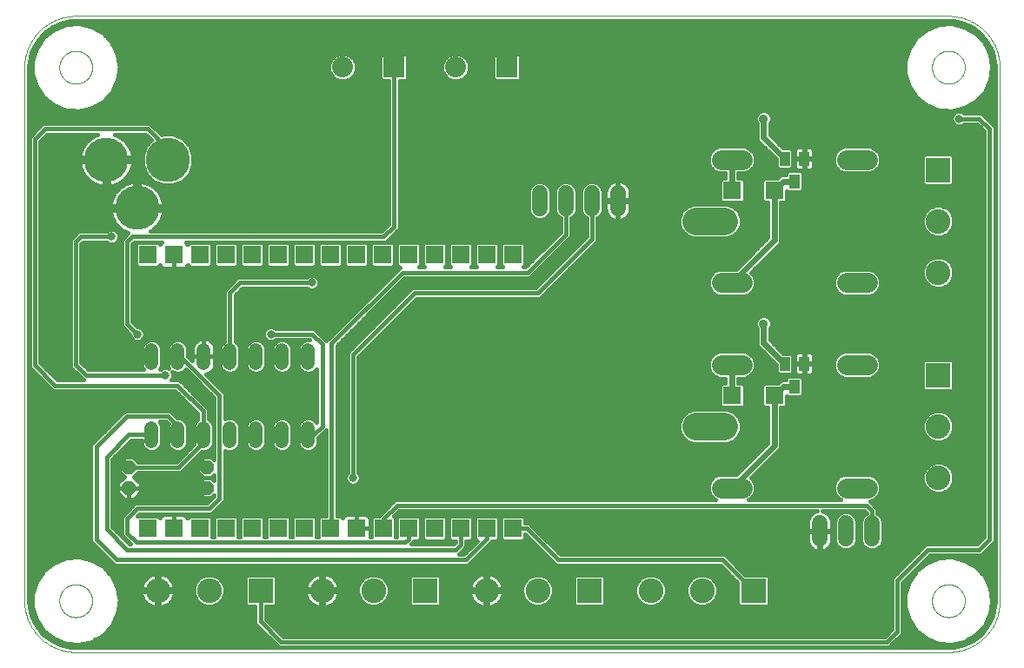
<source format=gbl>
G75*
%MOIN*%
%OFA0B0*%
%FSLAX25Y25*%
%IPPOS*%
%LPD*%
%AMOC8*
5,1,8,0,0,1.08239X$1,22.5*
%
%ADD10C,0.00000*%
%ADD11C,0.17000*%
%ADD12R,0.09500X0.09500*%
%ADD13C,0.09500*%
%ADD14R,0.07000X0.07000*%
%ADD15C,0.05200*%
%ADD16C,0.07800*%
%ADD17C,0.10650*%
%ADD18R,0.03937X0.05512*%
%ADD19R,0.07087X0.06693*%
%ADD20C,0.06000*%
%ADD21R,0.08000X0.08000*%
%ADD22C,0.08000*%
%ADD23OC8,0.05200*%
%ADD24C,0.01600*%
%ADD25C,0.02400*%
%ADD26C,0.03169*%
%ADD27C,0.03562*%
D10*
X0023622Y0002016D02*
X0358268Y0002016D01*
X0351969Y0021701D02*
X0351971Y0021859D01*
X0351977Y0022017D01*
X0351987Y0022175D01*
X0352001Y0022333D01*
X0352019Y0022490D01*
X0352040Y0022647D01*
X0352066Y0022803D01*
X0352096Y0022959D01*
X0352129Y0023114D01*
X0352167Y0023267D01*
X0352208Y0023420D01*
X0352253Y0023572D01*
X0352302Y0023723D01*
X0352355Y0023872D01*
X0352411Y0024020D01*
X0352471Y0024166D01*
X0352535Y0024311D01*
X0352603Y0024454D01*
X0352674Y0024596D01*
X0352748Y0024736D01*
X0352826Y0024873D01*
X0352908Y0025009D01*
X0352992Y0025143D01*
X0353081Y0025274D01*
X0353172Y0025403D01*
X0353267Y0025530D01*
X0353364Y0025655D01*
X0353465Y0025777D01*
X0353569Y0025896D01*
X0353676Y0026013D01*
X0353786Y0026127D01*
X0353899Y0026238D01*
X0354014Y0026347D01*
X0354132Y0026452D01*
X0354253Y0026554D01*
X0354376Y0026654D01*
X0354502Y0026750D01*
X0354630Y0026843D01*
X0354760Y0026933D01*
X0354893Y0027019D01*
X0355028Y0027103D01*
X0355164Y0027182D01*
X0355303Y0027259D01*
X0355444Y0027331D01*
X0355586Y0027401D01*
X0355730Y0027466D01*
X0355876Y0027528D01*
X0356023Y0027586D01*
X0356172Y0027641D01*
X0356322Y0027692D01*
X0356473Y0027739D01*
X0356625Y0027782D01*
X0356778Y0027821D01*
X0356933Y0027857D01*
X0357088Y0027888D01*
X0357244Y0027916D01*
X0357400Y0027940D01*
X0357557Y0027960D01*
X0357715Y0027976D01*
X0357872Y0027988D01*
X0358031Y0027996D01*
X0358189Y0028000D01*
X0358347Y0028000D01*
X0358505Y0027996D01*
X0358664Y0027988D01*
X0358821Y0027976D01*
X0358979Y0027960D01*
X0359136Y0027940D01*
X0359292Y0027916D01*
X0359448Y0027888D01*
X0359603Y0027857D01*
X0359758Y0027821D01*
X0359911Y0027782D01*
X0360063Y0027739D01*
X0360214Y0027692D01*
X0360364Y0027641D01*
X0360513Y0027586D01*
X0360660Y0027528D01*
X0360806Y0027466D01*
X0360950Y0027401D01*
X0361092Y0027331D01*
X0361233Y0027259D01*
X0361372Y0027182D01*
X0361508Y0027103D01*
X0361643Y0027019D01*
X0361776Y0026933D01*
X0361906Y0026843D01*
X0362034Y0026750D01*
X0362160Y0026654D01*
X0362283Y0026554D01*
X0362404Y0026452D01*
X0362522Y0026347D01*
X0362637Y0026238D01*
X0362750Y0026127D01*
X0362860Y0026013D01*
X0362967Y0025896D01*
X0363071Y0025777D01*
X0363172Y0025655D01*
X0363269Y0025530D01*
X0363364Y0025403D01*
X0363455Y0025274D01*
X0363544Y0025143D01*
X0363628Y0025009D01*
X0363710Y0024873D01*
X0363788Y0024736D01*
X0363862Y0024596D01*
X0363933Y0024454D01*
X0364001Y0024311D01*
X0364065Y0024166D01*
X0364125Y0024020D01*
X0364181Y0023872D01*
X0364234Y0023723D01*
X0364283Y0023572D01*
X0364328Y0023420D01*
X0364369Y0023267D01*
X0364407Y0023114D01*
X0364440Y0022959D01*
X0364470Y0022803D01*
X0364496Y0022647D01*
X0364517Y0022490D01*
X0364535Y0022333D01*
X0364549Y0022175D01*
X0364559Y0022017D01*
X0364565Y0021859D01*
X0364567Y0021701D01*
X0364565Y0021543D01*
X0364559Y0021385D01*
X0364549Y0021227D01*
X0364535Y0021069D01*
X0364517Y0020912D01*
X0364496Y0020755D01*
X0364470Y0020599D01*
X0364440Y0020443D01*
X0364407Y0020288D01*
X0364369Y0020135D01*
X0364328Y0019982D01*
X0364283Y0019830D01*
X0364234Y0019679D01*
X0364181Y0019530D01*
X0364125Y0019382D01*
X0364065Y0019236D01*
X0364001Y0019091D01*
X0363933Y0018948D01*
X0363862Y0018806D01*
X0363788Y0018666D01*
X0363710Y0018529D01*
X0363628Y0018393D01*
X0363544Y0018259D01*
X0363455Y0018128D01*
X0363364Y0017999D01*
X0363269Y0017872D01*
X0363172Y0017747D01*
X0363071Y0017625D01*
X0362967Y0017506D01*
X0362860Y0017389D01*
X0362750Y0017275D01*
X0362637Y0017164D01*
X0362522Y0017055D01*
X0362404Y0016950D01*
X0362283Y0016848D01*
X0362160Y0016748D01*
X0362034Y0016652D01*
X0361906Y0016559D01*
X0361776Y0016469D01*
X0361643Y0016383D01*
X0361508Y0016299D01*
X0361372Y0016220D01*
X0361233Y0016143D01*
X0361092Y0016071D01*
X0360950Y0016001D01*
X0360806Y0015936D01*
X0360660Y0015874D01*
X0360513Y0015816D01*
X0360364Y0015761D01*
X0360214Y0015710D01*
X0360063Y0015663D01*
X0359911Y0015620D01*
X0359758Y0015581D01*
X0359603Y0015545D01*
X0359448Y0015514D01*
X0359292Y0015486D01*
X0359136Y0015462D01*
X0358979Y0015442D01*
X0358821Y0015426D01*
X0358664Y0015414D01*
X0358505Y0015406D01*
X0358347Y0015402D01*
X0358189Y0015402D01*
X0358031Y0015406D01*
X0357872Y0015414D01*
X0357715Y0015426D01*
X0357557Y0015442D01*
X0357400Y0015462D01*
X0357244Y0015486D01*
X0357088Y0015514D01*
X0356933Y0015545D01*
X0356778Y0015581D01*
X0356625Y0015620D01*
X0356473Y0015663D01*
X0356322Y0015710D01*
X0356172Y0015761D01*
X0356023Y0015816D01*
X0355876Y0015874D01*
X0355730Y0015936D01*
X0355586Y0016001D01*
X0355444Y0016071D01*
X0355303Y0016143D01*
X0355164Y0016220D01*
X0355028Y0016299D01*
X0354893Y0016383D01*
X0354760Y0016469D01*
X0354630Y0016559D01*
X0354502Y0016652D01*
X0354376Y0016748D01*
X0354253Y0016848D01*
X0354132Y0016950D01*
X0354014Y0017055D01*
X0353899Y0017164D01*
X0353786Y0017275D01*
X0353676Y0017389D01*
X0353569Y0017506D01*
X0353465Y0017625D01*
X0353364Y0017747D01*
X0353267Y0017872D01*
X0353172Y0017999D01*
X0353081Y0018128D01*
X0352992Y0018259D01*
X0352908Y0018393D01*
X0352826Y0018529D01*
X0352748Y0018666D01*
X0352674Y0018806D01*
X0352603Y0018948D01*
X0352535Y0019091D01*
X0352471Y0019236D01*
X0352411Y0019382D01*
X0352355Y0019530D01*
X0352302Y0019679D01*
X0352253Y0019830D01*
X0352208Y0019982D01*
X0352167Y0020135D01*
X0352129Y0020288D01*
X0352096Y0020443D01*
X0352066Y0020599D01*
X0352040Y0020755D01*
X0352019Y0020912D01*
X0352001Y0021069D01*
X0351987Y0021227D01*
X0351977Y0021385D01*
X0351971Y0021543D01*
X0351969Y0021701D01*
X0358268Y0002016D02*
X0358744Y0002022D01*
X0359219Y0002039D01*
X0359694Y0002068D01*
X0360168Y0002108D01*
X0360641Y0002160D01*
X0361112Y0002223D01*
X0361582Y0002297D01*
X0362050Y0002383D01*
X0362516Y0002480D01*
X0362979Y0002588D01*
X0363439Y0002707D01*
X0363897Y0002838D01*
X0364351Y0002979D01*
X0364802Y0003132D01*
X0365248Y0003295D01*
X0365691Y0003469D01*
X0366129Y0003654D01*
X0366563Y0003849D01*
X0366992Y0004055D01*
X0367416Y0004271D01*
X0367835Y0004497D01*
X0368248Y0004733D01*
X0368655Y0004979D01*
X0369056Y0005235D01*
X0369450Y0005501D01*
X0369839Y0005776D01*
X0370220Y0006060D01*
X0370594Y0006353D01*
X0370962Y0006655D01*
X0371322Y0006967D01*
X0371674Y0007286D01*
X0372018Y0007614D01*
X0372355Y0007951D01*
X0372683Y0008295D01*
X0373002Y0008647D01*
X0373314Y0009007D01*
X0373616Y0009375D01*
X0373909Y0009749D01*
X0374193Y0010130D01*
X0374468Y0010519D01*
X0374734Y0010913D01*
X0374990Y0011314D01*
X0375236Y0011721D01*
X0375472Y0012134D01*
X0375698Y0012553D01*
X0375914Y0012977D01*
X0376120Y0013406D01*
X0376315Y0013840D01*
X0376500Y0014278D01*
X0376674Y0014721D01*
X0376837Y0015167D01*
X0376990Y0015618D01*
X0377131Y0016072D01*
X0377262Y0016530D01*
X0377381Y0016990D01*
X0377489Y0017453D01*
X0377586Y0017919D01*
X0377672Y0018387D01*
X0377746Y0018857D01*
X0377809Y0019328D01*
X0377861Y0019801D01*
X0377901Y0020275D01*
X0377930Y0020750D01*
X0377947Y0021225D01*
X0377953Y0021701D01*
X0377953Y0226425D01*
X0351969Y0226425D02*
X0351971Y0226583D01*
X0351977Y0226741D01*
X0351987Y0226899D01*
X0352001Y0227057D01*
X0352019Y0227214D01*
X0352040Y0227371D01*
X0352066Y0227527D01*
X0352096Y0227683D01*
X0352129Y0227838D01*
X0352167Y0227991D01*
X0352208Y0228144D01*
X0352253Y0228296D01*
X0352302Y0228447D01*
X0352355Y0228596D01*
X0352411Y0228744D01*
X0352471Y0228890D01*
X0352535Y0229035D01*
X0352603Y0229178D01*
X0352674Y0229320D01*
X0352748Y0229460D01*
X0352826Y0229597D01*
X0352908Y0229733D01*
X0352992Y0229867D01*
X0353081Y0229998D01*
X0353172Y0230127D01*
X0353267Y0230254D01*
X0353364Y0230379D01*
X0353465Y0230501D01*
X0353569Y0230620D01*
X0353676Y0230737D01*
X0353786Y0230851D01*
X0353899Y0230962D01*
X0354014Y0231071D01*
X0354132Y0231176D01*
X0354253Y0231278D01*
X0354376Y0231378D01*
X0354502Y0231474D01*
X0354630Y0231567D01*
X0354760Y0231657D01*
X0354893Y0231743D01*
X0355028Y0231827D01*
X0355164Y0231906D01*
X0355303Y0231983D01*
X0355444Y0232055D01*
X0355586Y0232125D01*
X0355730Y0232190D01*
X0355876Y0232252D01*
X0356023Y0232310D01*
X0356172Y0232365D01*
X0356322Y0232416D01*
X0356473Y0232463D01*
X0356625Y0232506D01*
X0356778Y0232545D01*
X0356933Y0232581D01*
X0357088Y0232612D01*
X0357244Y0232640D01*
X0357400Y0232664D01*
X0357557Y0232684D01*
X0357715Y0232700D01*
X0357872Y0232712D01*
X0358031Y0232720D01*
X0358189Y0232724D01*
X0358347Y0232724D01*
X0358505Y0232720D01*
X0358664Y0232712D01*
X0358821Y0232700D01*
X0358979Y0232684D01*
X0359136Y0232664D01*
X0359292Y0232640D01*
X0359448Y0232612D01*
X0359603Y0232581D01*
X0359758Y0232545D01*
X0359911Y0232506D01*
X0360063Y0232463D01*
X0360214Y0232416D01*
X0360364Y0232365D01*
X0360513Y0232310D01*
X0360660Y0232252D01*
X0360806Y0232190D01*
X0360950Y0232125D01*
X0361092Y0232055D01*
X0361233Y0231983D01*
X0361372Y0231906D01*
X0361508Y0231827D01*
X0361643Y0231743D01*
X0361776Y0231657D01*
X0361906Y0231567D01*
X0362034Y0231474D01*
X0362160Y0231378D01*
X0362283Y0231278D01*
X0362404Y0231176D01*
X0362522Y0231071D01*
X0362637Y0230962D01*
X0362750Y0230851D01*
X0362860Y0230737D01*
X0362967Y0230620D01*
X0363071Y0230501D01*
X0363172Y0230379D01*
X0363269Y0230254D01*
X0363364Y0230127D01*
X0363455Y0229998D01*
X0363544Y0229867D01*
X0363628Y0229733D01*
X0363710Y0229597D01*
X0363788Y0229460D01*
X0363862Y0229320D01*
X0363933Y0229178D01*
X0364001Y0229035D01*
X0364065Y0228890D01*
X0364125Y0228744D01*
X0364181Y0228596D01*
X0364234Y0228447D01*
X0364283Y0228296D01*
X0364328Y0228144D01*
X0364369Y0227991D01*
X0364407Y0227838D01*
X0364440Y0227683D01*
X0364470Y0227527D01*
X0364496Y0227371D01*
X0364517Y0227214D01*
X0364535Y0227057D01*
X0364549Y0226899D01*
X0364559Y0226741D01*
X0364565Y0226583D01*
X0364567Y0226425D01*
X0364565Y0226267D01*
X0364559Y0226109D01*
X0364549Y0225951D01*
X0364535Y0225793D01*
X0364517Y0225636D01*
X0364496Y0225479D01*
X0364470Y0225323D01*
X0364440Y0225167D01*
X0364407Y0225012D01*
X0364369Y0224859D01*
X0364328Y0224706D01*
X0364283Y0224554D01*
X0364234Y0224403D01*
X0364181Y0224254D01*
X0364125Y0224106D01*
X0364065Y0223960D01*
X0364001Y0223815D01*
X0363933Y0223672D01*
X0363862Y0223530D01*
X0363788Y0223390D01*
X0363710Y0223253D01*
X0363628Y0223117D01*
X0363544Y0222983D01*
X0363455Y0222852D01*
X0363364Y0222723D01*
X0363269Y0222596D01*
X0363172Y0222471D01*
X0363071Y0222349D01*
X0362967Y0222230D01*
X0362860Y0222113D01*
X0362750Y0221999D01*
X0362637Y0221888D01*
X0362522Y0221779D01*
X0362404Y0221674D01*
X0362283Y0221572D01*
X0362160Y0221472D01*
X0362034Y0221376D01*
X0361906Y0221283D01*
X0361776Y0221193D01*
X0361643Y0221107D01*
X0361508Y0221023D01*
X0361372Y0220944D01*
X0361233Y0220867D01*
X0361092Y0220795D01*
X0360950Y0220725D01*
X0360806Y0220660D01*
X0360660Y0220598D01*
X0360513Y0220540D01*
X0360364Y0220485D01*
X0360214Y0220434D01*
X0360063Y0220387D01*
X0359911Y0220344D01*
X0359758Y0220305D01*
X0359603Y0220269D01*
X0359448Y0220238D01*
X0359292Y0220210D01*
X0359136Y0220186D01*
X0358979Y0220166D01*
X0358821Y0220150D01*
X0358664Y0220138D01*
X0358505Y0220130D01*
X0358347Y0220126D01*
X0358189Y0220126D01*
X0358031Y0220130D01*
X0357872Y0220138D01*
X0357715Y0220150D01*
X0357557Y0220166D01*
X0357400Y0220186D01*
X0357244Y0220210D01*
X0357088Y0220238D01*
X0356933Y0220269D01*
X0356778Y0220305D01*
X0356625Y0220344D01*
X0356473Y0220387D01*
X0356322Y0220434D01*
X0356172Y0220485D01*
X0356023Y0220540D01*
X0355876Y0220598D01*
X0355730Y0220660D01*
X0355586Y0220725D01*
X0355444Y0220795D01*
X0355303Y0220867D01*
X0355164Y0220944D01*
X0355028Y0221023D01*
X0354893Y0221107D01*
X0354760Y0221193D01*
X0354630Y0221283D01*
X0354502Y0221376D01*
X0354376Y0221472D01*
X0354253Y0221572D01*
X0354132Y0221674D01*
X0354014Y0221779D01*
X0353899Y0221888D01*
X0353786Y0221999D01*
X0353676Y0222113D01*
X0353569Y0222230D01*
X0353465Y0222349D01*
X0353364Y0222471D01*
X0353267Y0222596D01*
X0353172Y0222723D01*
X0353081Y0222852D01*
X0352992Y0222983D01*
X0352908Y0223117D01*
X0352826Y0223253D01*
X0352748Y0223390D01*
X0352674Y0223530D01*
X0352603Y0223672D01*
X0352535Y0223815D01*
X0352471Y0223960D01*
X0352411Y0224106D01*
X0352355Y0224254D01*
X0352302Y0224403D01*
X0352253Y0224554D01*
X0352208Y0224706D01*
X0352167Y0224859D01*
X0352129Y0225012D01*
X0352096Y0225167D01*
X0352066Y0225323D01*
X0352040Y0225479D01*
X0352019Y0225636D01*
X0352001Y0225793D01*
X0351987Y0225951D01*
X0351977Y0226109D01*
X0351971Y0226267D01*
X0351969Y0226425D01*
X0358268Y0246110D02*
X0358744Y0246104D01*
X0359219Y0246087D01*
X0359694Y0246058D01*
X0360168Y0246018D01*
X0360641Y0245966D01*
X0361112Y0245903D01*
X0361582Y0245829D01*
X0362050Y0245743D01*
X0362516Y0245646D01*
X0362979Y0245538D01*
X0363439Y0245419D01*
X0363897Y0245288D01*
X0364351Y0245147D01*
X0364802Y0244994D01*
X0365248Y0244831D01*
X0365691Y0244657D01*
X0366129Y0244472D01*
X0366563Y0244277D01*
X0366992Y0244071D01*
X0367416Y0243855D01*
X0367835Y0243629D01*
X0368248Y0243393D01*
X0368655Y0243147D01*
X0369056Y0242891D01*
X0369450Y0242625D01*
X0369839Y0242350D01*
X0370220Y0242066D01*
X0370594Y0241773D01*
X0370962Y0241471D01*
X0371322Y0241159D01*
X0371674Y0240840D01*
X0372018Y0240512D01*
X0372355Y0240175D01*
X0372683Y0239831D01*
X0373002Y0239479D01*
X0373314Y0239119D01*
X0373616Y0238751D01*
X0373909Y0238377D01*
X0374193Y0237996D01*
X0374468Y0237607D01*
X0374734Y0237213D01*
X0374990Y0236812D01*
X0375236Y0236405D01*
X0375472Y0235992D01*
X0375698Y0235573D01*
X0375914Y0235149D01*
X0376120Y0234720D01*
X0376315Y0234286D01*
X0376500Y0233848D01*
X0376674Y0233405D01*
X0376837Y0232959D01*
X0376990Y0232508D01*
X0377131Y0232054D01*
X0377262Y0231596D01*
X0377381Y0231136D01*
X0377489Y0230673D01*
X0377586Y0230207D01*
X0377672Y0229739D01*
X0377746Y0229269D01*
X0377809Y0228798D01*
X0377861Y0228325D01*
X0377901Y0227851D01*
X0377930Y0227376D01*
X0377947Y0226901D01*
X0377953Y0226425D01*
X0358268Y0246110D02*
X0023622Y0246110D01*
X0017323Y0226425D02*
X0017325Y0226583D01*
X0017331Y0226741D01*
X0017341Y0226899D01*
X0017355Y0227057D01*
X0017373Y0227214D01*
X0017394Y0227371D01*
X0017420Y0227527D01*
X0017450Y0227683D01*
X0017483Y0227838D01*
X0017521Y0227991D01*
X0017562Y0228144D01*
X0017607Y0228296D01*
X0017656Y0228447D01*
X0017709Y0228596D01*
X0017765Y0228744D01*
X0017825Y0228890D01*
X0017889Y0229035D01*
X0017957Y0229178D01*
X0018028Y0229320D01*
X0018102Y0229460D01*
X0018180Y0229597D01*
X0018262Y0229733D01*
X0018346Y0229867D01*
X0018435Y0229998D01*
X0018526Y0230127D01*
X0018621Y0230254D01*
X0018718Y0230379D01*
X0018819Y0230501D01*
X0018923Y0230620D01*
X0019030Y0230737D01*
X0019140Y0230851D01*
X0019253Y0230962D01*
X0019368Y0231071D01*
X0019486Y0231176D01*
X0019607Y0231278D01*
X0019730Y0231378D01*
X0019856Y0231474D01*
X0019984Y0231567D01*
X0020114Y0231657D01*
X0020247Y0231743D01*
X0020382Y0231827D01*
X0020518Y0231906D01*
X0020657Y0231983D01*
X0020798Y0232055D01*
X0020940Y0232125D01*
X0021084Y0232190D01*
X0021230Y0232252D01*
X0021377Y0232310D01*
X0021526Y0232365D01*
X0021676Y0232416D01*
X0021827Y0232463D01*
X0021979Y0232506D01*
X0022132Y0232545D01*
X0022287Y0232581D01*
X0022442Y0232612D01*
X0022598Y0232640D01*
X0022754Y0232664D01*
X0022911Y0232684D01*
X0023069Y0232700D01*
X0023226Y0232712D01*
X0023385Y0232720D01*
X0023543Y0232724D01*
X0023701Y0232724D01*
X0023859Y0232720D01*
X0024018Y0232712D01*
X0024175Y0232700D01*
X0024333Y0232684D01*
X0024490Y0232664D01*
X0024646Y0232640D01*
X0024802Y0232612D01*
X0024957Y0232581D01*
X0025112Y0232545D01*
X0025265Y0232506D01*
X0025417Y0232463D01*
X0025568Y0232416D01*
X0025718Y0232365D01*
X0025867Y0232310D01*
X0026014Y0232252D01*
X0026160Y0232190D01*
X0026304Y0232125D01*
X0026446Y0232055D01*
X0026587Y0231983D01*
X0026726Y0231906D01*
X0026862Y0231827D01*
X0026997Y0231743D01*
X0027130Y0231657D01*
X0027260Y0231567D01*
X0027388Y0231474D01*
X0027514Y0231378D01*
X0027637Y0231278D01*
X0027758Y0231176D01*
X0027876Y0231071D01*
X0027991Y0230962D01*
X0028104Y0230851D01*
X0028214Y0230737D01*
X0028321Y0230620D01*
X0028425Y0230501D01*
X0028526Y0230379D01*
X0028623Y0230254D01*
X0028718Y0230127D01*
X0028809Y0229998D01*
X0028898Y0229867D01*
X0028982Y0229733D01*
X0029064Y0229597D01*
X0029142Y0229460D01*
X0029216Y0229320D01*
X0029287Y0229178D01*
X0029355Y0229035D01*
X0029419Y0228890D01*
X0029479Y0228744D01*
X0029535Y0228596D01*
X0029588Y0228447D01*
X0029637Y0228296D01*
X0029682Y0228144D01*
X0029723Y0227991D01*
X0029761Y0227838D01*
X0029794Y0227683D01*
X0029824Y0227527D01*
X0029850Y0227371D01*
X0029871Y0227214D01*
X0029889Y0227057D01*
X0029903Y0226899D01*
X0029913Y0226741D01*
X0029919Y0226583D01*
X0029921Y0226425D01*
X0029919Y0226267D01*
X0029913Y0226109D01*
X0029903Y0225951D01*
X0029889Y0225793D01*
X0029871Y0225636D01*
X0029850Y0225479D01*
X0029824Y0225323D01*
X0029794Y0225167D01*
X0029761Y0225012D01*
X0029723Y0224859D01*
X0029682Y0224706D01*
X0029637Y0224554D01*
X0029588Y0224403D01*
X0029535Y0224254D01*
X0029479Y0224106D01*
X0029419Y0223960D01*
X0029355Y0223815D01*
X0029287Y0223672D01*
X0029216Y0223530D01*
X0029142Y0223390D01*
X0029064Y0223253D01*
X0028982Y0223117D01*
X0028898Y0222983D01*
X0028809Y0222852D01*
X0028718Y0222723D01*
X0028623Y0222596D01*
X0028526Y0222471D01*
X0028425Y0222349D01*
X0028321Y0222230D01*
X0028214Y0222113D01*
X0028104Y0221999D01*
X0027991Y0221888D01*
X0027876Y0221779D01*
X0027758Y0221674D01*
X0027637Y0221572D01*
X0027514Y0221472D01*
X0027388Y0221376D01*
X0027260Y0221283D01*
X0027130Y0221193D01*
X0026997Y0221107D01*
X0026862Y0221023D01*
X0026726Y0220944D01*
X0026587Y0220867D01*
X0026446Y0220795D01*
X0026304Y0220725D01*
X0026160Y0220660D01*
X0026014Y0220598D01*
X0025867Y0220540D01*
X0025718Y0220485D01*
X0025568Y0220434D01*
X0025417Y0220387D01*
X0025265Y0220344D01*
X0025112Y0220305D01*
X0024957Y0220269D01*
X0024802Y0220238D01*
X0024646Y0220210D01*
X0024490Y0220186D01*
X0024333Y0220166D01*
X0024175Y0220150D01*
X0024018Y0220138D01*
X0023859Y0220130D01*
X0023701Y0220126D01*
X0023543Y0220126D01*
X0023385Y0220130D01*
X0023226Y0220138D01*
X0023069Y0220150D01*
X0022911Y0220166D01*
X0022754Y0220186D01*
X0022598Y0220210D01*
X0022442Y0220238D01*
X0022287Y0220269D01*
X0022132Y0220305D01*
X0021979Y0220344D01*
X0021827Y0220387D01*
X0021676Y0220434D01*
X0021526Y0220485D01*
X0021377Y0220540D01*
X0021230Y0220598D01*
X0021084Y0220660D01*
X0020940Y0220725D01*
X0020798Y0220795D01*
X0020657Y0220867D01*
X0020518Y0220944D01*
X0020382Y0221023D01*
X0020247Y0221107D01*
X0020114Y0221193D01*
X0019984Y0221283D01*
X0019856Y0221376D01*
X0019730Y0221472D01*
X0019607Y0221572D01*
X0019486Y0221674D01*
X0019368Y0221779D01*
X0019253Y0221888D01*
X0019140Y0221999D01*
X0019030Y0222113D01*
X0018923Y0222230D01*
X0018819Y0222349D01*
X0018718Y0222471D01*
X0018621Y0222596D01*
X0018526Y0222723D01*
X0018435Y0222852D01*
X0018346Y0222983D01*
X0018262Y0223117D01*
X0018180Y0223253D01*
X0018102Y0223390D01*
X0018028Y0223530D01*
X0017957Y0223672D01*
X0017889Y0223815D01*
X0017825Y0223960D01*
X0017765Y0224106D01*
X0017709Y0224254D01*
X0017656Y0224403D01*
X0017607Y0224554D01*
X0017562Y0224706D01*
X0017521Y0224859D01*
X0017483Y0225012D01*
X0017450Y0225167D01*
X0017420Y0225323D01*
X0017394Y0225479D01*
X0017373Y0225636D01*
X0017355Y0225793D01*
X0017341Y0225951D01*
X0017331Y0226109D01*
X0017325Y0226267D01*
X0017323Y0226425D01*
X0003937Y0226425D02*
X0003943Y0226901D01*
X0003960Y0227376D01*
X0003989Y0227851D01*
X0004029Y0228325D01*
X0004081Y0228798D01*
X0004144Y0229269D01*
X0004218Y0229739D01*
X0004304Y0230207D01*
X0004401Y0230673D01*
X0004509Y0231136D01*
X0004628Y0231596D01*
X0004759Y0232054D01*
X0004900Y0232508D01*
X0005053Y0232959D01*
X0005216Y0233405D01*
X0005390Y0233848D01*
X0005575Y0234286D01*
X0005770Y0234720D01*
X0005976Y0235149D01*
X0006192Y0235573D01*
X0006418Y0235992D01*
X0006654Y0236405D01*
X0006900Y0236812D01*
X0007156Y0237213D01*
X0007422Y0237607D01*
X0007697Y0237996D01*
X0007981Y0238377D01*
X0008274Y0238751D01*
X0008576Y0239119D01*
X0008888Y0239479D01*
X0009207Y0239831D01*
X0009535Y0240175D01*
X0009872Y0240512D01*
X0010216Y0240840D01*
X0010568Y0241159D01*
X0010928Y0241471D01*
X0011296Y0241773D01*
X0011670Y0242066D01*
X0012051Y0242350D01*
X0012440Y0242625D01*
X0012834Y0242891D01*
X0013235Y0243147D01*
X0013642Y0243393D01*
X0014055Y0243629D01*
X0014474Y0243855D01*
X0014898Y0244071D01*
X0015327Y0244277D01*
X0015761Y0244472D01*
X0016199Y0244657D01*
X0016642Y0244831D01*
X0017088Y0244994D01*
X0017539Y0245147D01*
X0017993Y0245288D01*
X0018451Y0245419D01*
X0018911Y0245538D01*
X0019374Y0245646D01*
X0019840Y0245743D01*
X0020308Y0245829D01*
X0020778Y0245903D01*
X0021249Y0245966D01*
X0021722Y0246018D01*
X0022196Y0246058D01*
X0022671Y0246087D01*
X0023146Y0246104D01*
X0023622Y0246110D01*
X0003937Y0226425D02*
X0003937Y0021701D01*
X0017323Y0021701D02*
X0017325Y0021859D01*
X0017331Y0022017D01*
X0017341Y0022175D01*
X0017355Y0022333D01*
X0017373Y0022490D01*
X0017394Y0022647D01*
X0017420Y0022803D01*
X0017450Y0022959D01*
X0017483Y0023114D01*
X0017521Y0023267D01*
X0017562Y0023420D01*
X0017607Y0023572D01*
X0017656Y0023723D01*
X0017709Y0023872D01*
X0017765Y0024020D01*
X0017825Y0024166D01*
X0017889Y0024311D01*
X0017957Y0024454D01*
X0018028Y0024596D01*
X0018102Y0024736D01*
X0018180Y0024873D01*
X0018262Y0025009D01*
X0018346Y0025143D01*
X0018435Y0025274D01*
X0018526Y0025403D01*
X0018621Y0025530D01*
X0018718Y0025655D01*
X0018819Y0025777D01*
X0018923Y0025896D01*
X0019030Y0026013D01*
X0019140Y0026127D01*
X0019253Y0026238D01*
X0019368Y0026347D01*
X0019486Y0026452D01*
X0019607Y0026554D01*
X0019730Y0026654D01*
X0019856Y0026750D01*
X0019984Y0026843D01*
X0020114Y0026933D01*
X0020247Y0027019D01*
X0020382Y0027103D01*
X0020518Y0027182D01*
X0020657Y0027259D01*
X0020798Y0027331D01*
X0020940Y0027401D01*
X0021084Y0027466D01*
X0021230Y0027528D01*
X0021377Y0027586D01*
X0021526Y0027641D01*
X0021676Y0027692D01*
X0021827Y0027739D01*
X0021979Y0027782D01*
X0022132Y0027821D01*
X0022287Y0027857D01*
X0022442Y0027888D01*
X0022598Y0027916D01*
X0022754Y0027940D01*
X0022911Y0027960D01*
X0023069Y0027976D01*
X0023226Y0027988D01*
X0023385Y0027996D01*
X0023543Y0028000D01*
X0023701Y0028000D01*
X0023859Y0027996D01*
X0024018Y0027988D01*
X0024175Y0027976D01*
X0024333Y0027960D01*
X0024490Y0027940D01*
X0024646Y0027916D01*
X0024802Y0027888D01*
X0024957Y0027857D01*
X0025112Y0027821D01*
X0025265Y0027782D01*
X0025417Y0027739D01*
X0025568Y0027692D01*
X0025718Y0027641D01*
X0025867Y0027586D01*
X0026014Y0027528D01*
X0026160Y0027466D01*
X0026304Y0027401D01*
X0026446Y0027331D01*
X0026587Y0027259D01*
X0026726Y0027182D01*
X0026862Y0027103D01*
X0026997Y0027019D01*
X0027130Y0026933D01*
X0027260Y0026843D01*
X0027388Y0026750D01*
X0027514Y0026654D01*
X0027637Y0026554D01*
X0027758Y0026452D01*
X0027876Y0026347D01*
X0027991Y0026238D01*
X0028104Y0026127D01*
X0028214Y0026013D01*
X0028321Y0025896D01*
X0028425Y0025777D01*
X0028526Y0025655D01*
X0028623Y0025530D01*
X0028718Y0025403D01*
X0028809Y0025274D01*
X0028898Y0025143D01*
X0028982Y0025009D01*
X0029064Y0024873D01*
X0029142Y0024736D01*
X0029216Y0024596D01*
X0029287Y0024454D01*
X0029355Y0024311D01*
X0029419Y0024166D01*
X0029479Y0024020D01*
X0029535Y0023872D01*
X0029588Y0023723D01*
X0029637Y0023572D01*
X0029682Y0023420D01*
X0029723Y0023267D01*
X0029761Y0023114D01*
X0029794Y0022959D01*
X0029824Y0022803D01*
X0029850Y0022647D01*
X0029871Y0022490D01*
X0029889Y0022333D01*
X0029903Y0022175D01*
X0029913Y0022017D01*
X0029919Y0021859D01*
X0029921Y0021701D01*
X0029919Y0021543D01*
X0029913Y0021385D01*
X0029903Y0021227D01*
X0029889Y0021069D01*
X0029871Y0020912D01*
X0029850Y0020755D01*
X0029824Y0020599D01*
X0029794Y0020443D01*
X0029761Y0020288D01*
X0029723Y0020135D01*
X0029682Y0019982D01*
X0029637Y0019830D01*
X0029588Y0019679D01*
X0029535Y0019530D01*
X0029479Y0019382D01*
X0029419Y0019236D01*
X0029355Y0019091D01*
X0029287Y0018948D01*
X0029216Y0018806D01*
X0029142Y0018666D01*
X0029064Y0018529D01*
X0028982Y0018393D01*
X0028898Y0018259D01*
X0028809Y0018128D01*
X0028718Y0017999D01*
X0028623Y0017872D01*
X0028526Y0017747D01*
X0028425Y0017625D01*
X0028321Y0017506D01*
X0028214Y0017389D01*
X0028104Y0017275D01*
X0027991Y0017164D01*
X0027876Y0017055D01*
X0027758Y0016950D01*
X0027637Y0016848D01*
X0027514Y0016748D01*
X0027388Y0016652D01*
X0027260Y0016559D01*
X0027130Y0016469D01*
X0026997Y0016383D01*
X0026862Y0016299D01*
X0026726Y0016220D01*
X0026587Y0016143D01*
X0026446Y0016071D01*
X0026304Y0016001D01*
X0026160Y0015936D01*
X0026014Y0015874D01*
X0025867Y0015816D01*
X0025718Y0015761D01*
X0025568Y0015710D01*
X0025417Y0015663D01*
X0025265Y0015620D01*
X0025112Y0015581D01*
X0024957Y0015545D01*
X0024802Y0015514D01*
X0024646Y0015486D01*
X0024490Y0015462D01*
X0024333Y0015442D01*
X0024175Y0015426D01*
X0024018Y0015414D01*
X0023859Y0015406D01*
X0023701Y0015402D01*
X0023543Y0015402D01*
X0023385Y0015406D01*
X0023226Y0015414D01*
X0023069Y0015426D01*
X0022911Y0015442D01*
X0022754Y0015462D01*
X0022598Y0015486D01*
X0022442Y0015514D01*
X0022287Y0015545D01*
X0022132Y0015581D01*
X0021979Y0015620D01*
X0021827Y0015663D01*
X0021676Y0015710D01*
X0021526Y0015761D01*
X0021377Y0015816D01*
X0021230Y0015874D01*
X0021084Y0015936D01*
X0020940Y0016001D01*
X0020798Y0016071D01*
X0020657Y0016143D01*
X0020518Y0016220D01*
X0020382Y0016299D01*
X0020247Y0016383D01*
X0020114Y0016469D01*
X0019984Y0016559D01*
X0019856Y0016652D01*
X0019730Y0016748D01*
X0019607Y0016848D01*
X0019486Y0016950D01*
X0019368Y0017055D01*
X0019253Y0017164D01*
X0019140Y0017275D01*
X0019030Y0017389D01*
X0018923Y0017506D01*
X0018819Y0017625D01*
X0018718Y0017747D01*
X0018621Y0017872D01*
X0018526Y0017999D01*
X0018435Y0018128D01*
X0018346Y0018259D01*
X0018262Y0018393D01*
X0018180Y0018529D01*
X0018102Y0018666D01*
X0018028Y0018806D01*
X0017957Y0018948D01*
X0017889Y0019091D01*
X0017825Y0019236D01*
X0017765Y0019382D01*
X0017709Y0019530D01*
X0017656Y0019679D01*
X0017607Y0019830D01*
X0017562Y0019982D01*
X0017521Y0020135D01*
X0017483Y0020288D01*
X0017450Y0020443D01*
X0017420Y0020599D01*
X0017394Y0020755D01*
X0017373Y0020912D01*
X0017355Y0021069D01*
X0017341Y0021227D01*
X0017331Y0021385D01*
X0017325Y0021543D01*
X0017323Y0021701D01*
X0003937Y0021701D02*
X0003943Y0021225D01*
X0003960Y0020750D01*
X0003989Y0020275D01*
X0004029Y0019801D01*
X0004081Y0019328D01*
X0004144Y0018857D01*
X0004218Y0018387D01*
X0004304Y0017919D01*
X0004401Y0017453D01*
X0004509Y0016990D01*
X0004628Y0016530D01*
X0004759Y0016072D01*
X0004900Y0015618D01*
X0005053Y0015167D01*
X0005216Y0014721D01*
X0005390Y0014278D01*
X0005575Y0013840D01*
X0005770Y0013406D01*
X0005976Y0012977D01*
X0006192Y0012553D01*
X0006418Y0012134D01*
X0006654Y0011721D01*
X0006900Y0011314D01*
X0007156Y0010913D01*
X0007422Y0010519D01*
X0007697Y0010130D01*
X0007981Y0009749D01*
X0008274Y0009375D01*
X0008576Y0009007D01*
X0008888Y0008647D01*
X0009207Y0008295D01*
X0009535Y0007951D01*
X0009872Y0007614D01*
X0010216Y0007286D01*
X0010568Y0006967D01*
X0010928Y0006655D01*
X0011296Y0006353D01*
X0011670Y0006060D01*
X0012051Y0005776D01*
X0012440Y0005501D01*
X0012834Y0005235D01*
X0013235Y0004979D01*
X0013642Y0004733D01*
X0014055Y0004497D01*
X0014474Y0004271D01*
X0014898Y0004055D01*
X0015327Y0003849D01*
X0015761Y0003654D01*
X0016199Y0003469D01*
X0016642Y0003295D01*
X0017088Y0003132D01*
X0017539Y0002979D01*
X0017993Y0002838D01*
X0018451Y0002707D01*
X0018911Y0002588D01*
X0019374Y0002480D01*
X0019840Y0002383D01*
X0020308Y0002297D01*
X0020778Y0002223D01*
X0021249Y0002160D01*
X0021722Y0002108D01*
X0022196Y0002068D01*
X0022671Y0002039D01*
X0023146Y0002022D01*
X0023622Y0002016D01*
D11*
X0047126Y0172449D03*
X0058937Y0190953D03*
X0035315Y0190953D03*
D12*
X0094488Y0025638D03*
X0157480Y0025638D03*
X0220472Y0025638D03*
X0283465Y0025638D03*
X0354331Y0108315D03*
X0354331Y0187055D03*
D13*
X0354331Y0167370D03*
X0354331Y0147685D03*
X0354331Y0088630D03*
X0354331Y0068945D03*
X0263780Y0025638D03*
X0244094Y0025638D03*
X0200787Y0025638D03*
X0181102Y0025638D03*
X0137795Y0025638D03*
X0118110Y0025638D03*
X0074803Y0025638D03*
X0055118Y0025638D03*
D14*
X0051220Y0049496D03*
X0061220Y0049496D03*
X0071220Y0049496D03*
X0081220Y0049496D03*
X0091220Y0049496D03*
X0101220Y0049496D03*
X0111220Y0049496D03*
X0121220Y0049496D03*
X0131220Y0049496D03*
X0141614Y0049496D03*
X0151220Y0049496D03*
X0161220Y0049496D03*
X0171220Y0049496D03*
X0181220Y0049496D03*
X0191220Y0049496D03*
X0191220Y0154496D03*
X0181220Y0154496D03*
X0171220Y0154496D03*
X0161220Y0154496D03*
X0151220Y0154496D03*
X0141220Y0154496D03*
X0131220Y0154496D03*
X0121220Y0154496D03*
X0111220Y0154496D03*
X0101220Y0154496D03*
X0091220Y0154496D03*
X0081220Y0154496D03*
X0071220Y0154496D03*
X0061220Y0154496D03*
X0051220Y0154496D03*
D15*
X0052677Y0118041D02*
X0052677Y0112841D01*
X0062677Y0112841D02*
X0062677Y0118041D01*
X0072677Y0118041D02*
X0072677Y0112841D01*
X0082677Y0112841D02*
X0082677Y0118041D01*
X0092677Y0118041D02*
X0092677Y0112841D01*
X0102677Y0112841D02*
X0102677Y0118041D01*
X0112677Y0118041D02*
X0112677Y0112841D01*
X0112677Y0088041D02*
X0112677Y0082841D01*
X0102677Y0082841D02*
X0102677Y0088041D01*
X0092677Y0088041D02*
X0092677Y0082841D01*
X0082677Y0082841D02*
X0082677Y0088041D01*
X0072677Y0088041D02*
X0072677Y0082841D01*
X0062677Y0082841D02*
X0062677Y0088041D01*
X0052677Y0088041D02*
X0052677Y0082841D01*
D16*
X0271313Y0065030D02*
X0279113Y0065030D01*
X0319313Y0065030D02*
X0327113Y0065030D01*
X0327113Y0112230D02*
X0319313Y0112230D01*
X0279113Y0112230D02*
X0271313Y0112230D01*
X0271313Y0143770D02*
X0279113Y0143770D01*
X0319313Y0143770D02*
X0327113Y0143770D01*
X0327113Y0190970D02*
X0319313Y0190970D01*
X0279113Y0190970D02*
X0271313Y0190970D01*
D17*
X0272238Y0167370D02*
X0261588Y0167370D01*
X0261588Y0088630D02*
X0272238Y0088630D01*
D18*
X0299213Y0103984D03*
X0302953Y0112646D03*
X0295472Y0112646D03*
X0299213Y0182724D03*
X0302953Y0191386D03*
X0295472Y0191386D03*
D19*
X0291535Y0179181D03*
X0275394Y0179181D03*
X0275394Y0100441D03*
X0291535Y0100441D03*
D20*
X0308898Y0051512D02*
X0308898Y0045512D01*
X0318898Y0045512D02*
X0318898Y0051512D01*
X0328898Y0051512D02*
X0328898Y0045512D01*
X0231535Y0172244D02*
X0231535Y0178244D01*
X0221535Y0178244D02*
X0221535Y0172244D01*
X0211535Y0172244D02*
X0211535Y0178244D01*
X0201535Y0178244D02*
X0201535Y0172244D01*
D21*
X0188976Y0226425D03*
X0145669Y0226425D03*
D22*
X0125984Y0226425D03*
X0169291Y0226425D03*
D23*
X0074055Y0072882D03*
X0074055Y0065008D03*
X0044055Y0065008D03*
X0044055Y0072882D03*
D24*
X0008478Y0012185D02*
X0010975Y0009054D01*
X0014107Y0006557D01*
X0017715Y0004819D01*
X0021620Y0003928D01*
X0023622Y0003816D01*
X0358268Y0003816D01*
X0360270Y0003928D01*
X0364175Y0004819D01*
X0367783Y0006557D01*
X0367783Y0006557D01*
X0370914Y0009054D01*
X0373411Y0012185D01*
X0375149Y0015794D01*
X0376040Y0019698D01*
X0376153Y0021701D01*
X0376153Y0226425D01*
X0376040Y0228428D01*
X0375149Y0232332D01*
X0373411Y0235941D01*
X0370914Y0239072D01*
X0367783Y0241569D01*
X0364175Y0243307D01*
X0360270Y0244198D01*
X0358268Y0244310D01*
X0023622Y0244310D01*
X0021620Y0244198D01*
X0017715Y0243307D01*
X0014107Y0241569D01*
X0010975Y0239072D01*
X0008478Y0235941D01*
X0006741Y0232332D01*
X0005849Y0228428D01*
X0005737Y0226425D01*
X0005737Y0021701D01*
X0005849Y0019698D01*
X0006741Y0015794D01*
X0008478Y0012185D01*
X0008940Y0011607D02*
X0010398Y0011607D01*
X0010214Y0010008D02*
X0011640Y0010008D01*
X0011307Y0010274D02*
X0015222Y0007152D01*
X0019884Y0005322D01*
X0024877Y0004948D01*
X0024878Y0004948D01*
X0029760Y0006062D01*
X0034097Y0008566D01*
X0037503Y0012237D01*
X0039676Y0016749D01*
X0040422Y0021701D01*
X0039676Y0026653D01*
X0037503Y0031165D01*
X0037503Y0031165D01*
X0037503Y0031165D01*
X0034097Y0034836D01*
X0029760Y0037339D01*
X0024877Y0038454D01*
X0019884Y0038080D01*
X0015222Y0036250D01*
X0011307Y0033128D01*
X0011307Y0033128D01*
X0011307Y0033128D01*
X0008486Y0028990D01*
X0007010Y0024205D01*
X0007010Y0019197D01*
X0008486Y0014412D01*
X0008486Y0014412D01*
X0011307Y0010274D01*
X0011307Y0010274D01*
X0011307Y0010274D01*
X0011783Y0008410D02*
X0013644Y0008410D01*
X0013788Y0006811D02*
X0016089Y0006811D01*
X0015222Y0007152D02*
X0015222Y0007152D01*
X0016898Y0005213D02*
X0021341Y0005213D01*
X0019884Y0005322D02*
X0019884Y0005322D01*
X0026039Y0005213D02*
X0100132Y0005213D01*
X0101492Y0003853D02*
X0335516Y0003853D01*
X0336746Y0005083D01*
X0340683Y0009020D01*
X0340683Y0028705D01*
X0351264Y0039286D01*
X0370949Y0039286D01*
X0372179Y0040516D01*
X0376116Y0044453D01*
X0376116Y0203673D01*
X0374886Y0204903D01*
X0370949Y0208840D01*
X0364184Y0208840D01*
X0363839Y0209185D01*
X0362778Y0209624D01*
X0361631Y0209624D01*
X0360571Y0209185D01*
X0359760Y0208374D01*
X0359320Y0207314D01*
X0359320Y0206166D01*
X0359760Y0205106D01*
X0360571Y0204295D01*
X0361631Y0203856D01*
X0362778Y0203856D01*
X0363839Y0204295D01*
X0364184Y0204640D01*
X0369209Y0204640D01*
X0371916Y0201933D01*
X0371916Y0046193D01*
X0369209Y0043486D01*
X0349524Y0043486D01*
X0337713Y0031675D01*
X0336483Y0030445D01*
X0336483Y0010760D01*
X0333776Y0008053D01*
X0103232Y0008053D01*
X0096588Y0014697D01*
X0096588Y0019588D01*
X0099777Y0019588D01*
X0100538Y0020349D01*
X0100538Y0030926D01*
X0099777Y0031688D01*
X0089200Y0031688D01*
X0088438Y0030926D01*
X0088438Y0020349D01*
X0089200Y0019588D01*
X0092388Y0019588D01*
X0092388Y0012957D01*
X0093618Y0011727D01*
X0101492Y0003853D01*
X0102362Y0005953D02*
X0094488Y0013827D01*
X0094488Y0025638D01*
X0088438Y0025993D02*
X0080853Y0025993D01*
X0080853Y0026841D02*
X0079932Y0029065D01*
X0078230Y0030767D01*
X0076007Y0031688D01*
X0073600Y0031688D01*
X0071376Y0030767D01*
X0069674Y0029065D01*
X0068753Y0026841D01*
X0068753Y0024434D01*
X0069674Y0022211D01*
X0071376Y0020509D01*
X0073600Y0019588D01*
X0076007Y0019588D01*
X0078230Y0020509D01*
X0079932Y0022211D01*
X0080853Y0024434D01*
X0080853Y0026841D01*
X0080542Y0027592D02*
X0088438Y0027592D01*
X0088438Y0029190D02*
X0079806Y0029190D01*
X0078177Y0030789D02*
X0088438Y0030789D01*
X0088438Y0024395D02*
X0080837Y0024395D01*
X0080175Y0022796D02*
X0088438Y0022796D01*
X0088438Y0021198D02*
X0078919Y0021198D01*
X0076035Y0019599D02*
X0089188Y0019599D01*
X0092388Y0018001D02*
X0039864Y0018001D01*
X0039676Y0016749D02*
X0039676Y0016749D01*
X0039509Y0016402D02*
X0092388Y0016402D01*
X0092388Y0014804D02*
X0038739Y0014804D01*
X0037969Y0013205D02*
X0092388Y0013205D01*
X0093738Y0011607D02*
X0036918Y0011607D01*
X0037503Y0012237D02*
X0037503Y0012237D01*
X0035435Y0010008D02*
X0095337Y0010008D01*
X0096935Y0008410D02*
X0033826Y0008410D01*
X0034097Y0008566D02*
X0034097Y0008566D01*
X0031057Y0006811D02*
X0098534Y0006811D01*
X0102362Y0005953D02*
X0334646Y0005953D01*
X0338583Y0009890D01*
X0338583Y0029575D01*
X0350394Y0041386D01*
X0370079Y0041386D01*
X0374016Y0045323D01*
X0374016Y0202803D01*
X0370079Y0206740D01*
X0362205Y0206740D01*
X0359320Y0206625D02*
X0290483Y0206625D01*
X0290483Y0206127D02*
X0290483Y0207353D01*
X0290014Y0208485D01*
X0289147Y0209352D01*
X0288014Y0209821D01*
X0286789Y0209821D01*
X0285656Y0209352D01*
X0284790Y0208485D01*
X0284320Y0207353D01*
X0284320Y0206127D01*
X0284790Y0204995D01*
X0284902Y0204883D01*
X0284902Y0198959D01*
X0285282Y0198041D01*
X0285985Y0197337D01*
X0292204Y0191119D01*
X0292204Y0188091D01*
X0292965Y0187330D01*
X0297979Y0187330D01*
X0298741Y0188091D01*
X0298741Y0194680D01*
X0297979Y0195442D01*
X0294952Y0195442D01*
X0289902Y0200492D01*
X0289902Y0204883D01*
X0290014Y0204995D01*
X0290483Y0206127D01*
X0290027Y0205027D02*
X0359839Y0205027D01*
X0359697Y0208224D02*
X0290122Y0208224D01*
X0289902Y0203428D02*
X0370421Y0203428D01*
X0371916Y0201830D02*
X0289902Y0201830D01*
X0290163Y0200231D02*
X0371916Y0200231D01*
X0371916Y0198633D02*
X0291761Y0198633D01*
X0293360Y0197034D02*
X0371916Y0197034D01*
X0371916Y0195436D02*
X0329920Y0195436D01*
X0330058Y0195378D02*
X0328147Y0196170D01*
X0318278Y0196170D01*
X0316367Y0195378D01*
X0314904Y0193916D01*
X0314113Y0192004D01*
X0314113Y0189936D01*
X0314904Y0188025D01*
X0316367Y0186562D01*
X0318278Y0185770D01*
X0328147Y0185770D01*
X0330058Y0186562D01*
X0331521Y0188025D01*
X0332313Y0189936D01*
X0332313Y0192004D01*
X0331521Y0193916D01*
X0330058Y0195378D01*
X0331553Y0193837D02*
X0371916Y0193837D01*
X0371916Y0192239D02*
X0360381Y0192239D01*
X0360381Y0192344D02*
X0359619Y0193105D01*
X0349042Y0193105D01*
X0348281Y0192344D01*
X0348281Y0181767D01*
X0349042Y0181005D01*
X0359619Y0181005D01*
X0360381Y0181767D01*
X0360381Y0192344D01*
X0360381Y0190640D02*
X0371916Y0190640D01*
X0371916Y0189042D02*
X0360381Y0189042D01*
X0360381Y0187443D02*
X0371916Y0187443D01*
X0371916Y0185845D02*
X0360381Y0185845D01*
X0360381Y0184246D02*
X0371916Y0184246D01*
X0371916Y0182648D02*
X0360381Y0182648D01*
X0359663Y0181049D02*
X0371916Y0181049D01*
X0371916Y0179451D02*
X0302481Y0179451D01*
X0302481Y0179430D02*
X0301720Y0178669D01*
X0296706Y0178669D01*
X0296379Y0178995D01*
X0296379Y0175296D01*
X0295617Y0174535D01*
X0294035Y0174535D01*
X0294035Y0159596D01*
X0293655Y0158677D01*
X0292952Y0157974D01*
X0282607Y0147629D01*
X0283521Y0146716D01*
X0284313Y0144804D01*
X0284313Y0142736D01*
X0283521Y0140825D01*
X0282058Y0139362D01*
X0280147Y0138570D01*
X0270278Y0138570D01*
X0268367Y0139362D01*
X0266904Y0140825D01*
X0266113Y0142736D01*
X0266113Y0144804D01*
X0266904Y0146716D01*
X0268367Y0148178D01*
X0270278Y0148970D01*
X0276877Y0148970D01*
X0289035Y0161128D01*
X0289035Y0174535D01*
X0287454Y0174535D01*
X0286692Y0175296D01*
X0286692Y0183066D01*
X0287454Y0183828D01*
X0292646Y0183828D01*
X0292959Y0184141D01*
X0293663Y0184844D01*
X0294581Y0185224D01*
X0295944Y0185224D01*
X0295944Y0186019D01*
X0296706Y0186780D01*
X0301720Y0186780D01*
X0302481Y0186019D01*
X0302481Y0179430D01*
X0302481Y0181049D02*
X0348998Y0181049D01*
X0348281Y0182648D02*
X0302481Y0182648D01*
X0302481Y0184246D02*
X0348281Y0184246D01*
X0348281Y0185845D02*
X0328327Y0185845D01*
X0330939Y0187443D02*
X0348281Y0187443D01*
X0348281Y0189042D02*
X0331942Y0189042D01*
X0332313Y0190640D02*
X0348281Y0190640D01*
X0348281Y0192239D02*
X0332216Y0192239D01*
X0318098Y0185845D02*
X0302481Y0185845D01*
X0302768Y0186830D02*
X0302768Y0191201D01*
X0303137Y0191201D01*
X0303137Y0186830D01*
X0305158Y0186830D01*
X0305616Y0186953D01*
X0306026Y0187190D01*
X0306362Y0187525D01*
X0306599Y0187935D01*
X0306721Y0188393D01*
X0306721Y0191202D01*
X0303137Y0191202D01*
X0303137Y0191570D01*
X0306721Y0191570D01*
X0306721Y0194379D01*
X0306599Y0194837D01*
X0306362Y0195247D01*
X0306026Y0195582D01*
X0305616Y0195819D01*
X0305158Y0195942D01*
X0303137Y0195942D01*
X0303137Y0191570D01*
X0302768Y0191570D01*
X0302768Y0191202D01*
X0299184Y0191202D01*
X0299184Y0188393D01*
X0299307Y0187935D01*
X0299544Y0187525D01*
X0299879Y0187190D01*
X0300289Y0186953D01*
X0300747Y0186830D01*
X0302768Y0186830D01*
X0302768Y0187443D02*
X0303137Y0187443D01*
X0303137Y0189042D02*
X0302768Y0189042D01*
X0302768Y0190640D02*
X0303137Y0190640D01*
X0302768Y0191570D02*
X0299184Y0191570D01*
X0299184Y0194379D01*
X0299307Y0194837D01*
X0299544Y0195247D01*
X0299879Y0195582D01*
X0300289Y0195819D01*
X0300747Y0195942D01*
X0302768Y0195942D01*
X0302768Y0191570D01*
X0302768Y0192239D02*
X0303137Y0192239D01*
X0303137Y0193837D02*
X0302768Y0193837D01*
X0302768Y0195436D02*
X0303137Y0195436D01*
X0306173Y0195436D02*
X0316505Y0195436D01*
X0314872Y0193837D02*
X0306721Y0193837D01*
X0306721Y0192239D02*
X0314210Y0192239D01*
X0314113Y0190640D02*
X0306721Y0190640D01*
X0306721Y0189042D02*
X0314483Y0189042D01*
X0315486Y0187443D02*
X0306280Y0187443D01*
X0299626Y0187443D02*
X0298093Y0187443D01*
X0298741Y0189042D02*
X0299184Y0189042D01*
X0299184Y0190640D02*
X0298741Y0190640D01*
X0298741Y0192239D02*
X0299184Y0192239D01*
X0299184Y0193837D02*
X0298741Y0193837D01*
X0297986Y0195436D02*
X0299733Y0195436D01*
X0292204Y0190640D02*
X0284313Y0190640D01*
X0284313Y0189936D02*
X0284313Y0192004D01*
X0283521Y0193916D01*
X0282058Y0195378D01*
X0280147Y0196170D01*
X0270278Y0196170D01*
X0268367Y0195378D01*
X0266904Y0193916D01*
X0266113Y0192004D01*
X0266113Y0189936D01*
X0266904Y0188025D01*
X0268367Y0186562D01*
X0270278Y0185770D01*
X0272713Y0185770D01*
X0272713Y0183828D01*
X0271312Y0183828D01*
X0270550Y0183066D01*
X0270550Y0175296D01*
X0271312Y0174535D01*
X0279475Y0174535D01*
X0280237Y0175296D01*
X0280237Y0183066D01*
X0279475Y0183828D01*
X0277713Y0183828D01*
X0277713Y0185770D01*
X0280147Y0185770D01*
X0282058Y0186562D01*
X0283521Y0188025D01*
X0284313Y0189936D01*
X0283942Y0189042D02*
X0292204Y0189042D01*
X0292852Y0187443D02*
X0282939Y0187443D01*
X0280327Y0185845D02*
X0295944Y0185845D01*
X0293065Y0184246D02*
X0277713Y0184246D01*
X0280237Y0182648D02*
X0286692Y0182648D01*
X0286692Y0181049D02*
X0280237Y0181049D01*
X0280237Y0179451D02*
X0286692Y0179451D01*
X0286692Y0177852D02*
X0280237Y0177852D01*
X0280237Y0176253D02*
X0286692Y0176253D01*
X0287333Y0174655D02*
X0279596Y0174655D01*
X0277519Y0171458D02*
X0289035Y0171458D01*
X0289035Y0173056D02*
X0275821Y0173056D01*
X0275990Y0172986D02*
X0273555Y0173995D01*
X0260270Y0173995D01*
X0257835Y0172986D01*
X0255971Y0171123D01*
X0254963Y0168688D01*
X0254963Y0166052D01*
X0255971Y0163617D01*
X0257835Y0161754D01*
X0260270Y0160745D01*
X0273555Y0160745D01*
X0275990Y0161754D01*
X0277854Y0163617D01*
X0278863Y0166052D01*
X0278863Y0168688D01*
X0277854Y0171123D01*
X0275990Y0172986D01*
X0278377Y0169859D02*
X0289035Y0169859D01*
X0289035Y0168261D02*
X0278863Y0168261D01*
X0278863Y0166662D02*
X0289035Y0166662D01*
X0289035Y0165064D02*
X0278453Y0165064D01*
X0277702Y0163465D02*
X0289035Y0163465D01*
X0289035Y0161867D02*
X0276104Y0161867D01*
X0283380Y0155473D02*
X0219419Y0155473D01*
X0221018Y0157071D02*
X0284978Y0157071D01*
X0286577Y0158670D02*
X0222616Y0158670D01*
X0223635Y0159689D02*
X0223635Y0168460D01*
X0223971Y0168599D01*
X0225181Y0169808D01*
X0225835Y0171389D01*
X0225835Y0179099D01*
X0225181Y0180680D01*
X0223971Y0181889D01*
X0222391Y0182544D01*
X0220680Y0182544D01*
X0219100Y0181889D01*
X0217890Y0180680D01*
X0217235Y0179099D01*
X0217235Y0171389D01*
X0217890Y0169808D01*
X0219100Y0168599D01*
X0219435Y0168460D01*
X0219435Y0161429D01*
X0199918Y0141911D01*
X0152673Y0141911D01*
X0129051Y0118289D01*
X0127821Y0117059D01*
X0127821Y0070924D01*
X0127476Y0070579D01*
X0127037Y0069519D01*
X0127037Y0068371D01*
X0127476Y0067311D01*
X0128287Y0066500D01*
X0129348Y0066061D01*
X0130495Y0066061D01*
X0131555Y0066500D01*
X0132366Y0067311D01*
X0132805Y0068371D01*
X0132805Y0069519D01*
X0132366Y0070579D01*
X0132021Y0070924D01*
X0132021Y0115319D01*
X0154413Y0137711D01*
X0201657Y0137711D01*
X0223635Y0159689D01*
X0223635Y0160268D02*
X0288175Y0160268D01*
X0292049Y0157071D02*
X0371916Y0157071D01*
X0371916Y0155473D02*
X0290451Y0155473D01*
X0288852Y0153874D02*
X0371916Y0153874D01*
X0371916Y0152276D02*
X0358296Y0152276D01*
X0357758Y0152814D02*
X0355534Y0153735D01*
X0353127Y0153735D01*
X0350904Y0152814D01*
X0349202Y0151112D01*
X0348281Y0148888D01*
X0348281Y0146482D01*
X0349202Y0144258D01*
X0350904Y0142556D01*
X0353127Y0141635D01*
X0355534Y0141635D01*
X0357758Y0142556D01*
X0359460Y0144258D01*
X0360381Y0146482D01*
X0360381Y0148888D01*
X0359460Y0151112D01*
X0357758Y0152814D01*
X0359640Y0150677D02*
X0371916Y0150677D01*
X0371916Y0149079D02*
X0360302Y0149079D01*
X0360381Y0147480D02*
X0371916Y0147480D01*
X0371916Y0145882D02*
X0360132Y0145882D01*
X0359470Y0144283D02*
X0371916Y0144283D01*
X0371916Y0142685D02*
X0357886Y0142685D01*
X0350775Y0142685D02*
X0332291Y0142685D01*
X0332313Y0142736D02*
X0332313Y0144804D01*
X0331521Y0146716D01*
X0330058Y0148178D01*
X0328147Y0148970D01*
X0318278Y0148970D01*
X0316367Y0148178D01*
X0314904Y0146716D01*
X0314113Y0144804D01*
X0314113Y0142736D01*
X0314904Y0140825D01*
X0316367Y0139362D01*
X0318278Y0138570D01*
X0328147Y0138570D01*
X0330058Y0139362D01*
X0331521Y0140825D01*
X0332313Y0142736D01*
X0332313Y0144283D02*
X0349191Y0144283D01*
X0348529Y0145882D02*
X0331866Y0145882D01*
X0330756Y0147480D02*
X0348281Y0147480D01*
X0348360Y0149079D02*
X0284057Y0149079D01*
X0282756Y0147480D02*
X0315669Y0147480D01*
X0314559Y0145882D02*
X0283866Y0145882D01*
X0284313Y0144283D02*
X0314113Y0144283D01*
X0314134Y0142685D02*
X0284291Y0142685D01*
X0283629Y0141086D02*
X0314796Y0141086D01*
X0316241Y0139488D02*
X0282184Y0139488D01*
X0285656Y0130612D02*
X0284790Y0129745D01*
X0284320Y0128613D01*
X0284320Y0127387D01*
X0284790Y0126255D01*
X0284902Y0126143D01*
X0284902Y0120219D01*
X0285282Y0119300D01*
X0285985Y0118597D01*
X0292204Y0112379D01*
X0292204Y0109351D01*
X0292965Y0108590D01*
X0297979Y0108590D01*
X0298741Y0109351D01*
X0298741Y0115940D01*
X0297979Y0116702D01*
X0294952Y0116702D01*
X0289902Y0121752D01*
X0289902Y0126143D01*
X0290014Y0126255D01*
X0290483Y0127387D01*
X0290483Y0128613D01*
X0290014Y0129745D01*
X0289147Y0130612D01*
X0288014Y0131081D01*
X0286789Y0131081D01*
X0285656Y0130612D01*
X0284941Y0129897D02*
X0146599Y0129897D01*
X0148197Y0131495D02*
X0371916Y0131495D01*
X0371916Y0129897D02*
X0289862Y0129897D01*
X0290483Y0128298D02*
X0371916Y0128298D01*
X0371916Y0126700D02*
X0290198Y0126700D01*
X0289902Y0125101D02*
X0371916Y0125101D01*
X0371916Y0123503D02*
X0289902Y0123503D01*
X0289902Y0121904D02*
X0371916Y0121904D01*
X0371916Y0120306D02*
X0291348Y0120306D01*
X0292947Y0118707D02*
X0371916Y0118707D01*
X0371916Y0117109D02*
X0328923Y0117109D01*
X0328147Y0117430D02*
X0330058Y0116638D01*
X0331521Y0115175D01*
X0332313Y0113264D01*
X0332313Y0111196D01*
X0331521Y0109284D01*
X0330058Y0107822D01*
X0328147Y0107030D01*
X0318278Y0107030D01*
X0316367Y0107822D01*
X0314904Y0109284D01*
X0314113Y0111196D01*
X0314113Y0113264D01*
X0314904Y0115175D01*
X0316367Y0116638D01*
X0318278Y0117430D01*
X0328147Y0117430D01*
X0331186Y0115510D02*
X0371916Y0115510D01*
X0371916Y0113912D02*
X0360073Y0113912D01*
X0360381Y0113603D02*
X0359619Y0114365D01*
X0349042Y0114365D01*
X0348281Y0113603D01*
X0348281Y0103026D01*
X0349042Y0102265D01*
X0359619Y0102265D01*
X0360381Y0103026D01*
X0360381Y0113603D01*
X0360381Y0112313D02*
X0371916Y0112313D01*
X0371916Y0110715D02*
X0360381Y0110715D01*
X0360381Y0109116D02*
X0371916Y0109116D01*
X0371916Y0107517D02*
X0360381Y0107517D01*
X0360381Y0105919D02*
X0371916Y0105919D01*
X0371916Y0104320D02*
X0360381Y0104320D01*
X0360076Y0102722D02*
X0371916Y0102722D01*
X0371916Y0101123D02*
X0302481Y0101123D01*
X0302481Y0100690D02*
X0302481Y0107279D01*
X0301720Y0108040D01*
X0296706Y0108040D01*
X0295944Y0107279D01*
X0295944Y0106484D01*
X0294581Y0106484D01*
X0293663Y0106104D01*
X0292959Y0105400D01*
X0292646Y0105087D01*
X0287454Y0105087D01*
X0286692Y0104326D01*
X0286692Y0096556D01*
X0287454Y0095794D01*
X0289035Y0095794D01*
X0289035Y0082388D01*
X0276877Y0070230D01*
X0270278Y0070230D01*
X0268367Y0069438D01*
X0266904Y0067975D01*
X0266113Y0066064D01*
X0266113Y0063996D01*
X0266904Y0062084D01*
X0268367Y0060622D01*
X0268866Y0060415D01*
X0145981Y0060415D01*
X0140862Y0055297D01*
X0139862Y0054296D01*
X0137576Y0054296D01*
X0136814Y0053535D01*
X0136814Y0046242D01*
X0136520Y0046242D01*
X0136520Y0049496D01*
X0131221Y0049496D01*
X0131221Y0049496D01*
X0136520Y0049496D01*
X0136520Y0053233D01*
X0136398Y0053691D01*
X0136161Y0054101D01*
X0135826Y0054436D01*
X0135415Y0054673D01*
X0134957Y0054796D01*
X0131221Y0054796D01*
X0131221Y0049496D01*
X0131220Y0049496D01*
X0131220Y0054796D01*
X0127483Y0054796D01*
X0127026Y0054673D01*
X0126615Y0054436D01*
X0126280Y0054101D01*
X0126043Y0053691D01*
X0126005Y0053550D01*
X0125259Y0054296D01*
X0123754Y0054296D01*
X0123754Y0119650D01*
X0149689Y0145585D01*
X0197720Y0145585D01*
X0198950Y0146815D01*
X0213635Y0161500D01*
X0213635Y0168460D01*
X0213971Y0168599D01*
X0215181Y0169808D01*
X0215835Y0171389D01*
X0215835Y0179099D01*
X0215181Y0180680D01*
X0213971Y0181889D01*
X0212391Y0182544D01*
X0210680Y0182544D01*
X0209100Y0181889D01*
X0207890Y0180680D01*
X0207235Y0179099D01*
X0207235Y0171389D01*
X0207890Y0169808D01*
X0209100Y0168599D01*
X0209435Y0168460D01*
X0209435Y0163240D01*
X0195981Y0149785D01*
X0195348Y0149785D01*
X0196020Y0150458D01*
X0196020Y0158535D01*
X0195259Y0159296D01*
X0187182Y0159296D01*
X0186420Y0158535D01*
X0186420Y0150458D01*
X0187093Y0149785D01*
X0185348Y0149785D01*
X0186020Y0150458D01*
X0186020Y0158535D01*
X0185259Y0159296D01*
X0177182Y0159296D01*
X0176420Y0158535D01*
X0176420Y0150458D01*
X0177093Y0149785D01*
X0175348Y0149785D01*
X0176020Y0150458D01*
X0176020Y0158535D01*
X0175259Y0159296D01*
X0167182Y0159296D01*
X0166420Y0158535D01*
X0166420Y0150458D01*
X0167093Y0149785D01*
X0165348Y0149785D01*
X0166020Y0150458D01*
X0166020Y0158535D01*
X0165259Y0159296D01*
X0157182Y0159296D01*
X0156420Y0158535D01*
X0156420Y0150458D01*
X0157093Y0149785D01*
X0155348Y0149785D01*
X0156020Y0150458D01*
X0156020Y0158535D01*
X0155259Y0159296D01*
X0147182Y0159296D01*
X0146420Y0158535D01*
X0146420Y0150458D01*
X0147182Y0149696D01*
X0147860Y0149696D01*
X0120784Y0122620D01*
X0119685Y0121521D01*
X0118980Y0122226D01*
X0116273Y0124933D01*
X0115043Y0126163D01*
X0100404Y0126163D01*
X0100059Y0126508D01*
X0098999Y0126947D01*
X0097851Y0126947D01*
X0096791Y0126508D01*
X0095980Y0125697D01*
X0095541Y0124637D01*
X0095541Y0123489D01*
X0095980Y0122429D01*
X0096791Y0121618D01*
X0097851Y0121179D01*
X0098999Y0121179D01*
X0100059Y0121618D01*
X0100404Y0121963D01*
X0113303Y0121963D01*
X0113325Y0121941D01*
X0111901Y0121941D01*
X0110468Y0121347D01*
X0109371Y0120250D01*
X0108777Y0118817D01*
X0108777Y0112065D01*
X0109371Y0110632D01*
X0110468Y0109535D01*
X0111901Y0108941D01*
X0113453Y0108941D01*
X0114886Y0109535D01*
X0115983Y0110632D01*
X0116010Y0110697D01*
X0116010Y0090185D01*
X0115983Y0090250D01*
X0114886Y0091347D01*
X0113453Y0091941D01*
X0111901Y0091941D01*
X0110468Y0091347D01*
X0109371Y0090250D01*
X0108777Y0088817D01*
X0108777Y0082065D01*
X0109371Y0080632D01*
X0110468Y0079535D01*
X0111901Y0078941D01*
X0113453Y0078941D01*
X0114886Y0079535D01*
X0115983Y0080632D01*
X0116577Y0082065D01*
X0116577Y0084127D01*
X0117021Y0084571D01*
X0119554Y0087103D01*
X0119554Y0054296D01*
X0117182Y0054296D01*
X0116420Y0053535D01*
X0116420Y0046242D01*
X0116020Y0046242D01*
X0116020Y0053535D01*
X0115259Y0054296D01*
X0107182Y0054296D01*
X0106420Y0053535D01*
X0106420Y0046242D01*
X0106020Y0046242D01*
X0106020Y0053535D01*
X0105259Y0054296D01*
X0097182Y0054296D01*
X0096420Y0053535D01*
X0096420Y0046242D01*
X0096020Y0046242D01*
X0096020Y0053535D01*
X0095259Y0054296D01*
X0087182Y0054296D01*
X0086420Y0053535D01*
X0086420Y0046242D01*
X0086020Y0046242D01*
X0086020Y0053535D01*
X0085259Y0054296D01*
X0077182Y0054296D01*
X0076420Y0053535D01*
X0076420Y0046242D01*
X0076020Y0046242D01*
X0076020Y0053535D01*
X0075259Y0054296D01*
X0067182Y0054296D01*
X0066436Y0053550D01*
X0066398Y0053691D01*
X0066161Y0054101D01*
X0065826Y0054436D01*
X0065415Y0054673D01*
X0064957Y0054796D01*
X0061221Y0054796D01*
X0061221Y0049496D01*
X0061220Y0049496D01*
X0061220Y0054796D01*
X0057483Y0054796D01*
X0057026Y0054673D01*
X0056615Y0054436D01*
X0056280Y0054101D01*
X0056043Y0053691D01*
X0056005Y0053550D01*
X0055259Y0054296D01*
X0047376Y0054296D01*
X0048114Y0055034D01*
X0075673Y0055034D01*
X0076903Y0056264D01*
X0080840Y0060201D01*
X0080840Y0079381D01*
X0081901Y0078941D01*
X0083453Y0078941D01*
X0084886Y0079535D01*
X0085983Y0080632D01*
X0086577Y0082065D01*
X0086577Y0088817D01*
X0085983Y0090250D01*
X0084886Y0091347D01*
X0083453Y0091941D01*
X0081901Y0091941D01*
X0080840Y0091501D01*
X0080840Y0101311D01*
X0079610Y0102541D01*
X0073616Y0108535D01*
X0073707Y0108549D01*
X0074366Y0108763D01*
X0074983Y0109078D01*
X0075544Y0109485D01*
X0076033Y0109975D01*
X0076440Y0110535D01*
X0076755Y0111152D01*
X0076969Y0111811D01*
X0077077Y0112495D01*
X0077077Y0115441D01*
X0077077Y0118387D01*
X0076969Y0119071D01*
X0076755Y0119730D01*
X0076440Y0120347D01*
X0076033Y0120907D01*
X0075544Y0121397D01*
X0074983Y0121804D01*
X0074366Y0122119D01*
X0073707Y0122333D01*
X0073023Y0122441D01*
X0072677Y0122441D01*
X0072331Y0122441D01*
X0071647Y0122333D01*
X0070988Y0122119D01*
X0070371Y0121804D01*
X0069811Y0121397D01*
X0069321Y0120907D01*
X0068914Y0120347D01*
X0068600Y0119730D01*
X0068386Y0119071D01*
X0068277Y0118387D01*
X0068277Y0115441D01*
X0072677Y0115441D01*
X0072677Y0115441D01*
X0072677Y0122441D01*
X0072677Y0115441D01*
X0072677Y0115441D01*
X0068277Y0115441D01*
X0068277Y0113874D01*
X0066577Y0115574D01*
X0066577Y0118817D01*
X0065983Y0120250D01*
X0064886Y0121347D01*
X0063453Y0121941D01*
X0061901Y0121941D01*
X0060468Y0121347D01*
X0059371Y0120250D01*
X0058777Y0118817D01*
X0058777Y0112065D01*
X0059238Y0110954D01*
X0058645Y0111199D01*
X0057497Y0111199D01*
X0056437Y0110760D01*
X0056092Y0110415D01*
X0055767Y0110415D01*
X0055983Y0110632D01*
X0056577Y0112065D01*
X0056577Y0118817D01*
X0055983Y0120250D01*
X0054886Y0121347D01*
X0053453Y0121941D01*
X0051901Y0121941D01*
X0050468Y0121347D01*
X0049371Y0120250D01*
X0048777Y0118817D01*
X0048777Y0112065D01*
X0049371Y0110632D01*
X0049588Y0110415D01*
X0028429Y0110415D01*
X0025722Y0113122D01*
X0025722Y0158626D01*
X0026460Y0159365D01*
X0035423Y0159365D01*
X0035768Y0159019D01*
X0036828Y0158580D01*
X0037975Y0158580D01*
X0039035Y0159019D01*
X0039847Y0159831D01*
X0040286Y0160891D01*
X0040286Y0162038D01*
X0039847Y0163098D01*
X0039035Y0163910D01*
X0037975Y0164349D01*
X0036828Y0164349D01*
X0035768Y0163910D01*
X0035423Y0163565D01*
X0024721Y0163565D01*
X0022752Y0161596D01*
X0021522Y0160366D01*
X0021522Y0111382D01*
X0025459Y0107445D01*
X0026426Y0106478D01*
X0016618Y0106478D01*
X0009974Y0113122D01*
X0009974Y0197996D01*
X0012681Y0200703D01*
X0031994Y0200703D01*
X0031367Y0200484D01*
X0030325Y0199982D01*
X0029345Y0199366D01*
X0028441Y0198645D01*
X0027623Y0197827D01*
X0026901Y0196922D01*
X0026286Y0195943D01*
X0025784Y0194901D01*
X0025402Y0193809D01*
X0025144Y0192681D01*
X0025040Y0191753D01*
X0034515Y0191753D01*
X0034515Y0190153D01*
X0025040Y0190153D01*
X0025144Y0189225D01*
X0025402Y0188097D01*
X0025784Y0187005D01*
X0026286Y0185963D01*
X0026901Y0184983D01*
X0027623Y0184079D01*
X0028441Y0183261D01*
X0029345Y0182539D01*
X0030325Y0181924D01*
X0031367Y0181422D01*
X0032459Y0181040D01*
X0033587Y0180782D01*
X0034515Y0180678D01*
X0034515Y0190153D01*
X0036115Y0190153D01*
X0036115Y0191753D01*
X0045590Y0191753D01*
X0045485Y0192681D01*
X0045228Y0193809D01*
X0044846Y0194901D01*
X0044344Y0195943D01*
X0043728Y0196922D01*
X0043007Y0197827D01*
X0042189Y0198645D01*
X0041285Y0199366D01*
X0040305Y0199982D01*
X0039263Y0200484D01*
X0038636Y0200703D01*
X0050311Y0200703D01*
X0052570Y0198445D01*
X0050629Y0196504D01*
X0049137Y0192902D01*
X0049137Y0189003D01*
X0050629Y0185402D01*
X0053386Y0182645D01*
X0056988Y0181153D01*
X0060886Y0181153D01*
X0064488Y0182645D01*
X0067245Y0185402D01*
X0068737Y0189003D01*
X0068737Y0192902D01*
X0067245Y0196504D01*
X0064488Y0199261D01*
X0060886Y0200753D01*
X0056988Y0200753D01*
X0056432Y0200522D01*
X0052051Y0204903D01*
X0010941Y0204903D01*
X0009711Y0203673D01*
X0005774Y0199736D01*
X0005774Y0111382D01*
X0007004Y0110152D01*
X0014878Y0102278D01*
X0061729Y0102278D01*
X0070341Y0093666D01*
X0070341Y0091220D01*
X0069371Y0090250D01*
X0068777Y0088817D01*
X0068777Y0082065D01*
X0068903Y0081762D01*
X0062122Y0074982D01*
X0047471Y0074982D01*
X0045671Y0076782D01*
X0042440Y0076782D01*
X0040155Y0074497D01*
X0040155Y0071266D01*
X0042123Y0069298D01*
X0039655Y0066830D01*
X0039655Y0065008D01*
X0044055Y0065008D01*
X0044055Y0065008D01*
X0039655Y0065008D01*
X0039655Y0063185D01*
X0042233Y0060608D01*
X0044055Y0060608D01*
X0044055Y0065008D01*
X0048455Y0065008D01*
X0048455Y0066830D01*
X0045987Y0069298D01*
X0047471Y0070782D01*
X0063862Y0070782D01*
X0072021Y0078941D01*
X0073453Y0078941D01*
X0074886Y0079535D01*
X0075983Y0080632D01*
X0076577Y0082065D01*
X0076577Y0088817D01*
X0075983Y0090250D01*
X0074886Y0091347D01*
X0074541Y0091490D01*
X0074541Y0095405D01*
X0073311Y0096635D01*
X0063468Y0106478D01*
X0060313Y0106478D01*
X0060516Y0106681D01*
X0060955Y0107741D01*
X0060955Y0108889D01*
X0060733Y0109425D01*
X0061901Y0108941D01*
X0063453Y0108941D01*
X0064886Y0109535D01*
X0065781Y0110430D01*
X0076640Y0099571D01*
X0076640Y0075812D01*
X0075671Y0076782D01*
X0072440Y0076782D01*
X0070155Y0074497D01*
X0070155Y0071266D01*
X0072440Y0068982D01*
X0075671Y0068982D01*
X0076640Y0069952D01*
X0076640Y0067938D01*
X0075671Y0068908D01*
X0072440Y0068908D01*
X0070155Y0066623D01*
X0070155Y0063392D01*
X0072440Y0061108D01*
X0075671Y0061108D01*
X0076640Y0062078D01*
X0076640Y0061941D01*
X0073933Y0059234D01*
X0046374Y0059234D01*
X0042437Y0055297D01*
X0041207Y0054067D01*
X0041207Y0046815D01*
X0044536Y0043486D01*
X0044177Y0043486D01*
X0037533Y0050130D01*
X0037533Y0075949D01*
X0044925Y0083341D01*
X0048777Y0083341D01*
X0048777Y0082065D01*
X0049371Y0080632D01*
X0050468Y0079535D01*
X0051901Y0078941D01*
X0053453Y0078941D01*
X0054886Y0079535D01*
X0055983Y0080632D01*
X0056577Y0082065D01*
X0056577Y0088817D01*
X0055983Y0090250D01*
X0055767Y0090467D01*
X0058185Y0090467D01*
X0059087Y0089565D01*
X0058777Y0088817D01*
X0058777Y0082065D01*
X0059371Y0080632D01*
X0060468Y0079535D01*
X0061901Y0078941D01*
X0063453Y0078941D01*
X0064886Y0079535D01*
X0065983Y0080632D01*
X0066577Y0082065D01*
X0066577Y0088817D01*
X0065983Y0090250D01*
X0064886Y0091347D01*
X0063453Y0091941D01*
X0062651Y0091941D01*
X0059925Y0094667D01*
X0042437Y0094667D01*
X0041207Y0093437D01*
X0029396Y0081626D01*
X0029396Y0044453D01*
X0030626Y0043223D01*
X0038500Y0035349D01*
X0174098Y0035349D01*
X0175328Y0036579D01*
X0183320Y0044571D01*
X0183320Y0044696D01*
X0185259Y0044696D01*
X0186020Y0045458D01*
X0186020Y0053535D01*
X0185259Y0054296D01*
X0177182Y0054296D01*
X0176420Y0053535D01*
X0176420Y0045458D01*
X0177182Y0044696D01*
X0177506Y0044696D01*
X0172358Y0039549D01*
X0170424Y0039549D01*
X0172090Y0041215D01*
X0173320Y0042445D01*
X0173320Y0044696D01*
X0175259Y0044696D01*
X0176020Y0045458D01*
X0176020Y0053535D01*
X0175259Y0054296D01*
X0167182Y0054296D01*
X0166420Y0053535D01*
X0166420Y0045458D01*
X0167182Y0044696D01*
X0169120Y0044696D01*
X0169120Y0044185D01*
X0168421Y0043486D01*
X0152353Y0043486D01*
X0153320Y0044453D01*
X0153320Y0044696D01*
X0155259Y0044696D01*
X0156020Y0045458D01*
X0156020Y0053535D01*
X0155259Y0054296D01*
X0147182Y0054296D01*
X0146420Y0053535D01*
X0146420Y0046242D01*
X0146414Y0046242D01*
X0146414Y0053535D01*
X0145727Y0054222D01*
X0147720Y0056215D01*
X0307909Y0056215D01*
X0307774Y0056194D01*
X0307055Y0055960D01*
X0306382Y0055617D01*
X0305771Y0055173D01*
X0305236Y0054639D01*
X0304792Y0054028D01*
X0304449Y0053354D01*
X0304216Y0052636D01*
X0304098Y0051890D01*
X0304098Y0048712D01*
X0308698Y0048712D01*
X0308698Y0048312D01*
X0309098Y0048312D01*
X0309098Y0048712D01*
X0313698Y0048712D01*
X0313698Y0051890D01*
X0313579Y0052636D01*
X0313346Y0053354D01*
X0313003Y0054028D01*
X0312559Y0054639D01*
X0312025Y0055173D01*
X0311413Y0055617D01*
X0310740Y0055960D01*
X0310022Y0056194D01*
X0309887Y0056215D01*
X0325902Y0056215D01*
X0326798Y0055319D01*
X0326798Y0055296D01*
X0326462Y0055157D01*
X0325252Y0053948D01*
X0324598Y0052367D01*
X0324598Y0044656D01*
X0325252Y0043076D01*
X0326462Y0041866D01*
X0328042Y0041212D01*
X0329753Y0041212D01*
X0331333Y0041866D01*
X0332543Y0043076D01*
X0333198Y0044656D01*
X0333198Y0052367D01*
X0332543Y0053948D01*
X0331333Y0055157D01*
X0330998Y0055296D01*
X0330998Y0057059D01*
X0328872Y0059185D01*
X0328203Y0059853D01*
X0330058Y0060622D01*
X0331521Y0062084D01*
X0332313Y0063996D01*
X0332313Y0066064D01*
X0331521Y0067975D01*
X0330058Y0069438D01*
X0328147Y0070230D01*
X0318278Y0070230D01*
X0316367Y0069438D01*
X0314904Y0067975D01*
X0314113Y0066064D01*
X0314113Y0063996D01*
X0314904Y0062084D01*
X0316367Y0060622D01*
X0316866Y0060415D01*
X0281559Y0060415D01*
X0282058Y0060622D01*
X0283521Y0062084D01*
X0284313Y0063996D01*
X0284313Y0066064D01*
X0283521Y0067975D01*
X0282607Y0068889D01*
X0292952Y0079233D01*
X0293655Y0079937D01*
X0294035Y0080855D01*
X0294035Y0095794D01*
X0295617Y0095794D01*
X0296379Y0096556D01*
X0296379Y0100255D01*
X0296706Y0099928D01*
X0301720Y0099928D01*
X0302481Y0100690D01*
X0302481Y0102722D02*
X0348585Y0102722D01*
X0348281Y0104320D02*
X0302481Y0104320D01*
X0302481Y0105919D02*
X0348281Y0105919D01*
X0348281Y0107517D02*
X0329324Y0107517D01*
X0331353Y0109116D02*
X0348281Y0109116D01*
X0348281Y0110715D02*
X0332113Y0110715D01*
X0332313Y0112313D02*
X0348281Y0112313D01*
X0348589Y0113912D02*
X0332044Y0113912D01*
X0317502Y0117109D02*
X0305505Y0117109D01*
X0305616Y0117079D02*
X0305158Y0117202D01*
X0303137Y0117202D01*
X0303137Y0112830D01*
X0302768Y0112830D01*
X0302768Y0112461D01*
X0299184Y0112461D01*
X0299184Y0109653D01*
X0299307Y0109195D01*
X0299544Y0108785D01*
X0299879Y0108449D01*
X0300289Y0108212D01*
X0300747Y0108090D01*
X0302768Y0108090D01*
X0302768Y0112461D01*
X0303137Y0112461D01*
X0303137Y0108090D01*
X0305158Y0108090D01*
X0305616Y0108212D01*
X0306026Y0108449D01*
X0306362Y0108785D01*
X0306599Y0109195D01*
X0306721Y0109653D01*
X0306721Y0112461D01*
X0303137Y0112461D01*
X0303137Y0112830D01*
X0306721Y0112830D01*
X0306721Y0115639D01*
X0306599Y0116096D01*
X0306362Y0116507D01*
X0306026Y0116842D01*
X0305616Y0117079D01*
X0306721Y0115510D02*
X0315239Y0115510D01*
X0314381Y0113912D02*
X0306721Y0113912D01*
X0306721Y0112313D02*
X0314113Y0112313D01*
X0314312Y0110715D02*
X0306721Y0110715D01*
X0306553Y0109116D02*
X0315073Y0109116D01*
X0317101Y0107517D02*
X0302242Y0107517D01*
X0302768Y0109116D02*
X0303137Y0109116D01*
X0303137Y0110715D02*
X0302768Y0110715D01*
X0302768Y0112313D02*
X0303137Y0112313D01*
X0302768Y0112830D02*
X0299184Y0112830D01*
X0299184Y0115639D01*
X0299307Y0116096D01*
X0299544Y0116507D01*
X0299879Y0116842D01*
X0300289Y0117079D01*
X0300747Y0117202D01*
X0302768Y0117202D01*
X0302768Y0112830D01*
X0302768Y0113912D02*
X0303137Y0113912D01*
X0303137Y0115510D02*
X0302768Y0115510D01*
X0302768Y0117109D02*
X0303137Y0117109D01*
X0300400Y0117109D02*
X0294545Y0117109D01*
X0298741Y0115510D02*
X0299184Y0115510D01*
X0299184Y0113912D02*
X0298741Y0113912D01*
X0298741Y0112313D02*
X0299184Y0112313D01*
X0299184Y0110715D02*
X0298741Y0110715D01*
X0298506Y0109116D02*
X0299353Y0109116D01*
X0296183Y0107517D02*
X0281324Y0107517D01*
X0282058Y0107822D02*
X0283521Y0109284D01*
X0284313Y0111196D01*
X0284313Y0113264D01*
X0283521Y0115175D01*
X0282058Y0116638D01*
X0280147Y0117430D01*
X0270278Y0117430D01*
X0268367Y0116638D01*
X0266904Y0115175D01*
X0266113Y0113264D01*
X0266113Y0111196D01*
X0266904Y0109284D01*
X0268367Y0107822D01*
X0270278Y0107030D01*
X0272713Y0107030D01*
X0272713Y0105087D01*
X0271312Y0105087D01*
X0270550Y0104326D01*
X0270550Y0096556D01*
X0271312Y0095794D01*
X0279475Y0095794D01*
X0280237Y0096556D01*
X0280237Y0104326D01*
X0279475Y0105087D01*
X0277713Y0105087D01*
X0277713Y0107030D01*
X0280147Y0107030D01*
X0282058Y0107822D01*
X0283353Y0109116D02*
X0292439Y0109116D01*
X0292204Y0110715D02*
X0284113Y0110715D01*
X0284313Y0112313D02*
X0292204Y0112313D01*
X0290671Y0113912D02*
X0284044Y0113912D01*
X0283186Y0115510D02*
X0289073Y0115510D01*
X0287474Y0117109D02*
X0280923Y0117109D01*
X0284902Y0120306D02*
X0137008Y0120306D01*
X0138606Y0121904D02*
X0284902Y0121904D01*
X0284902Y0123503D02*
X0140205Y0123503D01*
X0141803Y0125101D02*
X0284902Y0125101D01*
X0284605Y0126700D02*
X0143402Y0126700D01*
X0145000Y0128298D02*
X0284320Y0128298D01*
X0285875Y0118707D02*
X0135409Y0118707D01*
X0133811Y0117109D02*
X0269502Y0117109D01*
X0267239Y0115510D02*
X0132212Y0115510D01*
X0132021Y0113912D02*
X0266381Y0113912D01*
X0266113Y0112313D02*
X0132021Y0112313D01*
X0132021Y0110715D02*
X0266312Y0110715D01*
X0267073Y0109116D02*
X0132021Y0109116D01*
X0132021Y0107517D02*
X0269101Y0107517D01*
X0270550Y0104320D02*
X0132021Y0104320D01*
X0132021Y0102722D02*
X0270550Y0102722D01*
X0270550Y0101123D02*
X0132021Y0101123D01*
X0132021Y0099525D02*
X0270550Y0099525D01*
X0270550Y0097926D02*
X0132021Y0097926D01*
X0132021Y0096328D02*
X0270778Y0096328D01*
X0273555Y0095255D02*
X0275990Y0094246D01*
X0277854Y0092383D01*
X0278863Y0089948D01*
X0278863Y0087312D01*
X0277854Y0084877D01*
X0275990Y0083014D01*
X0273555Y0082005D01*
X0260270Y0082005D01*
X0257835Y0083014D01*
X0255971Y0084877D01*
X0254963Y0087312D01*
X0254963Y0089948D01*
X0255971Y0092383D01*
X0257835Y0094246D01*
X0260270Y0095255D01*
X0273555Y0095255D01*
X0274824Y0094729D02*
X0289035Y0094729D01*
X0289035Y0093131D02*
X0277106Y0093131D01*
X0278206Y0091532D02*
X0289035Y0091532D01*
X0289035Y0089934D02*
X0278863Y0089934D01*
X0278863Y0088335D02*
X0289035Y0088335D01*
X0289035Y0086737D02*
X0278624Y0086737D01*
X0277962Y0085138D02*
X0289035Y0085138D01*
X0289035Y0083540D02*
X0276517Y0083540D01*
X0283793Y0077146D02*
X0132021Y0077146D01*
X0132021Y0078744D02*
X0285391Y0078744D01*
X0286990Y0080343D02*
X0132021Y0080343D01*
X0132021Y0081941D02*
X0288588Y0081941D01*
X0292463Y0078744D02*
X0371916Y0078744D01*
X0371916Y0077146D02*
X0290864Y0077146D01*
X0289265Y0075547D02*
X0371916Y0075547D01*
X0371916Y0073949D02*
X0357883Y0073949D01*
X0357758Y0074074D02*
X0355534Y0074995D01*
X0353127Y0074995D01*
X0350904Y0074074D01*
X0349202Y0072372D01*
X0348281Y0070148D01*
X0348281Y0067741D01*
X0349202Y0065518D01*
X0350904Y0063816D01*
X0353127Y0062895D01*
X0355534Y0062895D01*
X0357758Y0063816D01*
X0359460Y0065518D01*
X0360381Y0067741D01*
X0360381Y0070148D01*
X0359460Y0072372D01*
X0357758Y0074074D01*
X0359469Y0072350D02*
X0371916Y0072350D01*
X0371916Y0070752D02*
X0360131Y0070752D01*
X0360381Y0069153D02*
X0371916Y0069153D01*
X0371916Y0067555D02*
X0360303Y0067555D01*
X0359641Y0065956D02*
X0371916Y0065956D01*
X0371916Y0064358D02*
X0358300Y0064358D01*
X0350362Y0064358D02*
X0332313Y0064358D01*
X0332313Y0065956D02*
X0349020Y0065956D01*
X0348358Y0067555D02*
X0331695Y0067555D01*
X0330343Y0069153D02*
X0348281Y0069153D01*
X0348531Y0070752D02*
X0284470Y0070752D01*
X0286068Y0072350D02*
X0349193Y0072350D01*
X0350779Y0073949D02*
X0287667Y0073949D01*
X0282194Y0075547D02*
X0132021Y0075547D01*
X0132021Y0073949D02*
X0280596Y0073949D01*
X0278997Y0072350D02*
X0132021Y0072350D01*
X0132193Y0070752D02*
X0277399Y0070752D01*
X0282871Y0069153D02*
X0316082Y0069153D01*
X0314730Y0067555D02*
X0283695Y0067555D01*
X0284313Y0065956D02*
X0314113Y0065956D01*
X0314113Y0064358D02*
X0284313Y0064358D01*
X0283800Y0062759D02*
X0314625Y0062759D01*
X0315828Y0061161D02*
X0282597Y0061161D01*
X0267828Y0061161D02*
X0123754Y0061161D01*
X0123754Y0062759D02*
X0266625Y0062759D01*
X0266113Y0064358D02*
X0123754Y0064358D01*
X0123754Y0065956D02*
X0266113Y0065956D01*
X0266730Y0067555D02*
X0132467Y0067555D01*
X0132805Y0069153D02*
X0268082Y0069153D01*
X0257309Y0083540D02*
X0132021Y0083540D01*
X0132021Y0085138D02*
X0255863Y0085138D01*
X0255201Y0086737D02*
X0132021Y0086737D01*
X0132021Y0088335D02*
X0254963Y0088335D01*
X0254963Y0089934D02*
X0132021Y0089934D01*
X0132021Y0091532D02*
X0255619Y0091532D01*
X0256719Y0093131D02*
X0132021Y0093131D01*
X0132021Y0094729D02*
X0259001Y0094729D01*
X0272713Y0105919D02*
X0132021Y0105919D01*
X0127821Y0105919D02*
X0123754Y0105919D01*
X0123754Y0107517D02*
X0127821Y0107517D01*
X0127821Y0109116D02*
X0123754Y0109116D01*
X0123754Y0110715D02*
X0127821Y0110715D01*
X0127821Y0112313D02*
X0123754Y0112313D01*
X0123754Y0113912D02*
X0127821Y0113912D01*
X0127821Y0115510D02*
X0123754Y0115510D01*
X0123754Y0117109D02*
X0127871Y0117109D01*
X0129051Y0118289D02*
X0129051Y0118289D01*
X0129470Y0118707D02*
X0123754Y0118707D01*
X0124409Y0120306D02*
X0131068Y0120306D01*
X0132667Y0121904D02*
X0126008Y0121904D01*
X0127606Y0123503D02*
X0134265Y0123503D01*
X0135864Y0125101D02*
X0129205Y0125101D01*
X0130803Y0126700D02*
X0137462Y0126700D01*
X0139061Y0128298D02*
X0132402Y0128298D01*
X0134000Y0129897D02*
X0140659Y0129897D01*
X0142258Y0131495D02*
X0135599Y0131495D01*
X0137197Y0133094D02*
X0143856Y0133094D01*
X0145455Y0134692D02*
X0138796Y0134692D01*
X0140394Y0136291D02*
X0147053Y0136291D01*
X0148652Y0137889D02*
X0141993Y0137889D01*
X0143591Y0139488D02*
X0150250Y0139488D01*
X0151849Y0141086D02*
X0145190Y0141086D01*
X0146788Y0142685D02*
X0200691Y0142685D01*
X0202290Y0144283D02*
X0148387Y0144283D01*
X0148819Y0147685D02*
X0121654Y0120520D01*
X0121654Y0049929D01*
X0121220Y0049496D01*
X0116420Y0049971D02*
X0116020Y0049971D01*
X0116020Y0048373D02*
X0116420Y0048373D01*
X0116420Y0046774D02*
X0116020Y0046774D01*
X0116020Y0051570D02*
X0116420Y0051570D01*
X0116420Y0053168D02*
X0116020Y0053168D01*
X0119554Y0054767D02*
X0065067Y0054767D01*
X0061221Y0054767D02*
X0061220Y0054767D01*
X0061220Y0053168D02*
X0061221Y0053168D01*
X0061220Y0051570D02*
X0061221Y0051570D01*
X0061220Y0049971D02*
X0061221Y0049971D01*
X0057374Y0054767D02*
X0047847Y0054767D01*
X0047244Y0057134D02*
X0043307Y0053197D01*
X0043307Y0047685D01*
X0046850Y0044142D01*
X0150039Y0044142D01*
X0151220Y0045323D01*
X0151220Y0049496D01*
X0146420Y0049971D02*
X0146414Y0049971D01*
X0146414Y0048373D02*
X0146420Y0048373D01*
X0146414Y0046774D02*
X0146420Y0046774D01*
X0141732Y0049614D02*
X0141614Y0049496D01*
X0141732Y0049614D02*
X0141732Y0053197D01*
X0146850Y0058315D01*
X0326772Y0058315D01*
X0328898Y0056189D01*
X0328898Y0048512D01*
X0333198Y0048373D02*
X0371916Y0048373D01*
X0371916Y0049971D02*
X0333198Y0049971D01*
X0333198Y0051570D02*
X0371916Y0051570D01*
X0371916Y0053168D02*
X0332866Y0053168D01*
X0331724Y0054767D02*
X0371916Y0054767D01*
X0371916Y0056365D02*
X0330998Y0056365D01*
X0330093Y0057964D02*
X0371916Y0057964D01*
X0371916Y0059562D02*
X0328494Y0059562D01*
X0330597Y0061161D02*
X0371916Y0061161D01*
X0371916Y0062759D02*
X0331800Y0062759D01*
X0326071Y0054767D02*
X0321724Y0054767D01*
X0321333Y0055157D02*
X0319753Y0055812D01*
X0318042Y0055812D01*
X0316462Y0055157D01*
X0315252Y0053948D01*
X0314598Y0052367D01*
X0314598Y0044656D01*
X0315252Y0043076D01*
X0316462Y0041866D01*
X0318042Y0041212D01*
X0319753Y0041212D01*
X0321333Y0041866D01*
X0322543Y0043076D01*
X0323198Y0044656D01*
X0323198Y0052367D01*
X0322543Y0053948D01*
X0321333Y0055157D01*
X0322866Y0053168D02*
X0324929Y0053168D01*
X0324598Y0051570D02*
X0323198Y0051570D01*
X0323198Y0049971D02*
X0324598Y0049971D01*
X0324598Y0048373D02*
X0323198Y0048373D01*
X0323198Y0046774D02*
X0324598Y0046774D01*
X0324598Y0045176D02*
X0323198Y0045176D01*
X0322751Y0043577D02*
X0325045Y0043577D01*
X0326350Y0041979D02*
X0321445Y0041979D01*
X0316350Y0041979D02*
X0312153Y0041979D01*
X0312025Y0041851D02*
X0312559Y0042385D01*
X0313003Y0042996D01*
X0313346Y0043669D01*
X0313579Y0044388D01*
X0313698Y0045134D01*
X0313698Y0048312D01*
X0309098Y0048312D01*
X0309098Y0040712D01*
X0309275Y0040712D01*
X0310022Y0040830D01*
X0310740Y0041063D01*
X0311413Y0041406D01*
X0312025Y0041851D01*
X0313299Y0043577D02*
X0315045Y0043577D01*
X0314598Y0045176D02*
X0313698Y0045176D01*
X0313698Y0046774D02*
X0314598Y0046774D01*
X0314598Y0048373D02*
X0309098Y0048373D01*
X0308698Y0048373D02*
X0200707Y0048373D01*
X0199109Y0049971D02*
X0304098Y0049971D01*
X0304098Y0051570D02*
X0197510Y0051570D01*
X0197484Y0051596D02*
X0196020Y0051596D01*
X0196020Y0053535D01*
X0195259Y0054296D01*
X0187182Y0054296D01*
X0186420Y0053535D01*
X0186420Y0045458D01*
X0187182Y0044696D01*
X0195259Y0044696D01*
X0196020Y0045458D01*
X0196020Y0047120D01*
X0207792Y0035349D01*
X0270784Y0035349D01*
X0277415Y0028718D01*
X0277415Y0020349D01*
X0278176Y0019588D01*
X0288753Y0019588D01*
X0289515Y0020349D01*
X0289515Y0030926D01*
X0288753Y0031688D01*
X0280384Y0031688D01*
X0273754Y0038319D01*
X0272523Y0039549D01*
X0209531Y0039549D01*
X0198714Y0050366D01*
X0197484Y0051596D01*
X0196020Y0053168D02*
X0304389Y0053168D01*
X0305364Y0054767D02*
X0146272Y0054767D01*
X0146414Y0053168D02*
X0146420Y0053168D01*
X0146414Y0051570D02*
X0146420Y0051570D01*
X0141931Y0056365D02*
X0123754Y0056365D01*
X0123754Y0054767D02*
X0127374Y0054767D01*
X0131220Y0054767D02*
X0131221Y0054767D01*
X0131220Y0053168D02*
X0131221Y0053168D01*
X0131220Y0051570D02*
X0131221Y0051570D01*
X0131220Y0049971D02*
X0131221Y0049971D01*
X0136520Y0049971D02*
X0136814Y0049971D01*
X0136814Y0048373D02*
X0136520Y0048373D01*
X0136520Y0046774D02*
X0136814Y0046774D01*
X0136814Y0051570D02*
X0136520Y0051570D01*
X0136520Y0053168D02*
X0136814Y0053168D01*
X0135067Y0054767D02*
X0140332Y0054767D01*
X0143529Y0057964D02*
X0123754Y0057964D01*
X0123754Y0059562D02*
X0145128Y0059562D01*
X0156020Y0053168D02*
X0156420Y0053168D01*
X0156420Y0053535D02*
X0157182Y0054296D01*
X0165259Y0054296D01*
X0166020Y0053535D01*
X0166020Y0045458D01*
X0165259Y0044696D01*
X0157182Y0044696D01*
X0156420Y0045458D01*
X0156420Y0053535D01*
X0156420Y0051570D02*
X0156020Y0051570D01*
X0156020Y0049971D02*
X0156420Y0049971D01*
X0156420Y0048373D02*
X0156020Y0048373D01*
X0156020Y0046774D02*
X0156420Y0046774D01*
X0156702Y0045176D02*
X0155738Y0045176D01*
X0152445Y0043577D02*
X0168513Y0043577D01*
X0169291Y0041386D02*
X0171220Y0043315D01*
X0171220Y0049496D01*
X0176020Y0049971D02*
X0176420Y0049971D01*
X0176420Y0048373D02*
X0176020Y0048373D01*
X0176020Y0046774D02*
X0176420Y0046774D01*
X0176702Y0045176D02*
X0175738Y0045176D01*
X0176387Y0043577D02*
X0173320Y0043577D01*
X0172854Y0041979D02*
X0174788Y0041979D01*
X0173190Y0040380D02*
X0171255Y0040380D01*
X0169291Y0041386D02*
X0043307Y0041386D01*
X0035433Y0049260D01*
X0035433Y0076819D01*
X0044055Y0085441D01*
X0052677Y0085441D01*
X0056577Y0085138D02*
X0058777Y0085138D01*
X0058777Y0083540D02*
X0056577Y0083540D01*
X0056526Y0081941D02*
X0058828Y0081941D01*
X0059660Y0080343D02*
X0055694Y0080343D01*
X0049660Y0080343D02*
X0041927Y0080343D01*
X0043525Y0081941D02*
X0048828Y0081941D01*
X0040328Y0078744D02*
X0065885Y0078744D01*
X0065694Y0080343D02*
X0067483Y0080343D01*
X0066526Y0081941D02*
X0068828Y0081941D01*
X0068777Y0083540D02*
X0066577Y0083540D01*
X0066577Y0085138D02*
X0068777Y0085138D01*
X0068777Y0086737D02*
X0066577Y0086737D01*
X0066577Y0088335D02*
X0068777Y0088335D01*
X0069240Y0089934D02*
X0066114Y0089934D01*
X0064439Y0091532D02*
X0070341Y0091532D01*
X0070341Y0093131D02*
X0061461Y0093131D01*
X0059055Y0092567D02*
X0062992Y0088630D01*
X0062992Y0085756D01*
X0062677Y0085441D01*
X0058777Y0086737D02*
X0056577Y0086737D01*
X0056577Y0088335D02*
X0058777Y0088335D01*
X0058718Y0089934D02*
X0056114Y0089934D01*
X0059055Y0092567D02*
X0043307Y0092567D01*
X0031496Y0080756D01*
X0031496Y0045323D01*
X0039370Y0037449D01*
X0173228Y0037449D01*
X0181220Y0045441D01*
X0181220Y0049496D01*
X0186020Y0049971D02*
X0186420Y0049971D01*
X0186420Y0048373D02*
X0186020Y0048373D01*
X0186020Y0046774D02*
X0186420Y0046774D01*
X0186702Y0045176D02*
X0185738Y0045176D01*
X0182326Y0043577D02*
X0199563Y0043577D01*
X0197965Y0045176D02*
X0195738Y0045176D01*
X0196020Y0046774D02*
X0196366Y0046774D01*
X0196614Y0049496D02*
X0191220Y0049496D01*
X0186420Y0051570D02*
X0186020Y0051570D01*
X0186020Y0053168D02*
X0186420Y0053168D01*
X0196614Y0049496D02*
X0208661Y0037449D01*
X0271654Y0037449D01*
X0283465Y0025638D01*
X0277415Y0025993D02*
X0269830Y0025993D01*
X0269830Y0026841D02*
X0268908Y0029065D01*
X0267207Y0030767D01*
X0264983Y0031688D01*
X0262576Y0031688D01*
X0260352Y0030767D01*
X0258651Y0029065D01*
X0257730Y0026841D01*
X0257730Y0024434D01*
X0258651Y0022211D01*
X0260352Y0020509D01*
X0262576Y0019588D01*
X0264983Y0019588D01*
X0267207Y0020509D01*
X0268908Y0022211D01*
X0269830Y0024434D01*
X0269830Y0026841D01*
X0269519Y0027592D02*
X0277415Y0027592D01*
X0276942Y0029190D02*
X0268783Y0029190D01*
X0267153Y0030789D02*
X0275344Y0030789D01*
X0273745Y0032387D02*
X0036368Y0032387D01*
X0037684Y0030789D02*
X0051072Y0030789D01*
X0050790Y0030573D02*
X0050183Y0029966D01*
X0049660Y0029285D01*
X0049231Y0028541D01*
X0048902Y0027748D01*
X0048680Y0026918D01*
X0048575Y0026117D01*
X0054638Y0026117D01*
X0054638Y0025158D01*
X0048575Y0025158D01*
X0048680Y0024357D01*
X0048902Y0023528D01*
X0049231Y0022735D01*
X0049660Y0021991D01*
X0050183Y0021310D01*
X0050790Y0020703D01*
X0051471Y0020180D01*
X0052215Y0019751D01*
X0053008Y0019422D01*
X0053838Y0019200D01*
X0054639Y0019094D01*
X0054639Y0025158D01*
X0055598Y0025158D01*
X0055598Y0026117D01*
X0061661Y0026117D01*
X0061556Y0026918D01*
X0061334Y0027748D01*
X0061005Y0028541D01*
X0060576Y0029285D01*
X0060053Y0029966D01*
X0059446Y0030573D01*
X0058765Y0031096D01*
X0058021Y0031525D01*
X0057228Y0031853D01*
X0056399Y0032076D01*
X0055598Y0032181D01*
X0055598Y0026117D01*
X0054639Y0026117D01*
X0054639Y0032181D01*
X0053838Y0032076D01*
X0053008Y0031853D01*
X0052215Y0031525D01*
X0051471Y0031096D01*
X0050790Y0030573D01*
X0049606Y0029190D02*
X0038454Y0029190D01*
X0039223Y0027592D02*
X0048861Y0027592D01*
X0048675Y0024395D02*
X0040016Y0024395D01*
X0039775Y0025993D02*
X0054638Y0025993D01*
X0055598Y0025993D02*
X0068753Y0025993D01*
X0068769Y0024395D02*
X0061561Y0024395D01*
X0061556Y0024357D02*
X0061661Y0025158D01*
X0055598Y0025158D01*
X0055598Y0019094D01*
X0056399Y0019200D01*
X0057228Y0019422D01*
X0058021Y0019751D01*
X0058765Y0020180D01*
X0059446Y0020703D01*
X0060053Y0021310D01*
X0060576Y0021991D01*
X0061005Y0022735D01*
X0061334Y0023528D01*
X0061556Y0024357D01*
X0061031Y0022796D02*
X0069432Y0022796D01*
X0070687Y0021198D02*
X0059941Y0021198D01*
X0057656Y0019599D02*
X0073572Y0019599D01*
X0069064Y0027592D02*
X0061376Y0027592D01*
X0060630Y0029190D02*
X0069800Y0029190D01*
X0071430Y0030789D02*
X0059165Y0030789D01*
X0055598Y0030789D02*
X0054639Y0030789D01*
X0054639Y0029190D02*
X0055598Y0029190D01*
X0055598Y0027592D02*
X0054639Y0027592D01*
X0054639Y0024395D02*
X0055598Y0024395D01*
X0055598Y0022796D02*
X0054639Y0022796D01*
X0054639Y0021198D02*
X0055598Y0021198D01*
X0055598Y0019599D02*
X0054639Y0019599D01*
X0052580Y0019599D02*
X0040105Y0019599D01*
X0040346Y0021198D02*
X0050295Y0021198D01*
X0049205Y0022796D02*
X0040257Y0022796D01*
X0039676Y0026653D02*
X0039676Y0026653D01*
X0034885Y0033986D02*
X0272147Y0033986D01*
X0274889Y0037183D02*
X0343221Y0037183D01*
X0341623Y0035584D02*
X0276488Y0035584D01*
X0278086Y0033986D02*
X0340024Y0033986D01*
X0338425Y0032387D02*
X0279685Y0032387D01*
X0273291Y0038782D02*
X0344820Y0038782D01*
X0346418Y0040380D02*
X0208700Y0040380D01*
X0207102Y0041979D02*
X0305643Y0041979D01*
X0305771Y0041851D02*
X0306382Y0041406D01*
X0307055Y0041063D01*
X0307774Y0040830D01*
X0308520Y0040712D01*
X0308698Y0040712D01*
X0308698Y0048312D01*
X0304098Y0048312D01*
X0304098Y0045134D01*
X0304216Y0044388D01*
X0304449Y0043669D01*
X0304792Y0042996D01*
X0305236Y0042385D01*
X0305771Y0041851D01*
X0304496Y0043577D02*
X0205503Y0043577D01*
X0203905Y0045176D02*
X0304098Y0045176D01*
X0304098Y0046774D02*
X0202306Y0046774D01*
X0201162Y0041979D02*
X0180728Y0041979D01*
X0179129Y0040380D02*
X0202760Y0040380D01*
X0204359Y0038782D02*
X0177531Y0038782D01*
X0175932Y0037183D02*
X0205957Y0037183D01*
X0207556Y0035584D02*
X0174334Y0035584D01*
X0177456Y0031096D02*
X0176774Y0030573D01*
X0176167Y0029966D01*
X0175645Y0029285D01*
X0175215Y0028541D01*
X0174887Y0027748D01*
X0174664Y0026918D01*
X0174559Y0026117D01*
X0180623Y0026117D01*
X0180623Y0025158D01*
X0181582Y0025158D01*
X0181582Y0019094D01*
X0182383Y0019200D01*
X0183212Y0019422D01*
X0184006Y0019751D01*
X0184749Y0020180D01*
X0185430Y0020703D01*
X0186037Y0021310D01*
X0186560Y0021991D01*
X0186989Y0022735D01*
X0187318Y0023528D01*
X0187540Y0024357D01*
X0187646Y0025158D01*
X0181582Y0025158D01*
X0181582Y0026117D01*
X0187646Y0026117D01*
X0187540Y0026918D01*
X0187318Y0027748D01*
X0186989Y0028541D01*
X0186560Y0029285D01*
X0186037Y0029966D01*
X0185430Y0030573D01*
X0184749Y0031096D01*
X0184006Y0031525D01*
X0183212Y0031853D01*
X0182383Y0032076D01*
X0181582Y0032181D01*
X0181582Y0026117D01*
X0180623Y0026117D01*
X0180623Y0032181D01*
X0179822Y0032076D01*
X0178992Y0031853D01*
X0178199Y0031525D01*
X0177456Y0031096D01*
X0177056Y0030789D02*
X0163530Y0030789D01*
X0163530Y0030926D02*
X0162769Y0031688D01*
X0152192Y0031688D01*
X0151430Y0030926D01*
X0151430Y0020349D01*
X0152192Y0019588D01*
X0162769Y0019588D01*
X0163530Y0020349D01*
X0163530Y0030926D01*
X0163530Y0029190D02*
X0175590Y0029190D01*
X0174845Y0027592D02*
X0163530Y0027592D01*
X0163530Y0025993D02*
X0180623Y0025993D01*
X0180623Y0025158D02*
X0174559Y0025158D01*
X0174664Y0024357D01*
X0174887Y0023528D01*
X0175215Y0022735D01*
X0175645Y0021991D01*
X0176167Y0021310D01*
X0176774Y0020703D01*
X0177456Y0020180D01*
X0178199Y0019751D01*
X0178992Y0019422D01*
X0179822Y0019200D01*
X0180623Y0019094D01*
X0180623Y0025158D01*
X0180623Y0024395D02*
X0181582Y0024395D01*
X0181582Y0025993D02*
X0194737Y0025993D01*
X0194737Y0026841D02*
X0194737Y0024434D01*
X0195658Y0022211D01*
X0197360Y0020509D01*
X0199584Y0019588D01*
X0201991Y0019588D01*
X0204214Y0020509D01*
X0205916Y0022211D01*
X0206837Y0024434D01*
X0206837Y0026841D01*
X0205916Y0029065D01*
X0204214Y0030767D01*
X0201991Y0031688D01*
X0199584Y0031688D01*
X0197360Y0030767D01*
X0195658Y0029065D01*
X0194737Y0026841D01*
X0195048Y0027592D02*
X0187360Y0027592D01*
X0186615Y0029190D02*
X0195784Y0029190D01*
X0197414Y0030789D02*
X0185149Y0030789D01*
X0181582Y0030789D02*
X0180623Y0030789D01*
X0180623Y0029190D02*
X0181582Y0029190D01*
X0181582Y0027592D02*
X0180623Y0027592D01*
X0180623Y0022796D02*
X0181582Y0022796D01*
X0181582Y0021198D02*
X0180623Y0021198D01*
X0180623Y0019599D02*
X0181582Y0019599D01*
X0183640Y0019599D02*
X0199556Y0019599D01*
X0202019Y0019599D02*
X0215172Y0019599D01*
X0215184Y0019588D02*
X0225761Y0019588D01*
X0226522Y0020349D01*
X0226522Y0030926D01*
X0225761Y0031688D01*
X0215184Y0031688D01*
X0214422Y0030926D01*
X0214422Y0020349D01*
X0215184Y0019588D01*
X0214422Y0021198D02*
X0204903Y0021198D01*
X0206159Y0022796D02*
X0214422Y0022796D01*
X0214422Y0024395D02*
X0206821Y0024395D01*
X0206837Y0025993D02*
X0214422Y0025993D01*
X0214422Y0027592D02*
X0206526Y0027592D01*
X0205791Y0029190D02*
X0214422Y0029190D01*
X0214422Y0030789D02*
X0204161Y0030789D01*
X0194754Y0024395D02*
X0187545Y0024395D01*
X0187015Y0022796D02*
X0195416Y0022796D01*
X0196671Y0021198D02*
X0185926Y0021198D01*
X0178564Y0019599D02*
X0162780Y0019599D01*
X0163530Y0021198D02*
X0176279Y0021198D01*
X0175190Y0022796D02*
X0163530Y0022796D01*
X0163530Y0024395D02*
X0174659Y0024395D01*
X0152180Y0019599D02*
X0139027Y0019599D01*
X0138999Y0019588D02*
X0141222Y0020509D01*
X0142924Y0022211D01*
X0143845Y0024434D01*
X0143845Y0026841D01*
X0142924Y0029065D01*
X0141222Y0030767D01*
X0138999Y0031688D01*
X0136592Y0031688D01*
X0134368Y0030767D01*
X0132666Y0029065D01*
X0131745Y0026841D01*
X0131745Y0024434D01*
X0132666Y0022211D01*
X0134368Y0020509D01*
X0136592Y0019588D01*
X0138999Y0019588D01*
X0136564Y0019599D02*
X0120648Y0019599D01*
X0121013Y0019751D02*
X0121757Y0020180D01*
X0122438Y0020703D01*
X0123045Y0021310D01*
X0123568Y0021991D01*
X0123997Y0022735D01*
X0124326Y0023528D01*
X0124548Y0024357D01*
X0124654Y0025158D01*
X0118590Y0025158D01*
X0118590Y0026117D01*
X0124654Y0026117D01*
X0124548Y0026918D01*
X0124326Y0027748D01*
X0123997Y0028541D01*
X0123568Y0029285D01*
X0123045Y0029966D01*
X0122438Y0030573D01*
X0121757Y0031096D01*
X0121013Y0031525D01*
X0120220Y0031853D01*
X0119391Y0032076D01*
X0118590Y0032181D01*
X0118590Y0026117D01*
X0117631Y0026117D01*
X0117631Y0025158D01*
X0118590Y0025158D01*
X0118590Y0019094D01*
X0119391Y0019200D01*
X0120220Y0019422D01*
X0121013Y0019751D01*
X0122933Y0021198D02*
X0133679Y0021198D01*
X0132424Y0022796D02*
X0124023Y0022796D01*
X0124553Y0024395D02*
X0131762Y0024395D01*
X0131745Y0025993D02*
X0118590Y0025993D01*
X0117631Y0025993D02*
X0100538Y0025993D01*
X0100538Y0024395D02*
X0111667Y0024395D01*
X0111672Y0024357D02*
X0111895Y0023528D01*
X0112223Y0022735D01*
X0112652Y0021991D01*
X0113175Y0021310D01*
X0113782Y0020703D01*
X0114463Y0020180D01*
X0115207Y0019751D01*
X0116000Y0019422D01*
X0116830Y0019200D01*
X0117631Y0019094D01*
X0117631Y0025158D01*
X0111567Y0025158D01*
X0111672Y0024357D01*
X0112198Y0022796D02*
X0100538Y0022796D01*
X0100538Y0021198D02*
X0113287Y0021198D01*
X0115572Y0019599D02*
X0099788Y0019599D01*
X0096588Y0018001D02*
X0336483Y0018001D01*
X0336483Y0019599D02*
X0288765Y0019599D01*
X0289515Y0021198D02*
X0336483Y0021198D01*
X0336483Y0022796D02*
X0289515Y0022796D01*
X0289515Y0024395D02*
X0336483Y0024395D01*
X0336483Y0025993D02*
X0289515Y0025993D01*
X0289515Y0027592D02*
X0336483Y0027592D01*
X0336483Y0029190D02*
X0289515Y0029190D01*
X0289515Y0030789D02*
X0336827Y0030789D01*
X0341168Y0029190D02*
X0343268Y0029190D01*
X0343131Y0028990D02*
X0343131Y0028990D01*
X0341655Y0024205D01*
X0341655Y0019197D01*
X0343131Y0014412D01*
X0343131Y0014412D01*
X0345952Y0010274D01*
X0345952Y0010274D01*
X0345952Y0010274D01*
X0349868Y0007152D01*
X0354529Y0005322D01*
X0354529Y0005322D01*
X0359523Y0004948D01*
X0359523Y0004948D01*
X0364405Y0006062D01*
X0368742Y0008566D01*
X0372149Y0012237D01*
X0374321Y0016749D01*
X0374321Y0016749D01*
X0375068Y0021701D01*
X0374321Y0026653D01*
X0372149Y0031165D01*
X0368742Y0034836D01*
X0364405Y0037339D01*
X0359523Y0038454D01*
X0354529Y0038080D01*
X0349868Y0036250D01*
X0349868Y0036250D01*
X0345952Y0033128D01*
X0345952Y0033128D01*
X0343131Y0028990D01*
X0342700Y0027592D02*
X0340683Y0027592D01*
X0340683Y0025993D02*
X0342207Y0025993D01*
X0341714Y0024395D02*
X0340683Y0024395D01*
X0340683Y0022796D02*
X0341655Y0022796D01*
X0341655Y0021198D02*
X0340683Y0021198D01*
X0340683Y0019599D02*
X0341655Y0019599D01*
X0342024Y0018001D02*
X0340683Y0018001D01*
X0340683Y0016402D02*
X0342517Y0016402D01*
X0343010Y0014804D02*
X0340683Y0014804D01*
X0340683Y0013205D02*
X0343954Y0013205D01*
X0345044Y0011607D02*
X0340683Y0011607D01*
X0340683Y0010008D02*
X0346285Y0010008D01*
X0348290Y0008410D02*
X0340073Y0008410D01*
X0338474Y0006811D02*
X0350735Y0006811D01*
X0349868Y0007152D02*
X0349868Y0007152D01*
X0355987Y0005213D02*
X0336876Y0005213D01*
X0334133Y0008410D02*
X0102875Y0008410D01*
X0101276Y0010008D02*
X0335731Y0010008D01*
X0336483Y0011607D02*
X0099678Y0011607D01*
X0098079Y0013205D02*
X0336483Y0013205D01*
X0336483Y0014804D02*
X0096588Y0014804D01*
X0096588Y0016402D02*
X0336483Y0016402D01*
X0342767Y0030789D02*
X0344358Y0030789D01*
X0344365Y0032387D02*
X0345448Y0032387D01*
X0345964Y0033986D02*
X0347029Y0033986D01*
X0347562Y0035584D02*
X0349033Y0035584D01*
X0349161Y0037183D02*
X0352245Y0037183D01*
X0350759Y0038782D02*
X0376153Y0038782D01*
X0376153Y0040380D02*
X0372043Y0040380D01*
X0373641Y0041979D02*
X0376153Y0041979D01*
X0376153Y0043577D02*
X0375240Y0043577D01*
X0376116Y0045176D02*
X0376153Y0045176D01*
X0376116Y0046774D02*
X0376153Y0046774D01*
X0376116Y0048373D02*
X0376153Y0048373D01*
X0376116Y0049971D02*
X0376153Y0049971D01*
X0376116Y0051570D02*
X0376153Y0051570D01*
X0376116Y0053168D02*
X0376153Y0053168D01*
X0376116Y0054767D02*
X0376153Y0054767D01*
X0376116Y0056365D02*
X0376153Y0056365D01*
X0376116Y0057964D02*
X0376153Y0057964D01*
X0376116Y0059562D02*
X0376153Y0059562D01*
X0376116Y0061161D02*
X0376153Y0061161D01*
X0376116Y0062759D02*
X0376153Y0062759D01*
X0376116Y0064358D02*
X0376153Y0064358D01*
X0376116Y0065956D02*
X0376153Y0065956D01*
X0376116Y0067555D02*
X0376153Y0067555D01*
X0376116Y0069153D02*
X0376153Y0069153D01*
X0376116Y0070752D02*
X0376153Y0070752D01*
X0376116Y0072350D02*
X0376153Y0072350D01*
X0376116Y0073949D02*
X0376153Y0073949D01*
X0376116Y0075547D02*
X0376153Y0075547D01*
X0376116Y0077146D02*
X0376153Y0077146D01*
X0376116Y0078744D02*
X0376153Y0078744D01*
X0376116Y0080343D02*
X0376153Y0080343D01*
X0376116Y0081941D02*
X0376153Y0081941D01*
X0376116Y0083540D02*
X0376153Y0083540D01*
X0376116Y0085138D02*
X0376153Y0085138D01*
X0376116Y0086737D02*
X0376153Y0086737D01*
X0376116Y0088335D02*
X0376153Y0088335D01*
X0376116Y0089934D02*
X0376153Y0089934D01*
X0376116Y0091532D02*
X0376153Y0091532D01*
X0376116Y0093131D02*
X0376153Y0093131D01*
X0376116Y0094729D02*
X0376153Y0094729D01*
X0376116Y0096328D02*
X0376153Y0096328D01*
X0376116Y0097926D02*
X0376153Y0097926D01*
X0376116Y0099525D02*
X0376153Y0099525D01*
X0376116Y0101123D02*
X0376153Y0101123D01*
X0376116Y0102722D02*
X0376153Y0102722D01*
X0376116Y0104320D02*
X0376153Y0104320D01*
X0376116Y0105919D02*
X0376153Y0105919D01*
X0376116Y0107517D02*
X0376153Y0107517D01*
X0376116Y0109116D02*
X0376153Y0109116D01*
X0376116Y0110715D02*
X0376153Y0110715D01*
X0376116Y0112313D02*
X0376153Y0112313D01*
X0376116Y0113912D02*
X0376153Y0113912D01*
X0376116Y0115510D02*
X0376153Y0115510D01*
X0376116Y0117109D02*
X0376153Y0117109D01*
X0376116Y0118707D02*
X0376153Y0118707D01*
X0376116Y0120306D02*
X0376153Y0120306D01*
X0376116Y0121904D02*
X0376153Y0121904D01*
X0376116Y0123503D02*
X0376153Y0123503D01*
X0376116Y0125101D02*
X0376153Y0125101D01*
X0376116Y0126700D02*
X0376153Y0126700D01*
X0376116Y0128298D02*
X0376153Y0128298D01*
X0376116Y0129897D02*
X0376153Y0129897D01*
X0376116Y0131495D02*
X0376153Y0131495D01*
X0376116Y0133094D02*
X0376153Y0133094D01*
X0376116Y0134692D02*
X0376153Y0134692D01*
X0376116Y0136291D02*
X0376153Y0136291D01*
X0376116Y0137889D02*
X0376153Y0137889D01*
X0376116Y0139488D02*
X0376153Y0139488D01*
X0376116Y0141086D02*
X0376153Y0141086D01*
X0376116Y0142685D02*
X0376153Y0142685D01*
X0376116Y0144283D02*
X0376153Y0144283D01*
X0376116Y0145882D02*
X0376153Y0145882D01*
X0376116Y0147480D02*
X0376153Y0147480D01*
X0376116Y0149079D02*
X0376153Y0149079D01*
X0376116Y0150677D02*
X0376153Y0150677D01*
X0376116Y0152276D02*
X0376153Y0152276D01*
X0376116Y0153874D02*
X0376153Y0153874D01*
X0376116Y0155473D02*
X0376153Y0155473D01*
X0376116Y0157071D02*
X0376153Y0157071D01*
X0376116Y0158670D02*
X0376153Y0158670D01*
X0376116Y0160268D02*
X0376153Y0160268D01*
X0376116Y0161867D02*
X0376153Y0161867D01*
X0376116Y0163465D02*
X0376153Y0163465D01*
X0376116Y0165064D02*
X0376153Y0165064D01*
X0376116Y0166662D02*
X0376153Y0166662D01*
X0376116Y0168261D02*
X0376153Y0168261D01*
X0376116Y0169859D02*
X0376153Y0169859D01*
X0376116Y0171458D02*
X0376153Y0171458D01*
X0376116Y0173056D02*
X0376153Y0173056D01*
X0376116Y0174655D02*
X0376153Y0174655D01*
X0376116Y0176253D02*
X0376153Y0176253D01*
X0376116Y0177852D02*
X0376153Y0177852D01*
X0376116Y0179451D02*
X0376153Y0179451D01*
X0376116Y0181049D02*
X0376153Y0181049D01*
X0376116Y0182648D02*
X0376153Y0182648D01*
X0376116Y0184246D02*
X0376153Y0184246D01*
X0376116Y0185845D02*
X0376153Y0185845D01*
X0376116Y0187443D02*
X0376153Y0187443D01*
X0376116Y0189042D02*
X0376153Y0189042D01*
X0376116Y0190640D02*
X0376153Y0190640D01*
X0376116Y0192239D02*
X0376153Y0192239D01*
X0376116Y0193837D02*
X0376153Y0193837D01*
X0376116Y0195436D02*
X0376153Y0195436D01*
X0376116Y0197034D02*
X0376153Y0197034D01*
X0376116Y0198633D02*
X0376153Y0198633D01*
X0376116Y0200231D02*
X0376153Y0200231D01*
X0376116Y0201830D02*
X0376153Y0201830D01*
X0376116Y0203428D02*
X0376153Y0203428D01*
X0376153Y0205027D02*
X0374762Y0205027D01*
X0376153Y0206625D02*
X0373164Y0206625D01*
X0371565Y0208224D02*
X0376153Y0208224D01*
X0376153Y0209822D02*
X0360181Y0209822D01*
X0359523Y0209672D02*
X0364405Y0210787D01*
X0364405Y0210787D01*
X0368742Y0213290D01*
X0368742Y0213290D01*
X0372149Y0216961D01*
X0372149Y0216961D01*
X0374321Y0221473D01*
X0374321Y0221473D01*
X0375068Y0226425D01*
X0374321Y0231377D01*
X0372149Y0235889D01*
X0368742Y0239560D01*
X0364405Y0242064D01*
X0359523Y0243178D01*
X0354529Y0242804D01*
X0349868Y0240974D01*
X0345952Y0237852D01*
X0343131Y0233714D01*
X0341655Y0228929D01*
X0341655Y0223921D01*
X0343131Y0219136D01*
X0345952Y0214998D01*
X0345952Y0214998D01*
X0345952Y0214998D01*
X0349868Y0211876D01*
X0354529Y0210046D01*
X0354529Y0210046D01*
X0359523Y0209672D01*
X0359523Y0209672D01*
X0357521Y0209822D02*
X0147769Y0209822D01*
X0147769Y0208224D02*
X0284681Y0208224D01*
X0284320Y0206625D02*
X0147769Y0206625D01*
X0147769Y0205027D02*
X0284776Y0205027D01*
X0284902Y0203428D02*
X0147769Y0203428D01*
X0147769Y0201830D02*
X0284902Y0201830D01*
X0284902Y0200231D02*
X0147769Y0200231D01*
X0147769Y0198633D02*
X0285037Y0198633D01*
X0286289Y0197034D02*
X0147769Y0197034D01*
X0147769Y0195436D02*
X0268505Y0195436D01*
X0266872Y0193837D02*
X0147769Y0193837D01*
X0147769Y0192239D02*
X0266210Y0192239D01*
X0266113Y0190640D02*
X0147769Y0190640D01*
X0147769Y0189042D02*
X0266483Y0189042D01*
X0267486Y0187443D02*
X0147769Y0187443D01*
X0147769Y0185845D02*
X0270098Y0185845D01*
X0272713Y0184246D02*
X0147769Y0184246D01*
X0147769Y0182648D02*
X0229605Y0182648D01*
X0229693Y0182692D02*
X0229020Y0182349D01*
X0228408Y0181905D01*
X0227874Y0181371D01*
X0227430Y0180760D01*
X0227087Y0180087D01*
X0226854Y0179368D01*
X0226735Y0178622D01*
X0226735Y0175444D01*
X0231335Y0175444D01*
X0231335Y0175044D01*
X0226735Y0175044D01*
X0226735Y0171866D01*
X0226854Y0171120D01*
X0227087Y0170402D01*
X0227430Y0169728D01*
X0227874Y0169117D01*
X0228408Y0168583D01*
X0229020Y0168139D01*
X0229693Y0167796D01*
X0230411Y0167562D01*
X0231158Y0167444D01*
X0231335Y0167444D01*
X0231335Y0175044D01*
X0231735Y0175044D01*
X0231735Y0167444D01*
X0231913Y0167444D01*
X0232659Y0167562D01*
X0233378Y0167796D01*
X0234051Y0168139D01*
X0234662Y0168583D01*
X0235197Y0169117D01*
X0235641Y0169728D01*
X0235984Y0170402D01*
X0236217Y0171120D01*
X0236335Y0171866D01*
X0236335Y0175044D01*
X0231736Y0175044D01*
X0231736Y0175444D01*
X0236335Y0175444D01*
X0236335Y0178622D01*
X0236217Y0179368D01*
X0235984Y0180087D01*
X0235641Y0180760D01*
X0235197Y0181371D01*
X0234662Y0181905D01*
X0234051Y0182349D01*
X0233378Y0182692D01*
X0232659Y0182926D01*
X0231913Y0183044D01*
X0231735Y0183044D01*
X0231735Y0175444D01*
X0231335Y0175444D01*
X0231335Y0183044D01*
X0231158Y0183044D01*
X0230411Y0182926D01*
X0229693Y0182692D01*
X0231335Y0182648D02*
X0231735Y0182648D01*
X0231735Y0181049D02*
X0231335Y0181049D01*
X0231335Y0179451D02*
X0231735Y0179451D01*
X0231735Y0177852D02*
X0231335Y0177852D01*
X0231335Y0176253D02*
X0231735Y0176253D01*
X0231735Y0174655D02*
X0231335Y0174655D01*
X0231335Y0173056D02*
X0231735Y0173056D01*
X0231735Y0171458D02*
X0231335Y0171458D01*
X0231335Y0169859D02*
X0231735Y0169859D01*
X0231735Y0168261D02*
X0231335Y0168261D01*
X0228852Y0168261D02*
X0223635Y0168261D01*
X0223635Y0166662D02*
X0254963Y0166662D01*
X0254963Y0168261D02*
X0234219Y0168261D01*
X0235708Y0169859D02*
X0255448Y0169859D01*
X0256306Y0171458D02*
X0236271Y0171458D01*
X0236335Y0173056D02*
X0258004Y0173056D01*
X0255372Y0165064D02*
X0223635Y0165064D01*
X0223635Y0163465D02*
X0256123Y0163465D01*
X0257722Y0161867D02*
X0223635Y0161867D01*
X0221535Y0160559D02*
X0200787Y0139811D01*
X0153543Y0139811D01*
X0129921Y0116189D01*
X0129921Y0068945D01*
X0127037Y0069153D02*
X0123754Y0069153D01*
X0123754Y0067555D02*
X0127375Y0067555D01*
X0127649Y0070752D02*
X0123754Y0070752D01*
X0123754Y0072350D02*
X0127821Y0072350D01*
X0127821Y0073949D02*
X0123754Y0073949D01*
X0123754Y0075547D02*
X0127821Y0075547D01*
X0127821Y0077146D02*
X0123754Y0077146D01*
X0123754Y0078744D02*
X0127821Y0078744D01*
X0127821Y0080343D02*
X0123754Y0080343D01*
X0123754Y0081941D02*
X0127821Y0081941D01*
X0127821Y0083540D02*
X0123754Y0083540D01*
X0123754Y0085138D02*
X0127821Y0085138D01*
X0127821Y0086737D02*
X0123754Y0086737D01*
X0123754Y0088335D02*
X0127821Y0088335D01*
X0127821Y0089934D02*
X0123754Y0089934D01*
X0123754Y0091532D02*
X0127821Y0091532D01*
X0127821Y0093131D02*
X0123754Y0093131D01*
X0123754Y0094729D02*
X0127821Y0094729D01*
X0127821Y0096328D02*
X0123754Y0096328D01*
X0123754Y0097926D02*
X0127821Y0097926D01*
X0127821Y0099525D02*
X0123754Y0099525D01*
X0123754Y0101123D02*
X0127821Y0101123D01*
X0127821Y0102722D02*
X0123754Y0102722D01*
X0123754Y0104320D02*
X0127821Y0104320D01*
X0116010Y0104320D02*
X0077830Y0104320D01*
X0076232Y0105919D02*
X0116010Y0105919D01*
X0116010Y0107517D02*
X0074633Y0107517D01*
X0075036Y0109116D02*
X0081479Y0109116D01*
X0081901Y0108941D02*
X0080468Y0109535D01*
X0079371Y0110632D01*
X0078777Y0112065D01*
X0078777Y0118817D01*
X0079371Y0120250D01*
X0080468Y0121347D01*
X0080577Y0121392D01*
X0080577Y0140681D01*
X0081807Y0141911D01*
X0085744Y0145848D01*
X0112194Y0145848D01*
X0112539Y0146193D01*
X0113600Y0146632D01*
X0114747Y0146632D01*
X0115807Y0146193D01*
X0116618Y0145382D01*
X0117057Y0144322D01*
X0117057Y0143174D01*
X0116618Y0142114D01*
X0115807Y0141303D01*
X0114747Y0140864D01*
X0113600Y0140864D01*
X0112539Y0141303D01*
X0112194Y0141648D01*
X0087484Y0141648D01*
X0084777Y0138941D01*
X0084777Y0121392D01*
X0084886Y0121347D01*
X0085983Y0120250D01*
X0086577Y0118817D01*
X0086577Y0112065D01*
X0085983Y0110632D01*
X0084886Y0109535D01*
X0083453Y0108941D01*
X0081901Y0108941D01*
X0083876Y0109116D02*
X0091479Y0109116D01*
X0091901Y0108941D02*
X0093453Y0108941D01*
X0094886Y0109535D01*
X0095983Y0110632D01*
X0096577Y0112065D01*
X0096577Y0118817D01*
X0095983Y0120250D01*
X0094886Y0121347D01*
X0093453Y0121941D01*
X0091901Y0121941D01*
X0090468Y0121347D01*
X0089371Y0120250D01*
X0088777Y0118817D01*
X0088777Y0112065D01*
X0089371Y0110632D01*
X0090468Y0109535D01*
X0091901Y0108941D01*
X0093876Y0109116D02*
X0101479Y0109116D01*
X0101901Y0108941D02*
X0100468Y0109535D01*
X0099371Y0110632D01*
X0098777Y0112065D01*
X0098777Y0118817D01*
X0099371Y0120250D01*
X0100468Y0121347D01*
X0101901Y0121941D01*
X0103453Y0121941D01*
X0104886Y0121347D01*
X0105983Y0120250D01*
X0106577Y0118817D01*
X0106577Y0112065D01*
X0105983Y0110632D01*
X0104886Y0109535D01*
X0103453Y0108941D01*
X0101901Y0108941D01*
X0103876Y0109116D02*
X0111479Y0109116D01*
X0113876Y0109116D02*
X0116010Y0109116D01*
X0109337Y0110715D02*
X0106018Y0110715D01*
X0106577Y0112313D02*
X0108777Y0112313D01*
X0108777Y0113912D02*
X0106577Y0113912D01*
X0106577Y0115510D02*
X0108777Y0115510D01*
X0108777Y0117109D02*
X0106577Y0117109D01*
X0106577Y0118707D02*
X0108777Y0118707D01*
X0109426Y0120306D02*
X0105928Y0120306D01*
X0103542Y0121904D02*
X0111812Y0121904D01*
X0114173Y0124063D02*
X0118110Y0120126D01*
X0118110Y0088630D01*
X0114921Y0085441D01*
X0112677Y0085441D01*
X0108777Y0085138D02*
X0106577Y0085138D01*
X0106577Y0083540D02*
X0108777Y0083540D01*
X0108828Y0081941D02*
X0106526Y0081941D01*
X0106577Y0082065D02*
X0106577Y0088817D01*
X0105983Y0090250D01*
X0104886Y0091347D01*
X0103453Y0091941D01*
X0101901Y0091941D01*
X0100468Y0091347D01*
X0099371Y0090250D01*
X0098777Y0088817D01*
X0098777Y0082065D01*
X0099371Y0080632D01*
X0100468Y0079535D01*
X0101901Y0078941D01*
X0103453Y0078941D01*
X0104886Y0079535D01*
X0105983Y0080632D01*
X0106577Y0082065D01*
X0105694Y0080343D02*
X0109660Y0080343D01*
X0115694Y0080343D02*
X0119554Y0080343D01*
X0119554Y0081941D02*
X0116526Y0081941D01*
X0116577Y0083540D02*
X0119554Y0083540D01*
X0119554Y0085138D02*
X0117588Y0085138D01*
X0119187Y0086737D02*
X0119554Y0086737D01*
X0116010Y0091532D02*
X0114439Y0091532D01*
X0116010Y0093131D02*
X0080840Y0093131D01*
X0080840Y0094729D02*
X0116010Y0094729D01*
X0116010Y0096328D02*
X0080840Y0096328D01*
X0080840Y0097926D02*
X0116010Y0097926D01*
X0116010Y0099525D02*
X0080840Y0099525D01*
X0080840Y0101123D02*
X0116010Y0101123D01*
X0116010Y0102722D02*
X0079429Y0102722D01*
X0078740Y0100441D02*
X0078740Y0061071D01*
X0074803Y0057134D01*
X0047244Y0057134D01*
X0045104Y0057964D02*
X0037533Y0057964D01*
X0037533Y0059562D02*
X0074262Y0059562D01*
X0075723Y0061161D02*
X0075860Y0061161D01*
X0072387Y0061161D02*
X0046430Y0061161D01*
X0045878Y0060608D02*
X0048455Y0063185D01*
X0048455Y0065008D01*
X0044055Y0065008D01*
X0044055Y0065008D01*
X0044055Y0065008D01*
X0044055Y0060608D01*
X0045878Y0060608D01*
X0044055Y0061161D02*
X0044055Y0061161D01*
X0044055Y0062759D02*
X0044055Y0062759D01*
X0044055Y0064358D02*
X0044055Y0064358D01*
X0041680Y0061161D02*
X0037533Y0061161D01*
X0037533Y0062759D02*
X0040081Y0062759D01*
X0039655Y0064358D02*
X0037533Y0064358D01*
X0037533Y0065956D02*
X0039655Y0065956D01*
X0040379Y0067555D02*
X0037533Y0067555D01*
X0037533Y0069153D02*
X0041978Y0069153D01*
X0040670Y0070752D02*
X0037533Y0070752D01*
X0037533Y0072350D02*
X0040155Y0072350D01*
X0040155Y0073949D02*
X0037533Y0073949D01*
X0037533Y0075547D02*
X0041205Y0075547D01*
X0038730Y0077146D02*
X0064286Y0077146D01*
X0062688Y0075547D02*
X0046905Y0075547D01*
X0044055Y0072882D02*
X0062992Y0072882D01*
X0072677Y0082567D01*
X0072677Y0085441D01*
X0072441Y0085677D01*
X0072441Y0094535D01*
X0062598Y0104378D01*
X0015748Y0104378D01*
X0007874Y0112252D01*
X0007874Y0198866D01*
X0011811Y0202803D01*
X0051181Y0202803D01*
X0058937Y0195047D01*
X0058937Y0190953D01*
X0049783Y0187443D02*
X0044999Y0187443D01*
X0044846Y0187005D02*
X0045228Y0188097D01*
X0045485Y0189225D01*
X0045590Y0190153D01*
X0036115Y0190153D01*
X0036115Y0180678D01*
X0037043Y0180782D01*
X0038171Y0181040D01*
X0039263Y0181422D01*
X0040305Y0181924D01*
X0041285Y0182539D01*
X0042189Y0183261D01*
X0043007Y0184079D01*
X0043728Y0184983D01*
X0044344Y0185963D01*
X0044846Y0187005D01*
X0044270Y0185845D02*
X0050445Y0185845D01*
X0051784Y0184246D02*
X0043141Y0184246D01*
X0044270Y0182362D02*
X0043178Y0181980D01*
X0042136Y0181478D01*
X0041156Y0180862D01*
X0040252Y0180141D01*
X0039434Y0179323D01*
X0038712Y0178419D01*
X0038097Y0177439D01*
X0037595Y0176397D01*
X0037213Y0175305D01*
X0036956Y0174177D01*
X0036851Y0173249D01*
X0046326Y0173249D01*
X0046326Y0182724D01*
X0045398Y0182619D01*
X0044270Y0182362D01*
X0045649Y0182648D02*
X0041420Y0182648D01*
X0041453Y0181049D02*
X0038197Y0181049D01*
X0036115Y0181049D02*
X0034515Y0181049D01*
X0034515Y0182648D02*
X0036115Y0182648D01*
X0036115Y0184246D02*
X0034515Y0184246D01*
X0034515Y0185845D02*
X0036115Y0185845D01*
X0036115Y0187443D02*
X0034515Y0187443D01*
X0034515Y0189042D02*
X0036115Y0189042D01*
X0036115Y0190640D02*
X0049137Y0190640D01*
X0049137Y0189042D02*
X0045444Y0189042D01*
X0045535Y0192239D02*
X0049137Y0192239D01*
X0049524Y0193837D02*
X0045218Y0193837D01*
X0044588Y0195436D02*
X0050186Y0195436D01*
X0051159Y0197034D02*
X0043639Y0197034D01*
X0042201Y0198633D02*
X0052382Y0198633D01*
X0050783Y0200231D02*
X0039787Y0200231D01*
X0030843Y0200231D02*
X0012209Y0200231D01*
X0010610Y0198633D02*
X0028428Y0198633D01*
X0026991Y0197034D02*
X0009974Y0197034D01*
X0009974Y0195436D02*
X0026042Y0195436D01*
X0025412Y0193837D02*
X0009974Y0193837D01*
X0009974Y0192239D02*
X0025095Y0192239D01*
X0025186Y0189042D02*
X0009974Y0189042D01*
X0009974Y0190640D02*
X0034515Y0190640D01*
X0027489Y0184246D02*
X0009974Y0184246D01*
X0009974Y0182648D02*
X0029209Y0182648D01*
X0032432Y0181049D02*
X0009974Y0181049D01*
X0009974Y0179451D02*
X0039561Y0179451D01*
X0038356Y0177852D02*
X0009974Y0177852D01*
X0009974Y0176253D02*
X0037545Y0176253D01*
X0037065Y0174655D02*
X0009974Y0174655D01*
X0009974Y0173056D02*
X0046326Y0173056D01*
X0046326Y0173249D02*
X0046326Y0171649D01*
X0036851Y0171649D01*
X0036956Y0170721D01*
X0037213Y0169593D01*
X0037595Y0168501D01*
X0038097Y0167459D01*
X0038712Y0166479D01*
X0039434Y0165575D01*
X0040252Y0164757D01*
X0041156Y0164035D01*
X0042136Y0163420D01*
X0043178Y0162918D01*
X0043608Y0162767D01*
X0042437Y0161596D01*
X0041207Y0160366D01*
X0041207Y0127130D01*
X0044360Y0123977D01*
X0044360Y0123489D01*
X0044799Y0122429D01*
X0045610Y0121618D01*
X0046670Y0121179D01*
X0047818Y0121179D01*
X0048878Y0121618D01*
X0049689Y0122429D01*
X0050128Y0123489D01*
X0050128Y0124637D01*
X0049689Y0125697D01*
X0048878Y0126508D01*
X0047818Y0126947D01*
X0047330Y0126947D01*
X0045407Y0128870D01*
X0045407Y0158626D01*
X0046145Y0159365D01*
X0056543Y0159365D01*
X0056280Y0159101D01*
X0056043Y0158691D01*
X0056005Y0158550D01*
X0055259Y0159296D01*
X0047182Y0159296D01*
X0046420Y0158535D01*
X0046420Y0150458D01*
X0047182Y0149696D01*
X0055259Y0149696D01*
X0056005Y0150442D01*
X0056043Y0150301D01*
X0056280Y0149891D01*
X0056615Y0149556D01*
X0057026Y0149319D01*
X0057483Y0149196D01*
X0061220Y0149196D01*
X0061220Y0154496D01*
X0061221Y0154496D01*
X0061221Y0149196D01*
X0064957Y0149196D01*
X0065415Y0149319D01*
X0065826Y0149556D01*
X0066161Y0149891D01*
X0066398Y0150301D01*
X0066436Y0150442D01*
X0067182Y0149696D01*
X0075259Y0149696D01*
X0076020Y0150458D01*
X0076020Y0158535D01*
X0075259Y0159296D01*
X0067182Y0159296D01*
X0066436Y0158550D01*
X0066398Y0158691D01*
X0066161Y0159101D01*
X0065898Y0159365D01*
X0142602Y0159365D01*
X0143832Y0160595D01*
X0147769Y0164532D01*
X0147769Y0221125D01*
X0150208Y0221125D01*
X0150969Y0221887D01*
X0150969Y0230964D01*
X0150208Y0231725D01*
X0141131Y0231725D01*
X0140369Y0230964D01*
X0140369Y0221887D01*
X0141131Y0221125D01*
X0143569Y0221125D01*
X0143569Y0166271D01*
X0140862Y0163565D01*
X0052346Y0163565D01*
X0053096Y0164035D01*
X0054000Y0164757D01*
X0054818Y0165575D01*
X0055539Y0166479D01*
X0056155Y0167459D01*
X0056657Y0168501D01*
X0057039Y0169593D01*
X0057296Y0170721D01*
X0057401Y0171649D01*
X0047926Y0171649D01*
X0047926Y0173249D01*
X0046326Y0173249D01*
X0046326Y0174655D02*
X0047926Y0174655D01*
X0047926Y0173249D02*
X0047926Y0182724D01*
X0048854Y0182619D01*
X0049982Y0182362D01*
X0051074Y0181980D01*
X0052116Y0181478D01*
X0053096Y0180862D01*
X0054000Y0180141D01*
X0054818Y0179323D01*
X0055539Y0178419D01*
X0056155Y0177439D01*
X0056657Y0176397D01*
X0057039Y0175305D01*
X0057296Y0174177D01*
X0057401Y0173249D01*
X0047926Y0173249D01*
X0047926Y0173056D02*
X0143569Y0173056D01*
X0143569Y0171458D02*
X0057379Y0171458D01*
X0057100Y0169859D02*
X0143569Y0169859D01*
X0143569Y0168261D02*
X0056541Y0168261D01*
X0055655Y0166662D02*
X0143569Y0166662D01*
X0142362Y0165064D02*
X0054307Y0165064D01*
X0055885Y0158670D02*
X0056038Y0158670D01*
X0061220Y0153874D02*
X0061221Y0153874D01*
X0061220Y0152276D02*
X0061221Y0152276D01*
X0061220Y0150677D02*
X0061221Y0150677D01*
X0066403Y0158670D02*
X0066556Y0158670D01*
X0075885Y0158670D02*
X0076556Y0158670D01*
X0076420Y0158535D02*
X0077182Y0159296D01*
X0085259Y0159296D01*
X0086020Y0158535D01*
X0086020Y0150458D01*
X0085259Y0149696D01*
X0077182Y0149696D01*
X0076420Y0150458D01*
X0076420Y0158535D01*
X0076420Y0157071D02*
X0076020Y0157071D01*
X0076020Y0155473D02*
X0076420Y0155473D01*
X0076420Y0153874D02*
X0076020Y0153874D01*
X0076020Y0152276D02*
X0076420Y0152276D01*
X0076420Y0150677D02*
X0076020Y0150677D01*
X0086020Y0150677D02*
X0086420Y0150677D01*
X0086420Y0150458D02*
X0087182Y0149696D01*
X0095259Y0149696D01*
X0096020Y0150458D01*
X0096020Y0158535D01*
X0095259Y0159296D01*
X0087182Y0159296D01*
X0086420Y0158535D01*
X0086420Y0150458D01*
X0086420Y0152276D02*
X0086020Y0152276D01*
X0086020Y0153874D02*
X0086420Y0153874D01*
X0086420Y0155473D02*
X0086020Y0155473D01*
X0086020Y0157071D02*
X0086420Y0157071D01*
X0086556Y0158670D02*
X0085885Y0158670D01*
X0095885Y0158670D02*
X0096556Y0158670D01*
X0096420Y0158535D02*
X0097182Y0159296D01*
X0105259Y0159296D01*
X0106020Y0158535D01*
X0106020Y0150458D01*
X0105259Y0149696D01*
X0097182Y0149696D01*
X0096420Y0150458D01*
X0096420Y0158535D01*
X0096420Y0157071D02*
X0096020Y0157071D01*
X0096020Y0155473D02*
X0096420Y0155473D01*
X0096420Y0153874D02*
X0096020Y0153874D01*
X0096020Y0152276D02*
X0096420Y0152276D01*
X0096420Y0150677D02*
X0096020Y0150677D01*
X0106020Y0150677D02*
X0106420Y0150677D01*
X0106420Y0150458D02*
X0107182Y0149696D01*
X0115259Y0149696D01*
X0116020Y0150458D01*
X0116020Y0158535D01*
X0115259Y0159296D01*
X0107182Y0159296D01*
X0106420Y0158535D01*
X0106420Y0150458D01*
X0106420Y0152276D02*
X0106020Y0152276D01*
X0106020Y0153874D02*
X0106420Y0153874D01*
X0106420Y0155473D02*
X0106020Y0155473D01*
X0106020Y0157071D02*
X0106420Y0157071D01*
X0106556Y0158670D02*
X0105885Y0158670D01*
X0115885Y0158670D02*
X0116556Y0158670D01*
X0116420Y0158535D02*
X0117182Y0159296D01*
X0125259Y0159296D01*
X0126020Y0158535D01*
X0126020Y0150458D01*
X0125259Y0149696D01*
X0117182Y0149696D01*
X0116420Y0150458D01*
X0116420Y0158535D01*
X0116420Y0157071D02*
X0116020Y0157071D01*
X0116020Y0155473D02*
X0116420Y0155473D01*
X0116420Y0153874D02*
X0116020Y0153874D01*
X0116020Y0152276D02*
X0116420Y0152276D01*
X0116420Y0150677D02*
X0116020Y0150677D01*
X0116118Y0145882D02*
X0144046Y0145882D01*
X0145644Y0147480D02*
X0045407Y0147480D01*
X0045407Y0145882D02*
X0112228Y0145882D01*
X0114173Y0143748D02*
X0086614Y0143748D01*
X0082677Y0139811D01*
X0082677Y0115441D01*
X0078777Y0115510D02*
X0077077Y0115510D01*
X0077077Y0115441D02*
X0072677Y0115441D01*
X0072677Y0115441D01*
X0077077Y0115441D01*
X0077077Y0113912D02*
X0078777Y0113912D01*
X0078777Y0112313D02*
X0077048Y0112313D01*
X0076532Y0110715D02*
X0079337Y0110715D01*
X0086018Y0110715D02*
X0089337Y0110715D01*
X0088777Y0112313D02*
X0086577Y0112313D01*
X0086577Y0113912D02*
X0088777Y0113912D01*
X0088777Y0115510D02*
X0086577Y0115510D01*
X0086577Y0117109D02*
X0088777Y0117109D01*
X0088777Y0118707D02*
X0086577Y0118707D01*
X0085928Y0120306D02*
X0089426Y0120306D01*
X0091812Y0121904D02*
X0084777Y0121904D01*
X0084777Y0123503D02*
X0095541Y0123503D01*
X0095733Y0125101D02*
X0084777Y0125101D01*
X0084777Y0126700D02*
X0097254Y0126700D01*
X0099597Y0126700D02*
X0124864Y0126700D01*
X0126462Y0128298D02*
X0084777Y0128298D01*
X0084777Y0129897D02*
X0128061Y0129897D01*
X0129659Y0131495D02*
X0084777Y0131495D01*
X0084777Y0133094D02*
X0131258Y0133094D01*
X0132856Y0134692D02*
X0084777Y0134692D01*
X0084777Y0136291D02*
X0134455Y0136291D01*
X0136053Y0137889D02*
X0084777Y0137889D01*
X0085324Y0139488D02*
X0137652Y0139488D01*
X0139250Y0141086D02*
X0115284Y0141086D01*
X0113062Y0141086D02*
X0086922Y0141086D01*
X0082581Y0142685D02*
X0045407Y0142685D01*
X0045407Y0144283D02*
X0084180Y0144283D01*
X0080983Y0141086D02*
X0045407Y0141086D01*
X0045407Y0139488D02*
X0080577Y0139488D01*
X0080577Y0137889D02*
X0045407Y0137889D01*
X0045407Y0136291D02*
X0080577Y0136291D01*
X0080577Y0134692D02*
X0045407Y0134692D01*
X0045407Y0133094D02*
X0080577Y0133094D01*
X0080577Y0131495D02*
X0045407Y0131495D01*
X0045407Y0129897D02*
X0080577Y0129897D01*
X0080577Y0128298D02*
X0045979Y0128298D01*
X0043307Y0128000D02*
X0047244Y0124063D01*
X0048416Y0126700D02*
X0080577Y0126700D01*
X0080577Y0125101D02*
X0049936Y0125101D01*
X0050128Y0123503D02*
X0080577Y0123503D01*
X0080577Y0121904D02*
X0074787Y0121904D01*
X0072677Y0121904D02*
X0072677Y0121904D01*
X0072677Y0120306D02*
X0072677Y0120306D01*
X0072677Y0118707D02*
X0072677Y0118707D01*
X0072677Y0117109D02*
X0072677Y0117109D01*
X0072677Y0115510D02*
X0072677Y0115510D01*
X0077077Y0117109D02*
X0078777Y0117109D01*
X0078777Y0118707D02*
X0077027Y0118707D01*
X0076461Y0120306D02*
X0079426Y0120306D01*
X0070567Y0121904D02*
X0063542Y0121904D01*
X0061812Y0121904D02*
X0053542Y0121904D01*
X0051812Y0121904D02*
X0049164Y0121904D01*
X0049426Y0120306D02*
X0025722Y0120306D01*
X0025722Y0121904D02*
X0045324Y0121904D01*
X0044360Y0123503D02*
X0025722Y0123503D01*
X0025722Y0125101D02*
X0043236Y0125101D01*
X0041638Y0126700D02*
X0025722Y0126700D01*
X0025722Y0128298D02*
X0041207Y0128298D01*
X0041207Y0129897D02*
X0025722Y0129897D01*
X0025722Y0131495D02*
X0041207Y0131495D01*
X0041207Y0133094D02*
X0025722Y0133094D01*
X0025722Y0134692D02*
X0041207Y0134692D01*
X0041207Y0136291D02*
X0025722Y0136291D01*
X0025722Y0137889D02*
X0041207Y0137889D01*
X0041207Y0139488D02*
X0025722Y0139488D01*
X0025722Y0141086D02*
X0041207Y0141086D01*
X0041207Y0142685D02*
X0025722Y0142685D01*
X0025722Y0144283D02*
X0041207Y0144283D01*
X0041207Y0145882D02*
X0025722Y0145882D01*
X0025722Y0147480D02*
X0041207Y0147480D01*
X0041207Y0149079D02*
X0025722Y0149079D01*
X0025722Y0150677D02*
X0041207Y0150677D01*
X0041207Y0152276D02*
X0025722Y0152276D01*
X0025722Y0153874D02*
X0041207Y0153874D01*
X0041207Y0155473D02*
X0025722Y0155473D01*
X0025722Y0157071D02*
X0041207Y0157071D01*
X0041207Y0158670D02*
X0038191Y0158670D01*
X0036612Y0158670D02*
X0025766Y0158670D01*
X0023622Y0159496D02*
X0023622Y0112252D01*
X0027559Y0108315D01*
X0058071Y0108315D01*
X0060861Y0109116D02*
X0061479Y0109116D01*
X0060862Y0107517D02*
X0068694Y0107517D01*
X0070292Y0105919D02*
X0064027Y0105919D01*
X0065626Y0104320D02*
X0071891Y0104320D01*
X0073489Y0102722D02*
X0067224Y0102722D01*
X0068823Y0101123D02*
X0075088Y0101123D01*
X0076640Y0099525D02*
X0070421Y0099525D01*
X0072020Y0097926D02*
X0076640Y0097926D01*
X0076640Y0096328D02*
X0073618Y0096328D01*
X0074541Y0094729D02*
X0076640Y0094729D01*
X0076640Y0093131D02*
X0074541Y0093131D01*
X0074541Y0091532D02*
X0076640Y0091532D01*
X0076640Y0089934D02*
X0076114Y0089934D01*
X0076577Y0088335D02*
X0076640Y0088335D01*
X0076640Y0086737D02*
X0076577Y0086737D01*
X0076577Y0085138D02*
X0076640Y0085138D01*
X0076640Y0083540D02*
X0076577Y0083540D01*
X0076526Y0081941D02*
X0076640Y0081941D01*
X0076640Y0080343D02*
X0075694Y0080343D01*
X0076640Y0078744D02*
X0071824Y0078744D01*
X0070226Y0077146D02*
X0076640Y0077146D01*
X0080840Y0077146D02*
X0119554Y0077146D01*
X0119554Y0078744D02*
X0080840Y0078744D01*
X0080840Y0075547D02*
X0119554Y0075547D01*
X0119554Y0073949D02*
X0080840Y0073949D01*
X0080840Y0072350D02*
X0119554Y0072350D01*
X0119554Y0070752D02*
X0080840Y0070752D01*
X0080840Y0069153D02*
X0119554Y0069153D01*
X0119554Y0067555D02*
X0080840Y0067555D01*
X0080840Y0065956D02*
X0119554Y0065956D01*
X0119554Y0064358D02*
X0080840Y0064358D01*
X0080840Y0062759D02*
X0119554Y0062759D01*
X0119554Y0061161D02*
X0080840Y0061161D01*
X0080201Y0059562D02*
X0119554Y0059562D01*
X0119554Y0057964D02*
X0078603Y0057964D01*
X0077004Y0056365D02*
X0119554Y0056365D01*
X0106420Y0053168D02*
X0106020Y0053168D01*
X0106020Y0051570D02*
X0106420Y0051570D01*
X0106420Y0049971D02*
X0106020Y0049971D01*
X0106020Y0048373D02*
X0106420Y0048373D01*
X0106420Y0046774D02*
X0106020Y0046774D01*
X0096420Y0046774D02*
X0096020Y0046774D01*
X0096020Y0048373D02*
X0096420Y0048373D01*
X0096420Y0049971D02*
X0096020Y0049971D01*
X0096020Y0051570D02*
X0096420Y0051570D01*
X0096420Y0053168D02*
X0096020Y0053168D01*
X0086420Y0053168D02*
X0086020Y0053168D01*
X0086020Y0051570D02*
X0086420Y0051570D01*
X0086420Y0049971D02*
X0086020Y0049971D01*
X0086020Y0048373D02*
X0086420Y0048373D01*
X0086420Y0046774D02*
X0086020Y0046774D01*
X0076420Y0046774D02*
X0076020Y0046774D01*
X0076020Y0048373D02*
X0076420Y0048373D01*
X0076420Y0049971D02*
X0076020Y0049971D01*
X0076020Y0051570D02*
X0076420Y0051570D01*
X0076420Y0053168D02*
X0076020Y0053168D01*
X0070788Y0062759D02*
X0048029Y0062759D01*
X0048455Y0064358D02*
X0070155Y0064358D01*
X0070155Y0065956D02*
X0048455Y0065956D01*
X0047731Y0067555D02*
X0071087Y0067555D01*
X0072268Y0069153D02*
X0046132Y0069153D01*
X0047440Y0070752D02*
X0070670Y0070752D01*
X0070155Y0072350D02*
X0065430Y0072350D01*
X0067029Y0073949D02*
X0070155Y0073949D01*
X0071205Y0075547D02*
X0068627Y0075547D01*
X0075842Y0069153D02*
X0076640Y0069153D01*
X0090468Y0079535D02*
X0091901Y0078941D01*
X0093453Y0078941D01*
X0094886Y0079535D01*
X0095983Y0080632D01*
X0096577Y0082065D01*
X0096577Y0088817D01*
X0095983Y0090250D01*
X0094886Y0091347D01*
X0093453Y0091941D01*
X0091901Y0091941D01*
X0090468Y0091347D01*
X0089371Y0090250D01*
X0088777Y0088817D01*
X0088777Y0082065D01*
X0089371Y0080632D01*
X0090468Y0079535D01*
X0089660Y0080343D02*
X0085694Y0080343D01*
X0086526Y0081941D02*
X0088828Y0081941D01*
X0088777Y0083540D02*
X0086577Y0083540D01*
X0086577Y0085138D02*
X0088777Y0085138D01*
X0088777Y0086737D02*
X0086577Y0086737D01*
X0086577Y0088335D02*
X0088777Y0088335D01*
X0089240Y0089934D02*
X0086114Y0089934D01*
X0084439Y0091532D02*
X0090915Y0091532D01*
X0094439Y0091532D02*
X0100915Y0091532D01*
X0099240Y0089934D02*
X0096114Y0089934D01*
X0096577Y0088335D02*
X0098777Y0088335D01*
X0098777Y0086737D02*
X0096577Y0086737D01*
X0096577Y0085138D02*
X0098777Y0085138D01*
X0098777Y0083540D02*
X0096577Y0083540D01*
X0096526Y0081941D02*
X0098828Y0081941D01*
X0099660Y0080343D02*
X0095694Y0080343D01*
X0106577Y0086737D02*
X0108777Y0086737D01*
X0108777Y0088335D02*
X0106577Y0088335D01*
X0106114Y0089934D02*
X0109240Y0089934D01*
X0110915Y0091532D02*
X0104439Y0091532D01*
X0080915Y0091532D02*
X0080840Y0091532D01*
X0069277Y0094729D02*
X0005737Y0094729D01*
X0005737Y0093131D02*
X0040901Y0093131D01*
X0039303Y0091532D02*
X0005737Y0091532D01*
X0005737Y0089934D02*
X0037704Y0089934D01*
X0036106Y0088335D02*
X0005737Y0088335D01*
X0005737Y0086737D02*
X0034507Y0086737D01*
X0032909Y0085138D02*
X0005737Y0085138D01*
X0005737Y0083540D02*
X0031310Y0083540D01*
X0029712Y0081941D02*
X0005737Y0081941D01*
X0005737Y0080343D02*
X0029396Y0080343D01*
X0029396Y0078744D02*
X0005737Y0078744D01*
X0005737Y0077146D02*
X0029396Y0077146D01*
X0029396Y0075547D02*
X0005737Y0075547D01*
X0005737Y0073949D02*
X0029396Y0073949D01*
X0029396Y0072350D02*
X0005737Y0072350D01*
X0005737Y0070752D02*
X0029396Y0070752D01*
X0029396Y0069153D02*
X0005737Y0069153D01*
X0005737Y0067555D02*
X0029396Y0067555D01*
X0029396Y0065956D02*
X0005737Y0065956D01*
X0005737Y0064358D02*
X0029396Y0064358D01*
X0029396Y0062759D02*
X0005737Y0062759D01*
X0005737Y0061161D02*
X0029396Y0061161D01*
X0029396Y0059562D02*
X0005737Y0059562D01*
X0005737Y0057964D02*
X0029396Y0057964D01*
X0029396Y0056365D02*
X0005737Y0056365D01*
X0005737Y0054767D02*
X0029396Y0054767D01*
X0029396Y0053168D02*
X0005737Y0053168D01*
X0005737Y0051570D02*
X0029396Y0051570D01*
X0029396Y0049971D02*
X0005737Y0049971D01*
X0005737Y0048373D02*
X0029396Y0048373D01*
X0029396Y0046774D02*
X0005737Y0046774D01*
X0005737Y0045176D02*
X0029396Y0045176D01*
X0030272Y0043577D02*
X0005737Y0043577D01*
X0005737Y0041979D02*
X0031871Y0041979D01*
X0033469Y0040380D02*
X0005737Y0040380D01*
X0005737Y0038782D02*
X0035068Y0038782D01*
X0036666Y0037183D02*
X0030031Y0037183D01*
X0032799Y0035584D02*
X0038265Y0035584D01*
X0044086Y0043577D02*
X0044445Y0043577D01*
X0042847Y0045176D02*
X0042487Y0045176D01*
X0041248Y0046774D02*
X0040889Y0046774D01*
X0041207Y0048373D02*
X0039290Y0048373D01*
X0037692Y0049971D02*
X0041207Y0049971D01*
X0041207Y0051570D02*
X0037533Y0051570D01*
X0037533Y0053168D02*
X0041207Y0053168D01*
X0041907Y0054767D02*
X0037533Y0054767D01*
X0037533Y0056365D02*
X0043506Y0056365D01*
X0017599Y0037183D02*
X0005737Y0037183D01*
X0005737Y0035584D02*
X0014388Y0035584D01*
X0015222Y0036250D02*
X0015222Y0036250D01*
X0012383Y0033986D02*
X0005737Y0033986D01*
X0005737Y0032387D02*
X0010802Y0032387D01*
X0009712Y0030789D02*
X0005737Y0030789D01*
X0005737Y0029190D02*
X0008622Y0029190D01*
X0008486Y0028990D02*
X0008486Y0028990D01*
X0008055Y0027592D02*
X0005737Y0027592D01*
X0005737Y0025993D02*
X0007561Y0025993D01*
X0007068Y0024395D02*
X0005737Y0024395D01*
X0005737Y0022796D02*
X0007010Y0022796D01*
X0007010Y0021198D02*
X0005765Y0021198D01*
X0005872Y0019599D02*
X0007010Y0019599D01*
X0007379Y0018001D02*
X0006237Y0018001D01*
X0006602Y0016402D02*
X0007872Y0016402D01*
X0008365Y0014804D02*
X0007217Y0014804D01*
X0007987Y0013205D02*
X0009308Y0013205D01*
X0029760Y0006062D02*
X0029760Y0006062D01*
X0100538Y0027592D02*
X0111853Y0027592D01*
X0111895Y0027748D02*
X0111672Y0026918D01*
X0111567Y0026117D01*
X0117631Y0026117D01*
X0117631Y0032181D01*
X0116830Y0032076D01*
X0116000Y0031853D01*
X0115207Y0031525D01*
X0114463Y0031096D01*
X0113782Y0030573D01*
X0113175Y0029966D01*
X0112652Y0029285D01*
X0112223Y0028541D01*
X0111895Y0027748D01*
X0112598Y0029190D02*
X0100538Y0029190D01*
X0100538Y0030789D02*
X0114064Y0030789D01*
X0117631Y0030789D02*
X0118590Y0030789D01*
X0118590Y0029190D02*
X0117631Y0029190D01*
X0117631Y0027592D02*
X0118590Y0027592D01*
X0122157Y0030789D02*
X0134422Y0030789D01*
X0132792Y0029190D02*
X0123622Y0029190D01*
X0124368Y0027592D02*
X0132056Y0027592D01*
X0141169Y0030789D02*
X0151430Y0030789D01*
X0151430Y0029190D02*
X0142799Y0029190D01*
X0143534Y0027592D02*
X0151430Y0027592D01*
X0151430Y0025993D02*
X0143845Y0025993D01*
X0143829Y0024395D02*
X0151430Y0024395D01*
X0151430Y0022796D02*
X0143167Y0022796D01*
X0141911Y0021198D02*
X0151430Y0021198D01*
X0118590Y0021198D02*
X0117631Y0021198D01*
X0117631Y0022796D02*
X0118590Y0022796D01*
X0118590Y0024395D02*
X0117631Y0024395D01*
X0117631Y0019599D02*
X0118590Y0019599D01*
X0165738Y0045176D02*
X0166702Y0045176D01*
X0166420Y0046774D02*
X0166020Y0046774D01*
X0166020Y0048373D02*
X0166420Y0048373D01*
X0166420Y0049971D02*
X0166020Y0049971D01*
X0166020Y0051570D02*
X0166420Y0051570D01*
X0166420Y0053168D02*
X0166020Y0053168D01*
X0176020Y0053168D02*
X0176420Y0053168D01*
X0176420Y0051570D02*
X0176020Y0051570D01*
X0226522Y0030789D02*
X0240721Y0030789D01*
X0240667Y0030767D02*
X0238966Y0029065D01*
X0238044Y0026841D01*
X0238044Y0024434D01*
X0238966Y0022211D01*
X0240667Y0020509D01*
X0242891Y0019588D01*
X0245298Y0019588D01*
X0247522Y0020509D01*
X0249223Y0022211D01*
X0250144Y0024434D01*
X0250144Y0026841D01*
X0249223Y0029065D01*
X0247522Y0030767D01*
X0245298Y0031688D01*
X0242891Y0031688D01*
X0240667Y0030767D01*
X0239091Y0029190D02*
X0226522Y0029190D01*
X0226522Y0027592D02*
X0238355Y0027592D01*
X0238044Y0025993D02*
X0226522Y0025993D01*
X0226522Y0024395D02*
X0238061Y0024395D01*
X0238723Y0022796D02*
X0226522Y0022796D01*
X0226522Y0021198D02*
X0239978Y0021198D01*
X0242863Y0019599D02*
X0225772Y0019599D01*
X0245326Y0019599D02*
X0262548Y0019599D01*
X0265011Y0019599D02*
X0278165Y0019599D01*
X0277415Y0021198D02*
X0267896Y0021198D01*
X0269151Y0022796D02*
X0277415Y0022796D01*
X0277415Y0024395D02*
X0269813Y0024395D01*
X0259663Y0021198D02*
X0248211Y0021198D01*
X0249466Y0022796D02*
X0258408Y0022796D01*
X0257746Y0024395D02*
X0250128Y0024395D01*
X0250144Y0025993D02*
X0257730Y0025993D01*
X0258040Y0027592D02*
X0249834Y0027592D01*
X0249098Y0029190D02*
X0258776Y0029190D01*
X0260406Y0030789D02*
X0247468Y0030789D01*
X0308698Y0041979D02*
X0309098Y0041979D01*
X0309098Y0043577D02*
X0308698Y0043577D01*
X0308698Y0045176D02*
X0309098Y0045176D01*
X0309098Y0046774D02*
X0308698Y0046774D01*
X0313698Y0049971D02*
X0314598Y0049971D01*
X0314598Y0051570D02*
X0313698Y0051570D01*
X0313406Y0053168D02*
X0314929Y0053168D01*
X0316071Y0054767D02*
X0312431Y0054767D01*
X0333198Y0046774D02*
X0371916Y0046774D01*
X0370899Y0045176D02*
X0333198Y0045176D01*
X0332751Y0043577D02*
X0369300Y0043577D01*
X0364405Y0037339D02*
X0364405Y0037339D01*
X0364676Y0037183D02*
X0376153Y0037183D01*
X0376153Y0035584D02*
X0367445Y0035584D01*
X0368742Y0034836D02*
X0368742Y0034836D01*
X0369531Y0033986D02*
X0376153Y0033986D01*
X0376153Y0032387D02*
X0371014Y0032387D01*
X0372149Y0031165D02*
X0372149Y0031165D01*
X0372329Y0030789D02*
X0376153Y0030789D01*
X0376153Y0029190D02*
X0373099Y0029190D01*
X0373869Y0027592D02*
X0376153Y0027592D01*
X0376153Y0025993D02*
X0374421Y0025993D01*
X0374321Y0026653D02*
X0374321Y0026653D01*
X0374662Y0024395D02*
X0376153Y0024395D01*
X0376153Y0022796D02*
X0374903Y0022796D01*
X0374992Y0021198D02*
X0376125Y0021198D01*
X0376018Y0019599D02*
X0374751Y0019599D01*
X0374510Y0018001D02*
X0375653Y0018001D01*
X0375288Y0016402D02*
X0374154Y0016402D01*
X0374672Y0014804D02*
X0373385Y0014804D01*
X0373903Y0013205D02*
X0372615Y0013205D01*
X0372950Y0011607D02*
X0371564Y0011607D01*
X0371675Y0010008D02*
X0370081Y0010008D01*
X0370106Y0008410D02*
X0368472Y0008410D01*
X0368742Y0008566D02*
X0368742Y0008566D01*
X0368102Y0006811D02*
X0365703Y0006811D01*
X0364992Y0005213D02*
X0360684Y0005213D01*
X0359523Y0038454D02*
X0359523Y0038454D01*
X0354529Y0038080D02*
X0354529Y0038080D01*
X0348017Y0041979D02*
X0331445Y0041979D01*
X0293823Y0080343D02*
X0371916Y0080343D01*
X0371916Y0081941D02*
X0294035Y0081941D01*
X0294035Y0083540D02*
X0350865Y0083540D01*
X0350904Y0083501D02*
X0353127Y0082580D01*
X0355534Y0082580D01*
X0357758Y0083501D01*
X0359460Y0085203D01*
X0360381Y0087426D01*
X0360381Y0089833D01*
X0359460Y0092057D01*
X0357758Y0093759D01*
X0355534Y0094680D01*
X0353127Y0094680D01*
X0350904Y0093759D01*
X0349202Y0092057D01*
X0348281Y0089833D01*
X0348281Y0087426D01*
X0349202Y0085203D01*
X0350904Y0083501D01*
X0349266Y0085138D02*
X0294035Y0085138D01*
X0294035Y0086737D02*
X0348566Y0086737D01*
X0348281Y0088335D02*
X0294035Y0088335D01*
X0294035Y0089934D02*
X0348322Y0089934D01*
X0348984Y0091532D02*
X0294035Y0091532D01*
X0294035Y0093131D02*
X0350276Y0093131D01*
X0358386Y0093131D02*
X0371916Y0093131D01*
X0371916Y0094729D02*
X0294035Y0094729D01*
X0296151Y0096328D02*
X0371916Y0096328D01*
X0371916Y0097926D02*
X0296379Y0097926D01*
X0296379Y0099525D02*
X0371916Y0099525D01*
X0371916Y0091532D02*
X0359677Y0091532D01*
X0360339Y0089934D02*
X0371916Y0089934D01*
X0371916Y0088335D02*
X0360381Y0088335D01*
X0360095Y0086737D02*
X0371916Y0086737D01*
X0371916Y0085138D02*
X0359395Y0085138D01*
X0357797Y0083540D02*
X0371916Y0083540D01*
X0371916Y0133094D02*
X0149796Y0133094D01*
X0151394Y0134692D02*
X0371916Y0134692D01*
X0371916Y0136291D02*
X0152993Y0136291D01*
X0140849Y0142685D02*
X0116855Y0142685D01*
X0117057Y0144283D02*
X0142447Y0144283D01*
X0145259Y0149696D02*
X0137182Y0149696D01*
X0136420Y0150458D01*
X0136420Y0158535D01*
X0137182Y0159296D01*
X0145259Y0159296D01*
X0146020Y0158535D01*
X0146020Y0150458D01*
X0145259Y0149696D01*
X0146020Y0150677D02*
X0146420Y0150677D01*
X0146420Y0152276D02*
X0146020Y0152276D01*
X0146020Y0153874D02*
X0146420Y0153874D01*
X0146420Y0155473D02*
X0146020Y0155473D01*
X0146020Y0157071D02*
X0146420Y0157071D01*
X0146556Y0158670D02*
X0145885Y0158670D01*
X0143506Y0160268D02*
X0206464Y0160268D01*
X0204865Y0158670D02*
X0195885Y0158670D01*
X0196020Y0157071D02*
X0203267Y0157071D01*
X0201668Y0155473D02*
X0196020Y0155473D01*
X0196020Y0153874D02*
X0200070Y0153874D01*
X0198471Y0152276D02*
X0196020Y0152276D01*
X0196020Y0150677D02*
X0196873Y0150677D01*
X0196850Y0147685D02*
X0148819Y0147685D01*
X0147243Y0149079D02*
X0045407Y0149079D01*
X0045407Y0150677D02*
X0046420Y0150677D01*
X0046420Y0152276D02*
X0045407Y0152276D01*
X0045407Y0153874D02*
X0046420Y0153874D01*
X0046420Y0155473D02*
X0045407Y0155473D01*
X0045407Y0157071D02*
X0046420Y0157071D01*
X0046556Y0158670D02*
X0045451Y0158670D01*
X0043307Y0159496D02*
X0043307Y0128000D01*
X0055928Y0120306D02*
X0059426Y0120306D01*
X0058777Y0118707D02*
X0056577Y0118707D01*
X0056577Y0117109D02*
X0058777Y0117109D01*
X0058777Y0115510D02*
X0056577Y0115510D01*
X0056577Y0113912D02*
X0058777Y0113912D01*
X0058777Y0112313D02*
X0056577Y0112313D01*
X0056391Y0110715D02*
X0056018Y0110715D01*
X0049337Y0110715D02*
X0028129Y0110715D01*
X0026531Y0112313D02*
X0048777Y0112313D01*
X0048777Y0113912D02*
X0025722Y0113912D01*
X0025722Y0115510D02*
X0048777Y0115510D01*
X0048777Y0117109D02*
X0025722Y0117109D01*
X0025722Y0118707D02*
X0048777Y0118707D01*
X0062677Y0115441D02*
X0063740Y0115441D01*
X0078740Y0100441D01*
X0067679Y0096328D02*
X0005737Y0096328D01*
X0005737Y0097926D02*
X0066080Y0097926D01*
X0064482Y0099525D02*
X0005737Y0099525D01*
X0005737Y0101123D02*
X0062883Y0101123D01*
X0063876Y0109116D02*
X0067095Y0109116D01*
X0068239Y0113912D02*
X0068277Y0113912D01*
X0068277Y0115510D02*
X0066641Y0115510D01*
X0066577Y0117109D02*
X0068277Y0117109D01*
X0068328Y0118707D02*
X0066577Y0118707D01*
X0065928Y0120306D02*
X0068893Y0120306D01*
X0093542Y0121904D02*
X0096505Y0121904D01*
X0095928Y0120306D02*
X0099426Y0120306D01*
X0098777Y0118707D02*
X0096577Y0118707D01*
X0096577Y0117109D02*
X0098777Y0117109D01*
X0098777Y0115510D02*
X0096577Y0115510D01*
X0096577Y0113912D02*
X0098777Y0113912D01*
X0098777Y0112313D02*
X0096577Y0112313D01*
X0096018Y0110715D02*
X0099337Y0110715D01*
X0100345Y0121904D02*
X0101812Y0121904D01*
X0098425Y0124063D02*
X0114173Y0124063D01*
X0116105Y0125101D02*
X0123265Y0125101D01*
X0121667Y0123503D02*
X0117703Y0123503D01*
X0118980Y0122226D02*
X0118980Y0122226D01*
X0119302Y0121904D02*
X0120068Y0121904D01*
X0116273Y0124933D02*
X0116273Y0124933D01*
X0127182Y0149696D02*
X0135259Y0149696D01*
X0136020Y0150458D01*
X0136020Y0158535D01*
X0135259Y0159296D01*
X0127182Y0159296D01*
X0126420Y0158535D01*
X0126420Y0150458D01*
X0127182Y0149696D01*
X0126420Y0150677D02*
X0126020Y0150677D01*
X0126020Y0152276D02*
X0126420Y0152276D01*
X0126420Y0153874D02*
X0126020Y0153874D01*
X0126020Y0155473D02*
X0126420Y0155473D01*
X0126420Y0157071D02*
X0126020Y0157071D01*
X0125885Y0158670D02*
X0126556Y0158670D01*
X0135885Y0158670D02*
X0136556Y0158670D01*
X0136420Y0157071D02*
X0136020Y0157071D01*
X0136020Y0155473D02*
X0136420Y0155473D01*
X0136420Y0153874D02*
X0136020Y0153874D01*
X0136020Y0152276D02*
X0136420Y0152276D01*
X0136420Y0150677D02*
X0136020Y0150677D01*
X0141732Y0161465D02*
X0045276Y0161465D01*
X0043307Y0159496D01*
X0041207Y0160268D02*
X0040028Y0160268D01*
X0040286Y0161867D02*
X0042708Y0161867D01*
X0042063Y0163465D02*
X0039480Y0163465D01*
X0039944Y0165064D02*
X0009974Y0165064D01*
X0009974Y0166662D02*
X0038597Y0166662D01*
X0037711Y0168261D02*
X0009974Y0168261D01*
X0009974Y0169859D02*
X0037152Y0169859D01*
X0036872Y0171458D02*
X0009974Y0171458D01*
X0005774Y0171458D02*
X0005737Y0171458D01*
X0005737Y0173056D02*
X0005774Y0173056D01*
X0005737Y0174655D02*
X0005774Y0174655D01*
X0005737Y0176253D02*
X0005774Y0176253D01*
X0005737Y0177852D02*
X0005774Y0177852D01*
X0005737Y0179451D02*
X0005774Y0179451D01*
X0005737Y0181049D02*
X0005774Y0181049D01*
X0005737Y0182648D02*
X0005774Y0182648D01*
X0005737Y0184246D02*
X0005774Y0184246D01*
X0005737Y0185845D02*
X0005774Y0185845D01*
X0005737Y0187443D02*
X0005774Y0187443D01*
X0005737Y0189042D02*
X0005774Y0189042D01*
X0005737Y0190640D02*
X0005774Y0190640D01*
X0005737Y0192239D02*
X0005774Y0192239D01*
X0005737Y0193837D02*
X0005774Y0193837D01*
X0005737Y0195436D02*
X0005774Y0195436D01*
X0005737Y0197034D02*
X0005774Y0197034D01*
X0005737Y0198633D02*
X0005774Y0198633D01*
X0005737Y0200231D02*
X0006269Y0200231D01*
X0005737Y0201830D02*
X0007868Y0201830D01*
X0009466Y0203428D02*
X0005737Y0203428D01*
X0005737Y0205027D02*
X0143569Y0205027D01*
X0143569Y0206625D02*
X0005737Y0206625D01*
X0005737Y0208224D02*
X0143569Y0208224D01*
X0143569Y0209822D02*
X0025535Y0209822D01*
X0024878Y0209672D02*
X0029760Y0210787D01*
X0034097Y0213290D01*
X0037503Y0216961D01*
X0037503Y0216961D01*
X0039676Y0221473D01*
X0039676Y0221473D01*
X0040422Y0226425D01*
X0039676Y0231377D01*
X0037503Y0235889D01*
X0034097Y0239560D01*
X0034097Y0239560D01*
X0029760Y0242064D01*
X0029760Y0242064D01*
X0024878Y0243178D01*
X0024877Y0243178D01*
X0019884Y0242804D01*
X0019884Y0242804D01*
X0015222Y0240974D01*
X0011307Y0237852D01*
X0008486Y0233714D01*
X0007010Y0228929D01*
X0007010Y0223921D01*
X0008486Y0219136D01*
X0011307Y0214998D01*
X0015222Y0211876D01*
X0015222Y0211876D01*
X0019884Y0210046D01*
X0024877Y0209672D01*
X0024878Y0209672D01*
X0022875Y0209822D02*
X0005737Y0209822D01*
X0005737Y0211421D02*
X0016382Y0211421D01*
X0013788Y0213019D02*
X0005737Y0213019D01*
X0005737Y0214618D02*
X0011784Y0214618D01*
X0011307Y0214998D02*
X0011307Y0214998D01*
X0011307Y0214998D01*
X0010476Y0216216D02*
X0005737Y0216216D01*
X0005737Y0217815D02*
X0009387Y0217815D01*
X0008400Y0219413D02*
X0005737Y0219413D01*
X0005737Y0221012D02*
X0007907Y0221012D01*
X0007414Y0222610D02*
X0005737Y0222610D01*
X0005737Y0224209D02*
X0007010Y0224209D01*
X0007010Y0225807D02*
X0005737Y0225807D01*
X0005792Y0227406D02*
X0007010Y0227406D01*
X0007033Y0229004D02*
X0005981Y0229004D01*
X0006346Y0230603D02*
X0007526Y0230603D01*
X0008019Y0232201D02*
X0006711Y0232201D01*
X0007447Y0233800D02*
X0008544Y0233800D01*
X0008217Y0235398D02*
X0009634Y0235398D01*
X0009321Y0236997D02*
X0010724Y0236997D01*
X0011307Y0237852D02*
X0011307Y0237852D01*
X0010595Y0238595D02*
X0012239Y0238595D01*
X0012382Y0240194D02*
X0014243Y0240194D01*
X0015222Y0240974D02*
X0015222Y0240974D01*
X0014571Y0241792D02*
X0017306Y0241792D01*
X0018085Y0243391D02*
X0363805Y0243391D01*
X0364405Y0242064D02*
X0364405Y0242064D01*
X0364876Y0241792D02*
X0367319Y0241792D01*
X0367644Y0240194D02*
X0369507Y0240194D01*
X0368742Y0239560D02*
X0368742Y0239560D01*
X0369637Y0238595D02*
X0371294Y0238595D01*
X0371120Y0236997D02*
X0372569Y0236997D01*
X0372149Y0235889D02*
X0372149Y0235889D01*
X0372385Y0235398D02*
X0373673Y0235398D01*
X0373155Y0233800D02*
X0374442Y0233800D01*
X0373924Y0232201D02*
X0375179Y0232201D01*
X0374321Y0231377D02*
X0374321Y0231377D01*
X0374438Y0230603D02*
X0375544Y0230603D01*
X0375909Y0229004D02*
X0374679Y0229004D01*
X0374920Y0227406D02*
X0376098Y0227406D01*
X0376153Y0225807D02*
X0374975Y0225807D01*
X0374734Y0224209D02*
X0376153Y0224209D01*
X0376153Y0222610D02*
X0374493Y0222610D01*
X0374099Y0221012D02*
X0376153Y0221012D01*
X0376153Y0219413D02*
X0373329Y0219413D01*
X0372559Y0217815D02*
X0376153Y0217815D01*
X0376153Y0216216D02*
X0371457Y0216216D01*
X0369974Y0214618D02*
X0376153Y0214618D01*
X0376153Y0213019D02*
X0368273Y0213019D01*
X0365504Y0211421D02*
X0376153Y0211421D01*
X0351028Y0211421D02*
X0147769Y0211421D01*
X0147769Y0213019D02*
X0348434Y0213019D01*
X0349868Y0211876D02*
X0349868Y0211876D01*
X0346430Y0214618D02*
X0147769Y0214618D01*
X0147769Y0216216D02*
X0345122Y0216216D01*
X0344032Y0217815D02*
X0147769Y0217815D01*
X0147769Y0219413D02*
X0343046Y0219413D01*
X0343131Y0219136D02*
X0343131Y0219136D01*
X0342553Y0221012D02*
X0147769Y0221012D01*
X0150969Y0222610D02*
X0165611Y0222610D01*
X0166289Y0221932D02*
X0168237Y0221125D01*
X0170346Y0221125D01*
X0172294Y0221932D01*
X0173784Y0223423D01*
X0174591Y0225371D01*
X0174591Y0227479D01*
X0173784Y0229427D01*
X0172294Y0230918D01*
X0170346Y0231725D01*
X0168237Y0231725D01*
X0166289Y0230918D01*
X0164798Y0229427D01*
X0163991Y0227479D01*
X0163991Y0225371D01*
X0164798Y0223423D01*
X0166289Y0221932D01*
X0164473Y0224209D02*
X0150969Y0224209D01*
X0150969Y0225807D02*
X0163991Y0225807D01*
X0163991Y0227406D02*
X0150969Y0227406D01*
X0150969Y0229004D02*
X0164623Y0229004D01*
X0165974Y0230603D02*
X0150969Y0230603D01*
X0145669Y0226425D02*
X0145669Y0165402D01*
X0141732Y0161465D01*
X0145104Y0161867D02*
X0208062Y0161867D01*
X0209435Y0163465D02*
X0146703Y0163465D01*
X0147769Y0165064D02*
X0209435Y0165064D01*
X0209435Y0166662D02*
X0147769Y0166662D01*
X0147769Y0168261D02*
X0199915Y0168261D01*
X0200680Y0167944D02*
X0202391Y0167944D01*
X0203971Y0168599D01*
X0205181Y0169808D01*
X0205835Y0171389D01*
X0205835Y0179099D01*
X0205181Y0180680D01*
X0203971Y0181889D01*
X0202391Y0182544D01*
X0200680Y0182544D01*
X0199100Y0181889D01*
X0197890Y0180680D01*
X0197235Y0179099D01*
X0197235Y0171389D01*
X0197890Y0169808D01*
X0199100Y0168599D01*
X0200680Y0167944D01*
X0203156Y0168261D02*
X0209435Y0168261D01*
X0207869Y0169859D02*
X0205202Y0169859D01*
X0205835Y0171458D02*
X0207235Y0171458D01*
X0207235Y0173056D02*
X0205835Y0173056D01*
X0205835Y0174655D02*
X0207235Y0174655D01*
X0207235Y0176253D02*
X0205835Y0176253D01*
X0205835Y0177852D02*
X0207235Y0177852D01*
X0207381Y0179451D02*
X0205690Y0179451D01*
X0204812Y0181049D02*
X0208259Y0181049D01*
X0214812Y0181049D02*
X0218259Y0181049D01*
X0217381Y0179451D02*
X0215690Y0179451D01*
X0215835Y0177852D02*
X0217235Y0177852D01*
X0217235Y0176253D02*
X0215835Y0176253D01*
X0215835Y0174655D02*
X0217235Y0174655D01*
X0217235Y0173056D02*
X0215835Y0173056D01*
X0215835Y0171458D02*
X0217235Y0171458D01*
X0217869Y0169859D02*
X0215202Y0169859D01*
X0213635Y0168261D02*
X0219435Y0168261D01*
X0219435Y0166662D02*
X0213635Y0166662D01*
X0213635Y0165064D02*
X0219435Y0165064D01*
X0219435Y0163465D02*
X0213635Y0163465D01*
X0213635Y0161867D02*
X0219435Y0161867D01*
X0218275Y0160268D02*
X0212404Y0160268D01*
X0210805Y0158670D02*
X0216676Y0158670D01*
X0215078Y0157071D02*
X0209207Y0157071D01*
X0207608Y0155473D02*
X0213479Y0155473D01*
X0211881Y0153874D02*
X0206010Y0153874D01*
X0204411Y0152276D02*
X0210282Y0152276D01*
X0208684Y0150677D02*
X0202812Y0150677D01*
X0201214Y0149079D02*
X0207085Y0149079D01*
X0205487Y0147480D02*
X0199615Y0147480D01*
X0198017Y0145882D02*
X0203888Y0145882D01*
X0206631Y0142685D02*
X0266134Y0142685D01*
X0266113Y0144283D02*
X0208229Y0144283D01*
X0209828Y0145882D02*
X0266559Y0145882D01*
X0267669Y0147480D02*
X0211427Y0147480D01*
X0213025Y0149079D02*
X0276986Y0149079D01*
X0278584Y0150677D02*
X0214624Y0150677D01*
X0216222Y0152276D02*
X0280183Y0152276D01*
X0281781Y0153874D02*
X0217821Y0153874D01*
X0221535Y0160559D02*
X0221535Y0175244D01*
X0225835Y0174655D02*
X0226735Y0174655D01*
X0226735Y0176253D02*
X0225835Y0176253D01*
X0225835Y0177852D02*
X0226735Y0177852D01*
X0226880Y0179451D02*
X0225690Y0179451D01*
X0224812Y0181049D02*
X0227640Y0181049D01*
X0233466Y0182648D02*
X0270550Y0182648D01*
X0270550Y0181049D02*
X0235431Y0181049D01*
X0236190Y0179451D02*
X0270550Y0179451D01*
X0270550Y0177852D02*
X0236335Y0177852D01*
X0236335Y0176253D02*
X0270550Y0176253D01*
X0271192Y0174655D02*
X0236335Y0174655D01*
X0226735Y0173056D02*
X0225835Y0173056D01*
X0225835Y0171458D02*
X0226800Y0171458D01*
X0227363Y0169859D02*
X0225202Y0169859D01*
X0211535Y0175244D02*
X0211535Y0162370D01*
X0196850Y0147685D01*
X0186420Y0150677D02*
X0186020Y0150677D01*
X0186020Y0152276D02*
X0186420Y0152276D01*
X0186420Y0153874D02*
X0186020Y0153874D01*
X0186020Y0155473D02*
X0186420Y0155473D01*
X0186420Y0157071D02*
X0186020Y0157071D01*
X0185885Y0158670D02*
X0186556Y0158670D01*
X0176556Y0158670D02*
X0175885Y0158670D01*
X0176020Y0157071D02*
X0176420Y0157071D01*
X0176420Y0155473D02*
X0176020Y0155473D01*
X0176020Y0153874D02*
X0176420Y0153874D01*
X0176420Y0152276D02*
X0176020Y0152276D01*
X0176020Y0150677D02*
X0176420Y0150677D01*
X0166420Y0150677D02*
X0166020Y0150677D01*
X0166020Y0152276D02*
X0166420Y0152276D01*
X0166420Y0153874D02*
X0166020Y0153874D01*
X0166020Y0155473D02*
X0166420Y0155473D01*
X0166420Y0157071D02*
X0166020Y0157071D01*
X0165885Y0158670D02*
X0166556Y0158670D01*
X0156556Y0158670D02*
X0155885Y0158670D01*
X0156020Y0157071D02*
X0156420Y0157071D01*
X0156420Y0155473D02*
X0156020Y0155473D01*
X0156020Y0153874D02*
X0156420Y0153874D01*
X0156420Y0152276D02*
X0156020Y0152276D01*
X0156020Y0150677D02*
X0156420Y0150677D01*
X0147769Y0169859D02*
X0197869Y0169859D01*
X0197235Y0171458D02*
X0147769Y0171458D01*
X0147769Y0173056D02*
X0197235Y0173056D01*
X0197235Y0174655D02*
X0147769Y0174655D01*
X0147769Y0176253D02*
X0197235Y0176253D01*
X0197235Y0177852D02*
X0147769Y0177852D01*
X0147769Y0179451D02*
X0197381Y0179451D01*
X0198259Y0181049D02*
X0147769Y0181049D01*
X0143569Y0181049D02*
X0052799Y0181049D01*
X0053383Y0182648D02*
X0048603Y0182648D01*
X0047926Y0182648D02*
X0046326Y0182648D01*
X0046326Y0181049D02*
X0047926Y0181049D01*
X0047926Y0179451D02*
X0046326Y0179451D01*
X0046326Y0177852D02*
X0047926Y0177852D01*
X0047926Y0176253D02*
X0046326Y0176253D01*
X0054691Y0179451D02*
X0143569Y0179451D01*
X0143569Y0177852D02*
X0055895Y0177852D01*
X0056707Y0176253D02*
X0143569Y0176253D01*
X0143569Y0174655D02*
X0057187Y0174655D01*
X0064491Y0182648D02*
X0143569Y0182648D01*
X0143569Y0184246D02*
X0066090Y0184246D01*
X0067429Y0185845D02*
X0143569Y0185845D01*
X0143569Y0187443D02*
X0068091Y0187443D01*
X0068737Y0189042D02*
X0143569Y0189042D01*
X0143569Y0190640D02*
X0068737Y0190640D01*
X0068737Y0192239D02*
X0143569Y0192239D01*
X0143569Y0193837D02*
X0068350Y0193837D01*
X0067688Y0195436D02*
X0143569Y0195436D01*
X0143569Y0197034D02*
X0066715Y0197034D01*
X0065116Y0198633D02*
X0143569Y0198633D01*
X0143569Y0200231D02*
X0062146Y0200231D01*
X0055124Y0201830D02*
X0143569Y0201830D01*
X0143569Y0203428D02*
X0053526Y0203428D01*
X0036811Y0216216D02*
X0143569Y0216216D01*
X0143569Y0214618D02*
X0035328Y0214618D01*
X0034097Y0213290D02*
X0034097Y0213290D01*
X0033627Y0213019D02*
X0143569Y0213019D01*
X0143569Y0211421D02*
X0030858Y0211421D01*
X0029760Y0210787D02*
X0029760Y0210787D01*
X0019884Y0210046D02*
X0019884Y0210046D01*
X0037914Y0217815D02*
X0143569Y0217815D01*
X0143569Y0219413D02*
X0038684Y0219413D01*
X0039453Y0221012D02*
X0143569Y0221012D01*
X0140369Y0222610D02*
X0129665Y0222610D01*
X0128986Y0221932D02*
X0130477Y0223423D01*
X0131284Y0225371D01*
X0131284Y0227479D01*
X0130477Y0229427D01*
X0128986Y0230918D01*
X0127038Y0231725D01*
X0124930Y0231725D01*
X0122982Y0230918D01*
X0121491Y0229427D01*
X0120684Y0227479D01*
X0120684Y0225371D01*
X0121491Y0223423D01*
X0122982Y0221932D01*
X0124930Y0221125D01*
X0127038Y0221125D01*
X0128986Y0221932D01*
X0130803Y0224209D02*
X0140369Y0224209D01*
X0140369Y0225807D02*
X0131284Y0225807D01*
X0131284Y0227406D02*
X0140369Y0227406D01*
X0140369Y0229004D02*
X0130653Y0229004D01*
X0129302Y0230603D02*
X0140369Y0230603D01*
X0122667Y0230603D02*
X0039792Y0230603D01*
X0039676Y0231377D02*
X0039676Y0231377D01*
X0039279Y0232201D02*
X0342665Y0232201D01*
X0343131Y0233714D02*
X0343131Y0233714D01*
X0343190Y0233800D02*
X0038509Y0233800D01*
X0037739Y0235398D02*
X0344280Y0235398D01*
X0345369Y0236997D02*
X0036475Y0236997D01*
X0037503Y0235889D02*
X0037503Y0235889D01*
X0034992Y0238595D02*
X0346885Y0238595D01*
X0345952Y0237852D02*
X0345952Y0237852D01*
X0345952Y0237852D01*
X0348889Y0240194D02*
X0032999Y0240194D01*
X0030230Y0241792D02*
X0351952Y0241792D01*
X0349868Y0240974D02*
X0349868Y0240974D01*
X0354529Y0242804D02*
X0354529Y0242804D01*
X0359523Y0243178D02*
X0359523Y0243178D01*
X0342172Y0230603D02*
X0194276Y0230603D01*
X0194276Y0230964D02*
X0193515Y0231725D01*
X0184438Y0231725D01*
X0183676Y0230964D01*
X0183676Y0221887D01*
X0184438Y0221125D01*
X0193515Y0221125D01*
X0194276Y0221887D01*
X0194276Y0230964D01*
X0194276Y0229004D02*
X0341679Y0229004D01*
X0341655Y0227406D02*
X0194276Y0227406D01*
X0194276Y0225807D02*
X0341655Y0225807D01*
X0341655Y0224209D02*
X0194276Y0224209D01*
X0194276Y0222610D02*
X0342060Y0222610D01*
X0291084Y0192239D02*
X0284216Y0192239D01*
X0283553Y0193837D02*
X0289486Y0193837D01*
X0287887Y0195436D02*
X0281920Y0195436D01*
X0296379Y0177852D02*
X0371916Y0177852D01*
X0371916Y0176253D02*
X0296379Y0176253D01*
X0295738Y0174655D02*
X0371916Y0174655D01*
X0371916Y0173056D02*
X0356412Y0173056D01*
X0355534Y0173420D02*
X0353127Y0173420D01*
X0350904Y0172499D01*
X0349202Y0170797D01*
X0348281Y0168573D01*
X0348281Y0166167D01*
X0349202Y0163943D01*
X0350904Y0162241D01*
X0353127Y0161320D01*
X0355534Y0161320D01*
X0357758Y0162241D01*
X0359460Y0163943D01*
X0360381Y0166167D01*
X0360381Y0168573D01*
X0359460Y0170797D01*
X0357758Y0172499D01*
X0355534Y0173420D01*
X0352249Y0173056D02*
X0294035Y0173056D01*
X0294035Y0171458D02*
X0349863Y0171458D01*
X0348813Y0169859D02*
X0294035Y0169859D01*
X0294035Y0168261D02*
X0348281Y0168261D01*
X0348281Y0166662D02*
X0294035Y0166662D01*
X0294035Y0165064D02*
X0348737Y0165064D01*
X0349679Y0163465D02*
X0294035Y0163465D01*
X0294035Y0161867D02*
X0351807Y0161867D01*
X0356854Y0161867D02*
X0371916Y0161867D01*
X0371916Y0163465D02*
X0358982Y0163465D01*
X0359924Y0165064D02*
X0371916Y0165064D01*
X0371916Y0166662D02*
X0360381Y0166662D01*
X0360381Y0168261D02*
X0371916Y0168261D01*
X0371916Y0169859D02*
X0359848Y0169859D01*
X0358799Y0171458D02*
X0371916Y0171458D01*
X0371916Y0160268D02*
X0294035Y0160268D01*
X0293648Y0158670D02*
X0371916Y0158670D01*
X0350365Y0152276D02*
X0287254Y0152276D01*
X0285655Y0150677D02*
X0349022Y0150677D01*
X0331629Y0141086D02*
X0371916Y0141086D01*
X0371916Y0139488D02*
X0330184Y0139488D01*
X0371916Y0137889D02*
X0201835Y0137889D01*
X0203434Y0139488D02*
X0268241Y0139488D01*
X0266796Y0141086D02*
X0205032Y0141086D01*
X0277713Y0105919D02*
X0293478Y0105919D01*
X0286692Y0104320D02*
X0280237Y0104320D01*
X0280237Y0102722D02*
X0286692Y0102722D01*
X0286692Y0101123D02*
X0280237Y0101123D01*
X0280237Y0099525D02*
X0286692Y0099525D01*
X0286692Y0097926D02*
X0280237Y0097926D01*
X0280009Y0096328D02*
X0286920Y0096328D01*
X0183676Y0222610D02*
X0172972Y0222610D01*
X0174110Y0224209D02*
X0183676Y0224209D01*
X0183676Y0225807D02*
X0174591Y0225807D01*
X0174591Y0227406D02*
X0183676Y0227406D01*
X0183676Y0229004D02*
X0173960Y0229004D01*
X0172609Y0230603D02*
X0183676Y0230603D01*
X0122304Y0222610D02*
X0039847Y0222610D01*
X0040088Y0224209D02*
X0121166Y0224209D01*
X0120684Y0225807D02*
X0040329Y0225807D01*
X0040274Y0227406D02*
X0120684Y0227406D01*
X0121316Y0229004D02*
X0040033Y0229004D01*
X0025631Y0187443D02*
X0009974Y0187443D01*
X0009974Y0185845D02*
X0026360Y0185845D01*
X0005774Y0169859D02*
X0005737Y0169859D01*
X0005737Y0168261D02*
X0005774Y0168261D01*
X0005737Y0166662D02*
X0005774Y0166662D01*
X0005737Y0165064D02*
X0005774Y0165064D01*
X0005737Y0163465D02*
X0005774Y0163465D01*
X0005737Y0161867D02*
X0005774Y0161867D01*
X0005737Y0160268D02*
X0005774Y0160268D01*
X0005737Y0158670D02*
X0005774Y0158670D01*
X0005737Y0157071D02*
X0005774Y0157071D01*
X0005737Y0155473D02*
X0005774Y0155473D01*
X0005737Y0153874D02*
X0005774Y0153874D01*
X0005737Y0152276D02*
X0005774Y0152276D01*
X0005737Y0150677D02*
X0005774Y0150677D01*
X0005737Y0149079D02*
X0005774Y0149079D01*
X0005737Y0147480D02*
X0005774Y0147480D01*
X0005737Y0145882D02*
X0005774Y0145882D01*
X0005737Y0144283D02*
X0005774Y0144283D01*
X0005737Y0142685D02*
X0005774Y0142685D01*
X0005737Y0141086D02*
X0005774Y0141086D01*
X0005737Y0139488D02*
X0005774Y0139488D01*
X0005737Y0137889D02*
X0005774Y0137889D01*
X0005737Y0136291D02*
X0005774Y0136291D01*
X0005737Y0134692D02*
X0005774Y0134692D01*
X0005737Y0133094D02*
X0005774Y0133094D01*
X0005737Y0131495D02*
X0005774Y0131495D01*
X0005737Y0129897D02*
X0005774Y0129897D01*
X0005737Y0128298D02*
X0005774Y0128298D01*
X0005737Y0126700D02*
X0005774Y0126700D01*
X0005737Y0125101D02*
X0005774Y0125101D01*
X0005737Y0123503D02*
X0005774Y0123503D01*
X0005737Y0121904D02*
X0005774Y0121904D01*
X0005737Y0120306D02*
X0005774Y0120306D01*
X0005737Y0118707D02*
X0005774Y0118707D01*
X0005737Y0117109D02*
X0005774Y0117109D01*
X0005737Y0115510D02*
X0005774Y0115510D01*
X0005737Y0113912D02*
X0005774Y0113912D01*
X0005737Y0112313D02*
X0005774Y0112313D01*
X0005737Y0110715D02*
X0006442Y0110715D01*
X0005737Y0109116D02*
X0008040Y0109116D01*
X0009639Y0107517D02*
X0005737Y0107517D01*
X0005737Y0105919D02*
X0011237Y0105919D01*
X0012836Y0104320D02*
X0005737Y0104320D01*
X0005737Y0102722D02*
X0014434Y0102722D01*
X0015578Y0107517D02*
X0025387Y0107517D01*
X0023788Y0109116D02*
X0013980Y0109116D01*
X0012381Y0110715D02*
X0022190Y0110715D01*
X0021522Y0112313D02*
X0010783Y0112313D01*
X0009974Y0113912D02*
X0021522Y0113912D01*
X0021522Y0115510D02*
X0009974Y0115510D01*
X0009974Y0117109D02*
X0021522Y0117109D01*
X0021522Y0118707D02*
X0009974Y0118707D01*
X0009974Y0120306D02*
X0021522Y0120306D01*
X0021522Y0121904D02*
X0009974Y0121904D01*
X0009974Y0123503D02*
X0021522Y0123503D01*
X0021522Y0125101D02*
X0009974Y0125101D01*
X0009974Y0126700D02*
X0021522Y0126700D01*
X0021522Y0128298D02*
X0009974Y0128298D01*
X0009974Y0129897D02*
X0021522Y0129897D01*
X0021522Y0131495D02*
X0009974Y0131495D01*
X0009974Y0133094D02*
X0021522Y0133094D01*
X0021522Y0134692D02*
X0009974Y0134692D01*
X0009974Y0136291D02*
X0021522Y0136291D01*
X0021522Y0137889D02*
X0009974Y0137889D01*
X0009974Y0139488D02*
X0021522Y0139488D01*
X0021522Y0141086D02*
X0009974Y0141086D01*
X0009974Y0142685D02*
X0021522Y0142685D01*
X0021522Y0144283D02*
X0009974Y0144283D01*
X0009974Y0145882D02*
X0021522Y0145882D01*
X0021522Y0147480D02*
X0009974Y0147480D01*
X0009974Y0149079D02*
X0021522Y0149079D01*
X0021522Y0150677D02*
X0009974Y0150677D01*
X0009974Y0152276D02*
X0021522Y0152276D01*
X0021522Y0153874D02*
X0009974Y0153874D01*
X0009974Y0155473D02*
X0021522Y0155473D01*
X0021522Y0157071D02*
X0009974Y0157071D01*
X0009974Y0158670D02*
X0021522Y0158670D01*
X0021522Y0160268D02*
X0009974Y0160268D01*
X0009974Y0161867D02*
X0023023Y0161867D01*
X0024622Y0163465D02*
X0009974Y0163465D01*
X0023622Y0159496D02*
X0025591Y0161465D01*
X0037402Y0161465D01*
D25*
X0275213Y0143770D02*
X0291535Y0160093D01*
X0291535Y0179181D01*
X0295079Y0182724D01*
X0299213Y0182724D01*
X0295472Y0191386D02*
X0287402Y0199457D01*
X0287402Y0206740D01*
X0275213Y0190970D02*
X0275213Y0179362D01*
X0275394Y0179181D01*
X0287402Y0128000D02*
X0287402Y0120717D01*
X0295472Y0112646D01*
X0295079Y0103984D02*
X0299213Y0103984D01*
X0295079Y0103984D02*
X0291535Y0100441D01*
X0291535Y0081353D01*
X0275213Y0065030D01*
X0275394Y0100441D02*
X0275213Y0100622D01*
X0275213Y0112230D01*
D26*
X0362205Y0206740D03*
X0129921Y0068945D03*
X0058071Y0108315D03*
X0047244Y0124063D03*
X0098425Y0124063D03*
X0114173Y0143748D03*
X0037402Y0161465D03*
D27*
X0287402Y0128000D03*
X0287402Y0206740D03*
M02*

</source>
